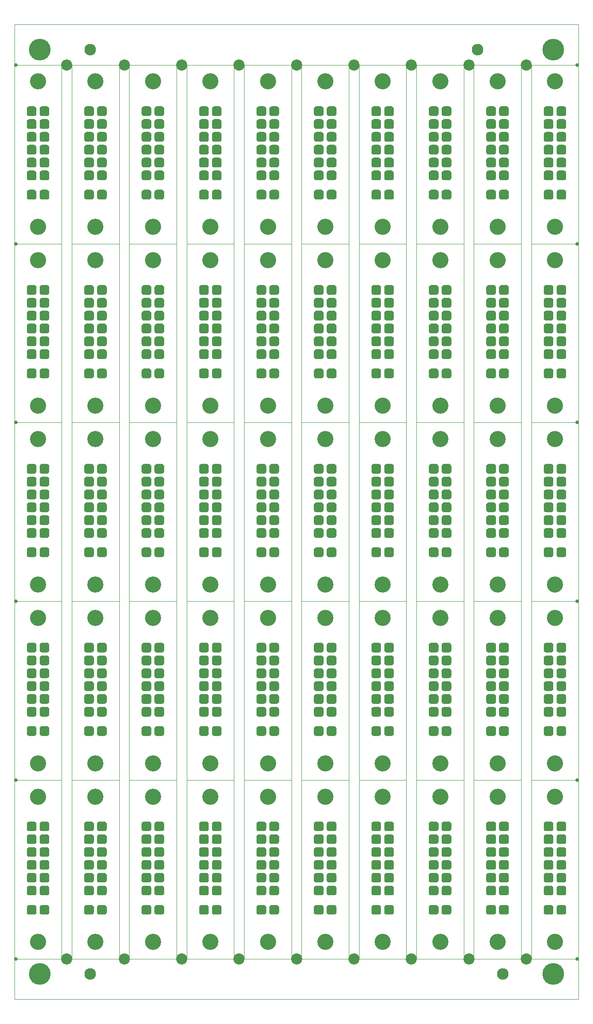
<source format=gbr>
%FSLAX36Y36*%
%MOMM*%
%SFA1.000B1.000*%

%MIA0B0*%
%IPPOS*%
%ADD13C,3.20000*%
%ADD19C,2.20000*%
%ADD21C,0.70000*%
%ADD25C,0.20000*%
%ADD27C,2.30000*%
%ADD28C,4.30000*%
%ADD35C,0.10000*%
%LNCM*%
%LPD*%
G54D13*
X38823000Y40125000D03*
X38823000Y11350000D03*
X27449000Y11350000D03*
X27449000Y40125000D03*
X61572000Y40125000D03*
X61572000Y11350000D03*
X50197000Y11350000D03*
X50197000Y40125000D03*
X84320000Y40125000D03*
X84320000Y11350000D03*
X72946000Y11350000D03*
X72946000Y40125000D03*
X107069000Y40125000D03*
X107069000Y11350000D03*
X95694000Y11350000D03*
X95694000Y40125000D03*
X4700000Y40125000D03*
X4700000Y11350000D03*
X16074000Y11350000D03*
X16074000Y40125000D03*
X16074000Y181625000D03*
X16074000Y152850000D03*
X4700000Y152850000D03*
X4700000Y181625000D03*
X95694000Y181625000D03*
X95694000Y152850000D03*
X107069000Y152850000D03*
X107069000Y181625000D03*
X72946000Y181625000D03*
X72946000Y152850000D03*
X84320000Y152850000D03*
X84320000Y181625000D03*
X50197000Y181625000D03*
X50197000Y152850000D03*
X61572000Y152850000D03*
X61572000Y181625000D03*
X27449000Y181625000D03*
X27449000Y152850000D03*
X38823000Y152850000D03*
X38823000Y181625000D03*
X16074000Y146250000D03*
X16074000Y117475000D03*
X4700000Y117475000D03*
X4700000Y146250000D03*
X95694000Y146250000D03*
X95694000Y117475000D03*
X107069000Y117475000D03*
X107069000Y146250000D03*
X72946000Y146250000D03*
X72946000Y117475000D03*
X84320000Y117475000D03*
X84320000Y146250000D03*
X50197000Y146250000D03*
X50197000Y117475000D03*
X61572000Y117475000D03*
X61572000Y146250000D03*
X27449000Y146250000D03*
X27449000Y117475000D03*
X38823000Y117475000D03*
X38823000Y146250000D03*
X16074000Y110875000D03*
X16074000Y82100000D03*
X4700000Y82100000D03*
X4700000Y110875000D03*
X95694000Y110875000D03*
X95694000Y82100000D03*
X107069000Y82100000D03*
X107069000Y110875000D03*
X72946000Y110875000D03*
X72946000Y82100000D03*
X84320000Y82100000D03*
X84320000Y110875000D03*
X50197000Y110875000D03*
X50197000Y82100000D03*
X61572000Y82100000D03*
X61572000Y110875000D03*
X27449000Y110875000D03*
X27449000Y82100000D03*
X38823000Y82100000D03*
X38823000Y110875000D03*
X16074000Y75500000D03*
X16074000Y46725000D03*
X4700000Y46725000D03*
X4700000Y75500000D03*
X95694000Y75500000D03*
X95694000Y46725000D03*
X107069000Y46725000D03*
X107069000Y75500000D03*
X72946000Y75500000D03*
X72946000Y46725000D03*
X84320000Y46725000D03*
X84320000Y75500000D03*
X50197000Y75500000D03*
X50197000Y46725000D03*
X61572000Y46725000D03*
X61572000Y75500000D03*
X27449000Y75500000D03*
X27449000Y46725000D03*
X38823000Y46725000D03*
X38823000Y75500000D03*
G54D19*
X10374000Y184875000D03*
X10374000Y8000000D03*
X101369000Y8000000D03*
X101369000Y184875000D03*
X89994000Y8000000D03*
X89994000Y184875000D03*
X78620000Y8000000D03*
X78620000Y184875000D03*
X67246000Y8000000D03*
X67246000Y184875000D03*
X55872000Y8000000D03*
X55872000Y184875000D03*
X44497000Y8000000D03*
X44497000Y184875000D03*
X33123000Y8000000D03*
X33123000Y184875000D03*
X21749000Y8000000D03*
X21749000Y184875000D03*
G54D21*
X300000Y8000000D03*
X111443000Y8000000D03*
X111443000Y184875000D03*
X300000Y184875000D03*
X111443000Y149500000D03*
X300000Y149500000D03*
X111443000Y114125000D03*
X300000Y114125000D03*
X111443000Y78750000D03*
X300000Y78750000D03*
X111443000Y43375000D03*
X300000Y43375000D03*
G54D27*
X15000000Y5000000D03*
X96743000Y5000000D03*
X15000000Y187875000D03*
X91743000Y187875000D03*
G54D28*
X5000000Y5000000D03*
X106743000Y5000000D03*
X5000000Y187875000D03*
X106743000Y187875000D03*
G54D25*
X38408000Y21085000D02*
G01X38408000Y21985000D01*
X39238000Y25985000D02*
G01X39238000Y27245000D01*
X39283000Y25910000D02*
G01X39283000Y27320000D01*
X39328000Y25859000D02*
G01X39328000Y27371000D01*
X39373000Y25821000D02*
G01X39373000Y27409000D01*
X39418000Y25793000D02*
G01X39418000Y27437000D01*
X39463000Y25771000D02*
G01X39463000Y27459000D01*
X39508000Y25756000D02*
G01X39508000Y27474000D01*
X39553000Y25746000D02*
G01X39553000Y27484000D01*
X39598000Y25741000D02*
G01X39598000Y27489000D01*
X39643000Y25740000D02*
G01X39643000Y27490000D01*
X39688000Y25740000D02*
G01X39688000Y27490000D01*
X39733000Y25740000D02*
G01X39733000Y27490000D01*
X39778000Y25740000D02*
G01X39778000Y27490000D01*
X39823000Y25740000D02*
G01X39823000Y27490000D01*
X39868000Y25740000D02*
G01X39868000Y27490000D01*
X39913000Y25740000D02*
G01X39913000Y27490000D01*
X39958000Y25740000D02*
G01X39958000Y27490000D01*
X40003000Y25740000D02*
G01X40003000Y27490000D01*
X40048000Y25740000D02*
G01X40048000Y27490000D01*
X40093000Y25740000D02*
G01X40093000Y27490000D01*
X40138000Y25740000D02*
G01X40138000Y27490000D01*
X40183000Y25740000D02*
G01X40183000Y27490000D01*
X40228000Y25740000D02*
G01X40228000Y27490000D01*
X40273000Y25740000D02*
G01X40273000Y27490000D01*
X40318000Y25740000D02*
G01X40318000Y27490000D01*
X40363000Y25740000D02*
G01X40363000Y27490000D01*
X40408000Y25740000D02*
G01X40408000Y27490000D01*
X40453000Y25740000D02*
G01X40453000Y27490000D01*
X40498000Y25740000D02*
G01X40498000Y27490000D01*
X40543000Y25740000D02*
G01X40543000Y27490000D01*
X40588000Y25745000D02*
G01X40588000Y27485000D01*
X40633000Y25754000D02*
G01X40633000Y27476000D01*
X40678000Y25769000D02*
G01X40678000Y27461000D01*
X40723000Y25790000D02*
G01X40723000Y27440000D01*
X40768000Y25818000D02*
G01X40768000Y27412000D01*
X40813000Y25854000D02*
G01X40813000Y27376000D01*
X40858000Y25903000D02*
G01X40858000Y27327000D01*
X40903000Y25975000D02*
G01X40903000Y27255000D01*
X40948000Y26163000D02*
G01X40948000Y27067000D01*
X40523000Y27490000D02*
G01X39623000Y27490000D01*
X40948000Y26165000D02*
G01X40948000Y27065000D01*
X39623000Y25740000D02*
G01X40523000Y25740000D01*
X39198000Y27065000D02*
G01X39198000Y26165000D01*
X39238000Y20905000D02*
G01X39238000Y22165000D01*
X39283000Y20830000D02*
G01X39283000Y22240000D01*
X39328000Y20779000D02*
G01X39328000Y22291000D01*
X39373000Y20741000D02*
G01X39373000Y22329000D01*
X39418000Y20713000D02*
G01X39418000Y22357000D01*
X39463000Y20691000D02*
G01X39463000Y22379000D01*
X39508000Y20676000D02*
G01X39508000Y22394000D01*
X39553000Y20666000D02*
G01X39553000Y22404000D01*
X39598000Y20661000D02*
G01X39598000Y22409000D01*
X39643000Y20660000D02*
G01X39643000Y22410000D01*
X39688000Y20660000D02*
G01X39688000Y22410000D01*
X39733000Y20660000D02*
G01X39733000Y22410000D01*
X39778000Y20660000D02*
G01X39778000Y22410000D01*
X39823000Y20660000D02*
G01X39823000Y22410000D01*
X39868000Y20660000D02*
G01X39868000Y22410000D01*
X39913000Y20660000D02*
G01X39913000Y22410000D01*
X39958000Y20660000D02*
G01X39958000Y22410000D01*
X40003000Y20660000D02*
G01X40003000Y22410000D01*
X40048000Y20660000D02*
G01X40048000Y22410000D01*
X40093000Y20660000D02*
G01X40093000Y22410000D01*
X40138000Y20660000D02*
G01X40138000Y22410000D01*
X40183000Y20660000D02*
G01X40183000Y22410000D01*
X40228000Y20660000D02*
G01X40228000Y22410000D01*
X40273000Y20660000D02*
G01X40273000Y22410000D01*
X40318000Y20660000D02*
G01X40318000Y22410000D01*
X40363000Y20660000D02*
G01X40363000Y22410000D01*
X40408000Y20660000D02*
G01X40408000Y22410000D01*
X40453000Y20660000D02*
G01X40453000Y22410000D01*
X40498000Y20660000D02*
G01X40498000Y22410000D01*
X40543000Y20660000D02*
G01X40543000Y22410000D01*
X40588000Y20665000D02*
G01X40588000Y22405000D01*
X40633000Y20674000D02*
G01X40633000Y22396000D01*
X40678000Y20689000D02*
G01X40678000Y22381000D01*
X40723000Y20710000D02*
G01X40723000Y22360000D01*
X40768000Y20738000D02*
G01X40768000Y22332000D01*
X40813000Y20774000D02*
G01X40813000Y22296000D01*
X40858000Y20823000D02*
G01X40858000Y22247000D01*
X40903000Y20895000D02*
G01X40903000Y22175000D01*
X40948000Y21083000D02*
G01X40948000Y21987000D01*
X40948000Y21085000D02*
G01X40948000Y21985000D01*
X39623000Y20660000D02*
G01X40523000Y20660000D01*
X39198000Y21985000D02*
G01X39198000Y21085000D01*
X40523000Y22410000D02*
G01X39623000Y22410000D01*
X39238000Y28525000D02*
G01X39238000Y29785000D01*
X39283000Y28450000D02*
G01X39283000Y29860000D01*
X39328000Y28399000D02*
G01X39328000Y29911000D01*
X39373000Y28361000D02*
G01X39373000Y29949000D01*
X39418000Y28333000D02*
G01X39418000Y29977000D01*
X39463000Y28311000D02*
G01X39463000Y29999000D01*
X39508000Y28296000D02*
G01X39508000Y30014000D01*
X39553000Y28286000D02*
G01X39553000Y30024000D01*
X39598000Y28281000D02*
G01X39598000Y30029000D01*
X39643000Y28280000D02*
G01X39643000Y30030000D01*
X39688000Y28280000D02*
G01X39688000Y30030000D01*
X39733000Y28280000D02*
G01X39733000Y30030000D01*
X39778000Y28280000D02*
G01X39778000Y30030000D01*
X39823000Y28280000D02*
G01X39823000Y30030000D01*
X39868000Y28280000D02*
G01X39868000Y30030000D01*
X39913000Y28280000D02*
G01X39913000Y30030000D01*
X39958000Y28280000D02*
G01X39958000Y30030000D01*
X40003000Y28280000D02*
G01X40003000Y30030000D01*
X40048000Y28280000D02*
G01X40048000Y30030000D01*
X40093000Y28280000D02*
G01X40093000Y30030000D01*
X40138000Y28280000D02*
G01X40138000Y30030000D01*
X40183000Y28280000D02*
G01X40183000Y30030000D01*
X40228000Y28280000D02*
G01X40228000Y30030000D01*
X40273000Y28280000D02*
G01X40273000Y30030000D01*
X40318000Y28280000D02*
G01X40318000Y30030000D01*
X40363000Y28280000D02*
G01X40363000Y30030000D01*
X40408000Y28280000D02*
G01X40408000Y30030000D01*
X40453000Y28280000D02*
G01X40453000Y30030000D01*
X40498000Y28280000D02*
G01X40498000Y30030000D01*
X40543000Y28280000D02*
G01X40543000Y30030000D01*
X40588000Y28285000D02*
G01X40588000Y30025000D01*
X40633000Y28294000D02*
G01X40633000Y30016000D01*
X40678000Y28309000D02*
G01X40678000Y30001000D01*
X40723000Y28330000D02*
G01X40723000Y29980000D01*
X40768000Y28358000D02*
G01X40768000Y29952000D01*
X40813000Y28394000D02*
G01X40813000Y29916000D01*
X40858000Y28443000D02*
G01X40858000Y29867000D01*
X40903000Y28515000D02*
G01X40903000Y29795000D01*
X40948000Y28703000D02*
G01X40948000Y29607000D01*
X40523000Y30030000D02*
G01X39623000Y30030000D01*
X40948000Y28705000D02*
G01X40948000Y29605000D01*
X39623000Y28280000D02*
G01X40523000Y28280000D01*
X39198000Y29605000D02*
G01X39198000Y28705000D01*
X39238000Y23445000D02*
G01X39238000Y24705000D01*
X39283000Y23370000D02*
G01X39283000Y24780000D01*
X39328000Y23319000D02*
G01X39328000Y24831000D01*
X39373000Y23281000D02*
G01X39373000Y24869000D01*
X39418000Y23253000D02*
G01X39418000Y24897000D01*
X39463000Y23231000D02*
G01X39463000Y24919000D01*
X39508000Y23216000D02*
G01X39508000Y24934000D01*
X39553000Y23206000D02*
G01X39553000Y24944000D01*
X39598000Y23201000D02*
G01X39598000Y24949000D01*
X39643000Y23200000D02*
G01X39643000Y24950000D01*
X39688000Y23200000D02*
G01X39688000Y24950000D01*
X39733000Y23200000D02*
G01X39733000Y24950000D01*
X39778000Y23200000D02*
G01X39778000Y24950000D01*
X39823000Y23200000D02*
G01X39823000Y24950000D01*
X39868000Y23200000D02*
G01X39868000Y24950000D01*
X39913000Y23200000D02*
G01X39913000Y24950000D01*
X39958000Y23200000D02*
G01X39958000Y24950000D01*
X40003000Y23200000D02*
G01X40003000Y24950000D01*
X40048000Y23200000D02*
G01X40048000Y24950000D01*
X40093000Y23200000D02*
G01X40093000Y24950000D01*
X40138000Y23200000D02*
G01X40138000Y24950000D01*
X40183000Y23200000D02*
G01X40183000Y24950000D01*
X40228000Y23200000D02*
G01X40228000Y24950000D01*
X40273000Y23200000D02*
G01X40273000Y24950000D01*
X40318000Y23200000D02*
G01X40318000Y24950000D01*
X40363000Y23200000D02*
G01X40363000Y24950000D01*
X40408000Y23200000D02*
G01X40408000Y24950000D01*
X40453000Y23200000D02*
G01X40453000Y24950000D01*
X40498000Y23200000D02*
G01X40498000Y24950000D01*
X40543000Y23200000D02*
G01X40543000Y24950000D01*
X40588000Y23205000D02*
G01X40588000Y24945000D01*
X40633000Y23214000D02*
G01X40633000Y24936000D01*
X40678000Y23229000D02*
G01X40678000Y24921000D01*
X40723000Y23250000D02*
G01X40723000Y24900000D01*
X40768000Y23278000D02*
G01X40768000Y24872000D01*
X40813000Y23314000D02*
G01X40813000Y24836000D01*
X40858000Y23363000D02*
G01X40858000Y24787000D01*
X40903000Y23435000D02*
G01X40903000Y24715000D01*
X40948000Y23623000D02*
G01X40948000Y24527000D01*
X40948000Y23625000D02*
G01X40948000Y24525000D01*
X39623000Y23200000D02*
G01X40523000Y23200000D01*
X39198000Y24525000D02*
G01X39198000Y23625000D01*
X40523000Y24950000D02*
G01X39623000Y24950000D01*
X39238000Y33605000D02*
G01X39238000Y34865000D01*
X39283000Y33530000D02*
G01X39283000Y34940000D01*
X39328000Y33479000D02*
G01X39328000Y34991000D01*
X39373000Y33441000D02*
G01X39373000Y35029000D01*
X39418000Y33413000D02*
G01X39418000Y35057000D01*
X39463000Y33391000D02*
G01X39463000Y35079000D01*
X39508000Y33376000D02*
G01X39508000Y35094000D01*
X39553000Y33366000D02*
G01X39553000Y35104000D01*
X39598000Y33361000D02*
G01X39598000Y35109000D01*
X39643000Y33360000D02*
G01X39643000Y35110000D01*
X39688000Y33360000D02*
G01X39688000Y35110000D01*
X39733000Y33360000D02*
G01X39733000Y35110000D01*
X39778000Y33360000D02*
G01X39778000Y35110000D01*
X39823000Y33360000D02*
G01X39823000Y35110000D01*
X39868000Y33360000D02*
G01X39868000Y35110000D01*
X39913000Y33360000D02*
G01X39913000Y35110000D01*
X39958000Y33360000D02*
G01X39958000Y35110000D01*
X40003000Y33360000D02*
G01X40003000Y35110000D01*
X40048000Y33360000D02*
G01X40048000Y35110000D01*
X40093000Y33360000D02*
G01X40093000Y35110000D01*
X40138000Y33360000D02*
G01X40138000Y35110000D01*
X40183000Y33360000D02*
G01X40183000Y35110000D01*
X40228000Y33360000D02*
G01X40228000Y35110000D01*
X40273000Y33360000D02*
G01X40273000Y35110000D01*
X40318000Y33360000D02*
G01X40318000Y35110000D01*
X40363000Y33360000D02*
G01X40363000Y35110000D01*
X40408000Y33360000D02*
G01X40408000Y35110000D01*
X40453000Y33360000D02*
G01X40453000Y35110000D01*
X40498000Y33360000D02*
G01X40498000Y35110000D01*
X40543000Y33360000D02*
G01X40543000Y35110000D01*
X40588000Y33365000D02*
G01X40588000Y35105000D01*
X40633000Y33374000D02*
G01X40633000Y35096000D01*
X40678000Y33389000D02*
G01X40678000Y35081000D01*
X40723000Y33410000D02*
G01X40723000Y35060000D01*
X40768000Y33438000D02*
G01X40768000Y35032000D01*
X40813000Y33474000D02*
G01X40813000Y34996000D01*
X40858000Y33523000D02*
G01X40858000Y34947000D01*
X40903000Y33595000D02*
G01X40903000Y34875000D01*
X40948000Y33783000D02*
G01X40948000Y34687000D01*
X39198000Y34685000D02*
G01X39198000Y33785000D01*
X40523000Y35110000D02*
G01X39623000Y35110000D01*
X40948000Y33785000D02*
G01X40948000Y34685000D01*
X39623000Y33360000D02*
G01X40523000Y33360000D01*
X39238000Y31065000D02*
G01X39238000Y32325000D01*
X39283000Y30990000D02*
G01X39283000Y32400000D01*
X39328000Y30939000D02*
G01X39328000Y32451000D01*
X39373000Y30901000D02*
G01X39373000Y32489000D01*
X39418000Y30873000D02*
G01X39418000Y32517000D01*
X39463000Y30851000D02*
G01X39463000Y32539000D01*
X39508000Y30836000D02*
G01X39508000Y32554000D01*
X39553000Y30826000D02*
G01X39553000Y32564000D01*
X39598000Y30821000D02*
G01X39598000Y32569000D01*
X39643000Y30820000D02*
G01X39643000Y32570000D01*
X39688000Y30820000D02*
G01X39688000Y32570000D01*
X39733000Y30820000D02*
G01X39733000Y32570000D01*
X39778000Y30820000D02*
G01X39778000Y32570000D01*
X39823000Y30820000D02*
G01X39823000Y32570000D01*
X39868000Y30820000D02*
G01X39868000Y32570000D01*
X39913000Y30820000D02*
G01X39913000Y32570000D01*
X39958000Y30820000D02*
G01X39958000Y32570000D01*
X40003000Y30820000D02*
G01X40003000Y32570000D01*
X40048000Y30820000D02*
G01X40048000Y32570000D01*
X40093000Y30820000D02*
G01X40093000Y32570000D01*
X40138000Y30820000D02*
G01X40138000Y32570000D01*
X40183000Y30820000D02*
G01X40183000Y32570000D01*
X40228000Y30820000D02*
G01X40228000Y32570000D01*
X40273000Y30820000D02*
G01X40273000Y32570000D01*
X40318000Y30820000D02*
G01X40318000Y32570000D01*
X40363000Y30820000D02*
G01X40363000Y32570000D01*
X40408000Y30820000D02*
G01X40408000Y32570000D01*
X40453000Y30820000D02*
G01X40453000Y32570000D01*
X40498000Y30820000D02*
G01X40498000Y32570000D01*
X40543000Y30820000D02*
G01X40543000Y32570000D01*
X40588000Y30825000D02*
G01X40588000Y32565000D01*
X40633000Y30834000D02*
G01X40633000Y32556000D01*
X40678000Y30849000D02*
G01X40678000Y32541000D01*
X40723000Y30870000D02*
G01X40723000Y32520000D01*
X40768000Y30898000D02*
G01X40768000Y32492000D01*
X40813000Y30934000D02*
G01X40813000Y32456000D01*
X40858000Y30983000D02*
G01X40858000Y32407000D01*
X40903000Y31055000D02*
G01X40903000Y32335000D01*
X40948000Y31243000D02*
G01X40948000Y32147000D01*
X39198000Y32145000D02*
G01X39198000Y31245000D01*
X40523000Y32570000D02*
G01X39623000Y32570000D01*
X40948000Y31245000D02*
G01X40948000Y32145000D01*
X39623000Y30820000D02*
G01X40523000Y30820000D01*
X39238000Y17095000D02*
G01X39238000Y18355000D01*
X39283000Y17020000D02*
G01X39283000Y18430000D01*
X39328000Y16969000D02*
G01X39328000Y18481000D01*
X39373000Y16931000D02*
G01X39373000Y18519000D01*
X39418000Y16903000D02*
G01X39418000Y18547000D01*
X39463000Y16881000D02*
G01X39463000Y18569000D01*
X39508000Y16866000D02*
G01X39508000Y18584000D01*
X39553000Y16856000D02*
G01X39553000Y18594000D01*
X39598000Y16851000D02*
G01X39598000Y18599000D01*
X39643000Y16850000D02*
G01X39643000Y18600000D01*
X39688000Y16850000D02*
G01X39688000Y18600000D01*
X39733000Y16850000D02*
G01X39733000Y18600000D01*
X39778000Y16850000D02*
G01X39778000Y18600000D01*
X39823000Y16850000D02*
G01X39823000Y18600000D01*
X39868000Y16850000D02*
G01X39868000Y18600000D01*
X39913000Y16850000D02*
G01X39913000Y18600000D01*
X39958000Y16850000D02*
G01X39958000Y18600000D01*
X40003000Y16850000D02*
G01X40003000Y18600000D01*
X40048000Y16850000D02*
G01X40048000Y18600000D01*
X40093000Y16850000D02*
G01X40093000Y18600000D01*
X40138000Y16850000D02*
G01X40138000Y18600000D01*
X40183000Y16850000D02*
G01X40183000Y18600000D01*
X40228000Y16850000D02*
G01X40228000Y18600000D01*
X40273000Y16850000D02*
G01X40273000Y18600000D01*
X40318000Y16850000D02*
G01X40318000Y18600000D01*
X40363000Y16850000D02*
G01X40363000Y18600000D01*
X40408000Y16850000D02*
G01X40408000Y18600000D01*
X40453000Y16850000D02*
G01X40453000Y18600000D01*
X40498000Y16850000D02*
G01X40498000Y18600000D01*
X40543000Y16850000D02*
G01X40543000Y18600000D01*
X40588000Y16855000D02*
G01X40588000Y18595000D01*
X40633000Y16864000D02*
G01X40633000Y18586000D01*
X40678000Y16879000D02*
G01X40678000Y18571000D01*
X40723000Y16900000D02*
G01X40723000Y18550000D01*
X40768000Y16928000D02*
G01X40768000Y18522000D01*
X40813000Y16964000D02*
G01X40813000Y18486000D01*
X40858000Y17013000D02*
G01X40858000Y18437000D01*
X40903000Y17085000D02*
G01X40903000Y18365000D01*
X40948000Y17273000D02*
G01X40948000Y18177000D01*
X39198000Y18175000D02*
G01X39198000Y17275000D01*
X40523000Y18600000D02*
G01X39623000Y18600000D01*
X40948000Y17275000D02*
G01X40948000Y18175000D01*
X39623000Y16850000D02*
G01X40523000Y16850000D01*
X36698000Y25985000D02*
G01X36698000Y27245000D01*
X36743000Y25910000D02*
G01X36743000Y27320000D01*
X36788000Y25859000D02*
G01X36788000Y27371000D01*
X36833000Y25821000D02*
G01X36833000Y27409000D01*
X36878000Y25793000D02*
G01X36878000Y27437000D01*
X36923000Y25771000D02*
G01X36923000Y27459000D01*
X36968000Y25756000D02*
G01X36968000Y27474000D01*
X37013000Y25746000D02*
G01X37013000Y27484000D01*
X37058000Y25741000D02*
G01X37058000Y27489000D01*
X37103000Y25740000D02*
G01X37103000Y27490000D01*
X37148000Y25740000D02*
G01X37148000Y27490000D01*
X37193000Y25740000D02*
G01X37193000Y27490000D01*
X37238000Y25740000D02*
G01X37238000Y27490000D01*
X37283000Y25740000D02*
G01X37283000Y27490000D01*
X37328000Y25740000D02*
G01X37328000Y27490000D01*
X37373000Y25740000D02*
G01X37373000Y27490000D01*
X37418000Y25740000D02*
G01X37418000Y27490000D01*
X37463000Y25740000D02*
G01X37463000Y27490000D01*
X37508000Y25740000D02*
G01X37508000Y27490000D01*
X37553000Y25740000D02*
G01X37553000Y27490000D01*
X37598000Y25740000D02*
G01X37598000Y27490000D01*
X37643000Y25740000D02*
G01X37643000Y27490000D01*
X37688000Y25740000D02*
G01X37688000Y27490000D01*
X37733000Y25740000D02*
G01X37733000Y27490000D01*
X37778000Y25740000D02*
G01X37778000Y27490000D01*
X37823000Y25740000D02*
G01X37823000Y27490000D01*
X37868000Y25740000D02*
G01X37868000Y27490000D01*
X37913000Y25740000D02*
G01X37913000Y27490000D01*
X37958000Y25740000D02*
G01X37958000Y27490000D01*
X38003000Y25740000D02*
G01X38003000Y27490000D01*
X38048000Y25745000D02*
G01X38048000Y27485000D01*
X38093000Y25754000D02*
G01X38093000Y27476000D01*
X38138000Y25769000D02*
G01X38138000Y27461000D01*
X38183000Y25790000D02*
G01X38183000Y27440000D01*
X38228000Y25818000D02*
G01X38228000Y27412000D01*
X38273000Y25854000D02*
G01X38273000Y27376000D01*
X38318000Y25903000D02*
G01X38318000Y27327000D01*
X38363000Y25975000D02*
G01X38363000Y27255000D01*
X38408000Y26163000D02*
G01X38408000Y27067000D01*
X37983000Y27490000D02*
G01X37083000Y27490000D01*
X38408000Y26165000D02*
G01X38408000Y27065000D01*
X37083000Y25740000D02*
G01X37983000Y25740000D01*
X36658000Y27065000D02*
G01X36658000Y26165000D01*
X36698000Y20905000D02*
G01X36698000Y22165000D01*
X36743000Y20830000D02*
G01X36743000Y22240000D01*
X36788000Y20779000D02*
G01X36788000Y22291000D01*
X36833000Y20741000D02*
G01X36833000Y22329000D01*
X36878000Y20713000D02*
G01X36878000Y22357000D01*
X36923000Y20691000D02*
G01X36923000Y22379000D01*
X36968000Y20676000D02*
G01X36968000Y22394000D01*
X37013000Y20666000D02*
G01X37013000Y22404000D01*
X37058000Y20661000D02*
G01X37058000Y22409000D01*
X37103000Y20660000D02*
G01X37103000Y22410000D01*
X37148000Y20660000D02*
G01X37148000Y22410000D01*
X37193000Y20660000D02*
G01X37193000Y22410000D01*
X37238000Y20660000D02*
G01X37238000Y22410000D01*
X37283000Y20660000D02*
G01X37283000Y22410000D01*
X37328000Y20660000D02*
G01X37328000Y22410000D01*
X37373000Y20660000D02*
G01X37373000Y22410000D01*
X37418000Y20660000D02*
G01X37418000Y22410000D01*
X37463000Y20660000D02*
G01X37463000Y22410000D01*
X37508000Y20660000D02*
G01X37508000Y22410000D01*
X37553000Y20660000D02*
G01X37553000Y22410000D01*
X37598000Y20660000D02*
G01X37598000Y22410000D01*
X37643000Y20660000D02*
G01X37643000Y22410000D01*
X37688000Y20660000D02*
G01X37688000Y22410000D01*
X37733000Y20660000D02*
G01X37733000Y22410000D01*
X37778000Y20660000D02*
G01X37778000Y22410000D01*
X37823000Y20660000D02*
G01X37823000Y22410000D01*
X37868000Y20660000D02*
G01X37868000Y22410000D01*
X37913000Y20660000D02*
G01X37913000Y22410000D01*
X37958000Y20660000D02*
G01X37958000Y22410000D01*
X38003000Y20660000D02*
G01X38003000Y22410000D01*
X38048000Y20665000D02*
G01X38048000Y22405000D01*
X38093000Y20674000D02*
G01X38093000Y22396000D01*
X38138000Y20689000D02*
G01X38138000Y22381000D01*
X38183000Y20710000D02*
G01X38183000Y22360000D01*
X38228000Y20738000D02*
G01X38228000Y22332000D01*
X38273000Y20774000D02*
G01X38273000Y22296000D01*
X38318000Y20823000D02*
G01X38318000Y22247000D01*
X38363000Y20895000D02*
G01X38363000Y22175000D01*
X38408000Y21083000D02*
G01X38408000Y21987000D01*
X37083000Y20660000D02*
G01X37983000Y20660000D01*
X36658000Y21985000D02*
G01X36658000Y21085000D01*
X37983000Y22410000D02*
G01X37083000Y22410000D01*
X36698000Y28525000D02*
G01X36698000Y29785000D01*
X36743000Y28450000D02*
G01X36743000Y29860000D01*
X36788000Y28399000D02*
G01X36788000Y29911000D01*
X36833000Y28361000D02*
G01X36833000Y29949000D01*
X36878000Y28333000D02*
G01X36878000Y29977000D01*
X36923000Y28311000D02*
G01X36923000Y29999000D01*
X36968000Y28296000D02*
G01X36968000Y30014000D01*
X37013000Y28286000D02*
G01X37013000Y30024000D01*
X37058000Y28281000D02*
G01X37058000Y30029000D01*
X37103000Y28280000D02*
G01X37103000Y30030000D01*
X37148000Y28280000D02*
G01X37148000Y30030000D01*
X37193000Y28280000D02*
G01X37193000Y30030000D01*
X37238000Y28280000D02*
G01X37238000Y30030000D01*
X37283000Y28280000D02*
G01X37283000Y30030000D01*
X37328000Y28280000D02*
G01X37328000Y30030000D01*
X37373000Y28280000D02*
G01X37373000Y30030000D01*
X37418000Y28280000D02*
G01X37418000Y30030000D01*
X37463000Y28280000D02*
G01X37463000Y30030000D01*
X37508000Y28280000D02*
G01X37508000Y30030000D01*
X37553000Y28280000D02*
G01X37553000Y30030000D01*
X37598000Y28280000D02*
G01X37598000Y30030000D01*
X37643000Y28280000D02*
G01X37643000Y30030000D01*
X37688000Y28280000D02*
G01X37688000Y30030000D01*
X37733000Y28280000D02*
G01X37733000Y30030000D01*
X37778000Y28280000D02*
G01X37778000Y30030000D01*
X37823000Y28280000D02*
G01X37823000Y30030000D01*
X37868000Y28280000D02*
G01X37868000Y30030000D01*
X37913000Y28280000D02*
G01X37913000Y30030000D01*
X37958000Y28280000D02*
G01X37958000Y30030000D01*
X38003000Y28280000D02*
G01X38003000Y30030000D01*
X38048000Y28285000D02*
G01X38048000Y30025000D01*
X38093000Y28294000D02*
G01X38093000Y30016000D01*
X38138000Y28309000D02*
G01X38138000Y30001000D01*
X38183000Y28330000D02*
G01X38183000Y29980000D01*
X38228000Y28358000D02*
G01X38228000Y29952000D01*
X38273000Y28394000D02*
G01X38273000Y29916000D01*
X38318000Y28443000D02*
G01X38318000Y29867000D01*
X38363000Y28515000D02*
G01X38363000Y29795000D01*
X38408000Y28703000D02*
G01X38408000Y29607000D01*
X37983000Y30030000D02*
G01X37083000Y30030000D01*
X38408000Y28705000D02*
G01X38408000Y29605000D01*
X37083000Y28280000D02*
G01X37983000Y28280000D01*
X36658000Y29605000D02*
G01X36658000Y28705000D01*
X36698000Y23445000D02*
G01X36698000Y24705000D01*
X36743000Y23370000D02*
G01X36743000Y24780000D01*
X36788000Y23319000D02*
G01X36788000Y24831000D01*
X36833000Y23281000D02*
G01X36833000Y24869000D01*
X36878000Y23253000D02*
G01X36878000Y24897000D01*
X36923000Y23231000D02*
G01X36923000Y24919000D01*
X36968000Y23216000D02*
G01X36968000Y24934000D01*
X37013000Y23206000D02*
G01X37013000Y24944000D01*
X37058000Y23201000D02*
G01X37058000Y24949000D01*
X37103000Y23200000D02*
G01X37103000Y24950000D01*
X37148000Y23200000D02*
G01X37148000Y24950000D01*
X37193000Y23200000D02*
G01X37193000Y24950000D01*
X37238000Y23200000D02*
G01X37238000Y24950000D01*
X37283000Y23200000D02*
G01X37283000Y24950000D01*
X37328000Y23200000D02*
G01X37328000Y24950000D01*
X37373000Y23200000D02*
G01X37373000Y24950000D01*
X37418000Y23200000D02*
G01X37418000Y24950000D01*
X37463000Y23200000D02*
G01X37463000Y24950000D01*
X37508000Y23200000D02*
G01X37508000Y24950000D01*
X37553000Y23200000D02*
G01X37553000Y24950000D01*
X37598000Y23200000D02*
G01X37598000Y24950000D01*
X37643000Y23200000D02*
G01X37643000Y24950000D01*
X37688000Y23200000D02*
G01X37688000Y24950000D01*
X37733000Y23200000D02*
G01X37733000Y24950000D01*
X37778000Y23200000D02*
G01X37778000Y24950000D01*
X37823000Y23200000D02*
G01X37823000Y24950000D01*
X37868000Y23200000D02*
G01X37868000Y24950000D01*
X37913000Y23200000D02*
G01X37913000Y24950000D01*
X37958000Y23200000D02*
G01X37958000Y24950000D01*
X38003000Y23200000D02*
G01X38003000Y24950000D01*
X38048000Y23205000D02*
G01X38048000Y24945000D01*
X38093000Y23214000D02*
G01X38093000Y24936000D01*
X38138000Y23229000D02*
G01X38138000Y24921000D01*
X38183000Y23250000D02*
G01X38183000Y24900000D01*
X38228000Y23278000D02*
G01X38228000Y24872000D01*
X38273000Y23314000D02*
G01X38273000Y24836000D01*
X38318000Y23363000D02*
G01X38318000Y24787000D01*
X38363000Y23435000D02*
G01X38363000Y24715000D01*
X38408000Y23623000D02*
G01X38408000Y24527000D01*
X38408000Y23625000D02*
G01X38408000Y24525000D01*
X37083000Y23200000D02*
G01X37983000Y23200000D01*
X36658000Y24525000D02*
G01X36658000Y23625000D01*
X37983000Y24950000D02*
G01X37083000Y24950000D01*
X36698000Y33605000D02*
G01X36698000Y34865000D01*
X36743000Y33530000D02*
G01X36743000Y34940000D01*
X36788000Y33479000D02*
G01X36788000Y34991000D01*
X36833000Y33441000D02*
G01X36833000Y35029000D01*
X36878000Y33413000D02*
G01X36878000Y35057000D01*
X36923000Y33391000D02*
G01X36923000Y35079000D01*
X36968000Y33376000D02*
G01X36968000Y35094000D01*
X37013000Y33366000D02*
G01X37013000Y35104000D01*
X37058000Y33361000D02*
G01X37058000Y35109000D01*
X37103000Y33360000D02*
G01X37103000Y35110000D01*
X37148000Y33360000D02*
G01X37148000Y35110000D01*
X37193000Y33360000D02*
G01X37193000Y35110000D01*
X37238000Y33360000D02*
G01X37238000Y35110000D01*
X37283000Y33360000D02*
G01X37283000Y35110000D01*
X37328000Y33360000D02*
G01X37328000Y35110000D01*
X37373000Y33360000D02*
G01X37373000Y35110000D01*
X37418000Y33360000D02*
G01X37418000Y35110000D01*
X37463000Y33360000D02*
G01X37463000Y35110000D01*
X37508000Y33360000D02*
G01X37508000Y35110000D01*
X37553000Y33360000D02*
G01X37553000Y35110000D01*
X37598000Y33360000D02*
G01X37598000Y35110000D01*
X37643000Y33360000D02*
G01X37643000Y35110000D01*
X37688000Y33360000D02*
G01X37688000Y35110000D01*
X37733000Y33360000D02*
G01X37733000Y35110000D01*
X37778000Y33360000D02*
G01X37778000Y35110000D01*
X37823000Y33360000D02*
G01X37823000Y35110000D01*
X37868000Y33360000D02*
G01X37868000Y35110000D01*
X37913000Y33360000D02*
G01X37913000Y35110000D01*
X37958000Y33360000D02*
G01X37958000Y35110000D01*
X38003000Y33360000D02*
G01X38003000Y35110000D01*
X38048000Y33365000D02*
G01X38048000Y35105000D01*
X38093000Y33374000D02*
G01X38093000Y35096000D01*
X38138000Y33389000D02*
G01X38138000Y35081000D01*
X38183000Y33410000D02*
G01X38183000Y35060000D01*
X38228000Y33438000D02*
G01X38228000Y35032000D01*
X38273000Y33474000D02*
G01X38273000Y34996000D01*
X38318000Y33523000D02*
G01X38318000Y34947000D01*
X38363000Y33595000D02*
G01X38363000Y34875000D01*
X38408000Y33783000D02*
G01X38408000Y34687000D01*
X36658000Y34685000D02*
G01X36658000Y33785000D01*
X37983000Y35110000D02*
G01X37083000Y35110000D01*
X38408000Y33785000D02*
G01X38408000Y34685000D01*
X37083000Y33360000D02*
G01X37983000Y33360000D01*
X36698000Y31065000D02*
G01X36698000Y32325000D01*
X36743000Y30990000D02*
G01X36743000Y32400000D01*
X36788000Y30939000D02*
G01X36788000Y32451000D01*
X36833000Y30901000D02*
G01X36833000Y32489000D01*
X36878000Y30873000D02*
G01X36878000Y32517000D01*
X36923000Y30851000D02*
G01X36923000Y32539000D01*
X36968000Y30836000D02*
G01X36968000Y32554000D01*
X37013000Y30826000D02*
G01X37013000Y32564000D01*
X37058000Y30821000D02*
G01X37058000Y32569000D01*
X37103000Y30820000D02*
G01X37103000Y32570000D01*
X37148000Y30820000D02*
G01X37148000Y32570000D01*
X37193000Y30820000D02*
G01X37193000Y32570000D01*
X37238000Y30820000D02*
G01X37238000Y32570000D01*
X37283000Y30820000D02*
G01X37283000Y32570000D01*
X37328000Y30820000D02*
G01X37328000Y32570000D01*
X37373000Y30820000D02*
G01X37373000Y32570000D01*
X37418000Y30820000D02*
G01X37418000Y32570000D01*
X37463000Y30820000D02*
G01X37463000Y32570000D01*
X37508000Y30820000D02*
G01X37508000Y32570000D01*
X37553000Y30820000D02*
G01X37553000Y32570000D01*
X37598000Y30820000D02*
G01X37598000Y32570000D01*
X37643000Y30820000D02*
G01X37643000Y32570000D01*
X37688000Y30820000D02*
G01X37688000Y32570000D01*
X37733000Y30820000D02*
G01X37733000Y32570000D01*
X37778000Y30820000D02*
G01X37778000Y32570000D01*
X37823000Y30820000D02*
G01X37823000Y32570000D01*
X37868000Y30820000D02*
G01X37868000Y32570000D01*
X37913000Y30820000D02*
G01X37913000Y32570000D01*
X37958000Y30820000D02*
G01X37958000Y32570000D01*
X38003000Y30820000D02*
G01X38003000Y32570000D01*
X38048000Y30825000D02*
G01X38048000Y32565000D01*
X38093000Y30834000D02*
G01X38093000Y32556000D01*
X38138000Y30849000D02*
G01X38138000Y32541000D01*
X38183000Y30870000D02*
G01X38183000Y32520000D01*
X38228000Y30898000D02*
G01X38228000Y32492000D01*
X38273000Y30934000D02*
G01X38273000Y32456000D01*
X38318000Y30983000D02*
G01X38318000Y32407000D01*
X38363000Y31055000D02*
G01X38363000Y32335000D01*
X38408000Y31243000D02*
G01X38408000Y32147000D01*
X36658000Y32145000D02*
G01X36658000Y31245000D01*
X37983000Y32570000D02*
G01X37083000Y32570000D01*
X38408000Y31245000D02*
G01X38408000Y32145000D01*
X37083000Y30820000D02*
G01X37983000Y30820000D01*
X36698000Y17095000D02*
G01X36698000Y18355000D01*
X36743000Y17020000D02*
G01X36743000Y18430000D01*
X36788000Y16969000D02*
G01X36788000Y18481000D01*
X36833000Y16931000D02*
G01X36833000Y18519000D01*
X36878000Y16903000D02*
G01X36878000Y18547000D01*
X36923000Y16881000D02*
G01X36923000Y18569000D01*
X36968000Y16866000D02*
G01X36968000Y18584000D01*
X37013000Y16856000D02*
G01X37013000Y18594000D01*
X37058000Y16851000D02*
G01X37058000Y18599000D01*
X37103000Y16850000D02*
G01X37103000Y18600000D01*
X37148000Y16850000D02*
G01X37148000Y18600000D01*
X37193000Y16850000D02*
G01X37193000Y18600000D01*
X37238000Y16850000D02*
G01X37238000Y18600000D01*
X37283000Y16850000D02*
G01X37283000Y18600000D01*
X37328000Y16850000D02*
G01X37328000Y18600000D01*
X37373000Y16850000D02*
G01X37373000Y18600000D01*
X37418000Y16850000D02*
G01X37418000Y18600000D01*
X37463000Y16850000D02*
G01X37463000Y18600000D01*
X37508000Y16850000D02*
G01X37508000Y18600000D01*
X37553000Y16850000D02*
G01X37553000Y18600000D01*
X37598000Y16850000D02*
G01X37598000Y18600000D01*
X37643000Y16850000D02*
G01X37643000Y18600000D01*
X37688000Y16850000D02*
G01X37688000Y18600000D01*
X37733000Y16850000D02*
G01X37733000Y18600000D01*
X37778000Y16850000D02*
G01X37778000Y18600000D01*
X37823000Y16850000D02*
G01X37823000Y18600000D01*
X37868000Y16850000D02*
G01X37868000Y18600000D01*
X37913000Y16850000D02*
G01X37913000Y18600000D01*
X37958000Y16850000D02*
G01X37958000Y18600000D01*
X38003000Y16850000D02*
G01X38003000Y18600000D01*
X38048000Y16855000D02*
G01X38048000Y18595000D01*
X38093000Y16864000D02*
G01X38093000Y18586000D01*
X38138000Y16879000D02*
G01X38138000Y18571000D01*
X38183000Y16900000D02*
G01X38183000Y18550000D01*
X38228000Y16928000D02*
G01X38228000Y18522000D01*
X38273000Y16964000D02*
G01X38273000Y18486000D01*
X38318000Y17013000D02*
G01X38318000Y18437000D01*
X38363000Y17085000D02*
G01X38363000Y18365000D01*
X38408000Y17273000D02*
G01X38408000Y18177000D01*
X36658000Y18175000D02*
G01X36658000Y17275000D01*
X37983000Y18600000D02*
G01X37083000Y18600000D01*
X38408000Y17275000D02*
G01X38408000Y18175000D01*
X37083000Y16850000D02*
G01X37983000Y16850000D01*
X38020000Y16852000D01*
X38057000Y16856000D01*
X38093000Y16864000D01*
X38128000Y16876000D01*
X38163000Y16890000D01*
X38195000Y16907000D01*
X38227000Y16927000D01*
X38256000Y16949000D01*
X38283000Y16974000D01*
X38308000Y17002000D01*
X38331000Y17031000D01*
X38351000Y17062000D01*
X38368000Y17095000D01*
X38382000Y17130000D01*
X38393000Y17165000D01*
X38401000Y17201000D01*
X38406000Y17238000D01*
X38408000Y17275000D01*
X38408000Y18175000D02*
G01X38406000Y18212000D01*
X38401000Y18249000D01*
X38393000Y18285000D01*
X38382000Y18320000D01*
X38368000Y18355000D01*
X38351000Y18388000D01*
X38331000Y18419000D01*
X38308000Y18448000D01*
X38283000Y18476000D01*
X38256000Y18501000D01*
X38227000Y18523000D01*
X38195000Y18543000D01*
X38163000Y18560000D01*
X38128000Y18574000D01*
X38093000Y18586000D01*
X38057000Y18594000D01*
X38020000Y18598000D01*
X37983000Y18600000D01*
X37083000Y18600000D02*
G01X37046000Y18598000D01*
X37009000Y18594000D01*
X36973000Y18586000D01*
X36938000Y18574000D01*
X36903000Y18560000D01*
X36870000Y18543000D01*
X36839000Y18523000D01*
X36810000Y18501000D01*
X36782000Y18476000D01*
X36757000Y18448000D01*
X36735000Y18419000D01*
X36715000Y18388000D01*
X36698000Y18355000D01*
X36684000Y18320000D01*
X36672000Y18285000D01*
X36664000Y18249000D01*
X36660000Y18212000D01*
X36658000Y18175000D01*
X36658000Y17275000D02*
G01X36660000Y17238000D01*
X36664000Y17201000D01*
X36672000Y17165000D01*
X36684000Y17130000D01*
X36698000Y17095000D01*
X36715000Y17062000D01*
X36735000Y17031000D01*
X36757000Y17002000D01*
X36782000Y16974000D01*
X36810000Y16949000D01*
X36839000Y16927000D01*
X36870000Y16907000D01*
X36903000Y16890000D01*
X36938000Y16876000D01*
X36973000Y16864000D01*
X37009000Y16856000D01*
X37046000Y16852000D01*
X37083000Y16850000D01*
X37983000Y30820000D02*
G01X38020000Y30822000D01*
X38057000Y30826000D01*
X38093000Y30834000D01*
X38128000Y30846000D01*
X38163000Y30860000D01*
X38195000Y30877000D01*
X38227000Y30897000D01*
X38256000Y30919000D01*
X38283000Y30944000D01*
X38308000Y30972000D01*
X38331000Y31001000D01*
X38351000Y31032000D01*
X38368000Y31065000D01*
X38382000Y31100000D01*
X38393000Y31135000D01*
X38401000Y31171000D01*
X38406000Y31208000D01*
X38408000Y31245000D01*
X38408000Y32145000D02*
G01X38406000Y32182000D01*
X38401000Y32219000D01*
X38393000Y32255000D01*
X38382000Y32290000D01*
X38368000Y32325000D01*
X38351000Y32358000D01*
X38331000Y32389000D01*
X38308000Y32418000D01*
X38283000Y32446000D01*
X38256000Y32471000D01*
X38227000Y32493000D01*
X38195000Y32513000D01*
X38163000Y32530000D01*
X38128000Y32544000D01*
X38093000Y32556000D01*
X38057000Y32564000D01*
X38020000Y32568000D01*
X37983000Y32570000D01*
X37083000Y32570000D02*
G01X37046000Y32568000D01*
X37009000Y32564000D01*
X36973000Y32556000D01*
X36938000Y32544000D01*
X36903000Y32530000D01*
X36870000Y32513000D01*
X36839000Y32493000D01*
X36810000Y32471000D01*
X36782000Y32446000D01*
X36757000Y32418000D01*
X36735000Y32389000D01*
X36715000Y32358000D01*
X36698000Y32325000D01*
X36684000Y32290000D01*
X36672000Y32255000D01*
X36664000Y32219000D01*
X36660000Y32182000D01*
X36658000Y32145000D01*
X36658000Y31245000D02*
G01X36660000Y31208000D01*
X36664000Y31171000D01*
X36672000Y31135000D01*
X36684000Y31100000D01*
X36698000Y31065000D01*
X36715000Y31032000D01*
X36735000Y31001000D01*
X36757000Y30972000D01*
X36782000Y30944000D01*
X36810000Y30919000D01*
X36839000Y30897000D01*
X36870000Y30877000D01*
X36903000Y30860000D01*
X36938000Y30846000D01*
X36973000Y30834000D01*
X37009000Y30826000D01*
X37046000Y30822000D01*
X37083000Y30820000D01*
X37983000Y33360000D02*
G01X38020000Y33362000D01*
X38057000Y33366000D01*
X38093000Y33374000D01*
X38128000Y33386000D01*
X38163000Y33400000D01*
X38195000Y33417000D01*
X38227000Y33437000D01*
X38256000Y33459000D01*
X38283000Y33484000D01*
X38308000Y33512000D01*
X38331000Y33541000D01*
X38351000Y33572000D01*
X38368000Y33605000D01*
X38382000Y33640000D01*
X38393000Y33675000D01*
X38401000Y33711000D01*
X38406000Y33748000D01*
X38408000Y33785000D01*
X38408000Y34685000D02*
G01X38406000Y34722000D01*
X38401000Y34759000D01*
X38393000Y34795000D01*
X38382000Y34830000D01*
X38368000Y34865000D01*
X38351000Y34898000D01*
X38331000Y34929000D01*
X38308000Y34958000D01*
X38283000Y34986000D01*
X38256000Y35011000D01*
X38227000Y35033000D01*
X38195000Y35053000D01*
X38163000Y35070000D01*
X38128000Y35084000D01*
X38093000Y35096000D01*
X38057000Y35104000D01*
X38020000Y35108000D01*
X37983000Y35110000D01*
X37083000Y35110000D02*
G01X37046000Y35108000D01*
X37009000Y35104000D01*
X36973000Y35096000D01*
X36938000Y35084000D01*
X36903000Y35070000D01*
X36870000Y35053000D01*
X36839000Y35033000D01*
X36810000Y35011000D01*
X36782000Y34986000D01*
X36757000Y34958000D01*
X36735000Y34929000D01*
X36715000Y34898000D01*
X36698000Y34865000D01*
X36684000Y34830000D01*
X36672000Y34795000D01*
X36664000Y34759000D01*
X36660000Y34722000D01*
X36658000Y34685000D01*
X36658000Y33785000D02*
G01X36660000Y33748000D01*
X36664000Y33711000D01*
X36672000Y33675000D01*
X36684000Y33640000D01*
X36698000Y33605000D01*
X36715000Y33572000D01*
X36735000Y33541000D01*
X36757000Y33512000D01*
X36782000Y33484000D01*
X36810000Y33459000D01*
X36839000Y33437000D01*
X36870000Y33417000D01*
X36903000Y33400000D01*
X36938000Y33386000D01*
X36973000Y33374000D01*
X37009000Y33366000D01*
X37046000Y33362000D01*
X37083000Y33360000D01*
X37083000Y24950000D02*
G01X37046000Y24948000D01*
X37009000Y24944000D01*
X36973000Y24936000D01*
X36938000Y24924000D01*
X36903000Y24910000D01*
X36870000Y24893000D01*
X36839000Y24873000D01*
X36810000Y24851000D01*
X36782000Y24826000D01*
X36757000Y24798000D01*
X36735000Y24769000D01*
X36715000Y24738000D01*
X36698000Y24705000D01*
X36684000Y24670000D01*
X36672000Y24635000D01*
X36664000Y24599000D01*
X36660000Y24562000D01*
X36658000Y24525000D01*
X36658000Y23625000D02*
G01X36660000Y23588000D01*
X36664000Y23551000D01*
X36672000Y23515000D01*
X36684000Y23480000D01*
X36698000Y23445000D01*
X36715000Y23412000D01*
X36735000Y23381000D01*
X36757000Y23352000D01*
X36782000Y23324000D01*
X36810000Y23299000D01*
X36839000Y23277000D01*
X36870000Y23257000D01*
X36903000Y23240000D01*
X36938000Y23226000D01*
X36973000Y23214000D01*
X37009000Y23206000D01*
X37046000Y23202000D01*
X37083000Y23200000D01*
X37983000Y23200000D02*
G01X38020000Y23202000D01*
X38057000Y23206000D01*
X38093000Y23214000D01*
X38128000Y23226000D01*
X38163000Y23240000D01*
X38195000Y23257000D01*
X38227000Y23277000D01*
X38256000Y23299000D01*
X38283000Y23324000D01*
X38308000Y23352000D01*
X38331000Y23381000D01*
X38351000Y23412000D01*
X38368000Y23445000D01*
X38382000Y23480000D01*
X38393000Y23515000D01*
X38401000Y23551000D01*
X38406000Y23588000D01*
X38408000Y23625000D01*
X38408000Y24525000D02*
G01X38406000Y24562000D01*
X38401000Y24599000D01*
X38393000Y24635000D01*
X38382000Y24670000D01*
X38368000Y24705000D01*
X38351000Y24738000D01*
X38331000Y24769000D01*
X38308000Y24798000D01*
X38283000Y24826000D01*
X38256000Y24851000D01*
X38227000Y24873000D01*
X38195000Y24893000D01*
X38163000Y24910000D01*
X38128000Y24924000D01*
X38093000Y24936000D01*
X38057000Y24944000D01*
X38020000Y24948000D01*
X37983000Y24950000D01*
X37083000Y30030000D02*
G01X37046000Y30028000D01*
X37009000Y30024000D01*
X36973000Y30016000D01*
X36938000Y30004000D01*
X36903000Y29990000D01*
X36870000Y29973000D01*
X36839000Y29953000D01*
X36810000Y29931000D01*
X36782000Y29906000D01*
X36757000Y29878000D01*
X36735000Y29849000D01*
X36715000Y29818000D01*
X36698000Y29785000D01*
X36684000Y29750000D01*
X36672000Y29715000D01*
X36664000Y29679000D01*
X36660000Y29642000D01*
X36658000Y29605000D01*
X36658000Y28705000D02*
G01X36660000Y28668000D01*
X36664000Y28631000D01*
X36672000Y28595000D01*
X36684000Y28560000D01*
X36698000Y28525000D01*
X36715000Y28492000D01*
X36735000Y28461000D01*
X36757000Y28432000D01*
X36782000Y28404000D01*
X36810000Y28379000D01*
X36839000Y28357000D01*
X36870000Y28337000D01*
X36903000Y28320000D01*
X36938000Y28306000D01*
X36973000Y28294000D01*
X37009000Y28286000D01*
X37046000Y28282000D01*
X37083000Y28280000D01*
X37983000Y28280000D02*
G01X38020000Y28282000D01*
X38057000Y28286000D01*
X38093000Y28294000D01*
X38128000Y28306000D01*
X38163000Y28320000D01*
X38195000Y28337000D01*
X38227000Y28357000D01*
X38256000Y28379000D01*
X38283000Y28404000D01*
X38308000Y28432000D01*
X38331000Y28461000D01*
X38351000Y28492000D01*
X38368000Y28525000D01*
X38382000Y28560000D01*
X38393000Y28595000D01*
X38401000Y28631000D01*
X38406000Y28668000D01*
X38408000Y28705000D01*
X38408000Y29605000D02*
G01X38406000Y29642000D01*
X38401000Y29679000D01*
X38393000Y29715000D01*
X38382000Y29750000D01*
X38368000Y29785000D01*
X38351000Y29818000D01*
X38331000Y29849000D01*
X38308000Y29878000D01*
X38283000Y29906000D01*
X38256000Y29931000D01*
X38227000Y29953000D01*
X38195000Y29973000D01*
X38163000Y29990000D01*
X38128000Y30004000D01*
X38093000Y30016000D01*
X38057000Y30024000D01*
X38020000Y30028000D01*
X37983000Y30030000D01*
X37083000Y22410000D02*
G01X37046000Y22408000D01*
X37009000Y22404000D01*
X36973000Y22396000D01*
X36938000Y22384000D01*
X36903000Y22370000D01*
X36870000Y22353000D01*
X36839000Y22333000D01*
X36810000Y22311000D01*
X36782000Y22286000D01*
X36757000Y22258000D01*
X36735000Y22229000D01*
X36715000Y22198000D01*
X36698000Y22165000D01*
X36684000Y22130000D01*
X36672000Y22095000D01*
X36664000Y22059000D01*
X36660000Y22022000D01*
X36658000Y21985000D01*
X36658000Y21085000D02*
G01X36660000Y21048000D01*
X36664000Y21011000D01*
X36672000Y20975000D01*
X36684000Y20940000D01*
X36698000Y20905000D01*
X36715000Y20872000D01*
X36735000Y20841000D01*
X36757000Y20812000D01*
X36782000Y20784000D01*
X36810000Y20759000D01*
X36839000Y20737000D01*
X36870000Y20717000D01*
X36903000Y20700000D01*
X36938000Y20686000D01*
X36973000Y20674000D01*
X37009000Y20666000D01*
X37046000Y20662000D01*
X37083000Y20660000D01*
X37983000Y20660000D02*
G01X38020000Y20662000D01*
X38057000Y20666000D01*
X38093000Y20674000D01*
X38128000Y20686000D01*
X38163000Y20700000D01*
X38195000Y20717000D01*
X38227000Y20737000D01*
X38256000Y20759000D01*
X38283000Y20784000D01*
X38308000Y20812000D01*
X38331000Y20841000D01*
X38351000Y20872000D01*
X38368000Y20905000D01*
X38382000Y20940000D01*
X38393000Y20975000D01*
X38401000Y21011000D01*
X38406000Y21048000D01*
X38408000Y21085000D01*
X38408000Y21985000D02*
G01X38406000Y22022000D01*
X38401000Y22059000D01*
X38393000Y22095000D01*
X38382000Y22130000D01*
X38368000Y22165000D01*
X38351000Y22198000D01*
X38331000Y22229000D01*
X38308000Y22258000D01*
X38283000Y22286000D01*
X38256000Y22311000D01*
X38227000Y22333000D01*
X38195000Y22353000D01*
X38163000Y22370000D01*
X38128000Y22384000D01*
X38093000Y22396000D01*
X38057000Y22404000D01*
X38020000Y22408000D01*
X37983000Y22410000D01*
X37083000Y27490000D02*
G01X37046000Y27488000D01*
X37009000Y27484000D01*
X36973000Y27476000D01*
X36938000Y27464000D01*
X36903000Y27450000D01*
X36870000Y27433000D01*
X36839000Y27413000D01*
X36810000Y27391000D01*
X36782000Y27366000D01*
X36757000Y27338000D01*
X36735000Y27309000D01*
X36715000Y27278000D01*
X36698000Y27245000D01*
X36684000Y27210000D01*
X36672000Y27175000D01*
X36664000Y27139000D01*
X36660000Y27102000D01*
X36658000Y27065000D01*
X36658000Y26165000D02*
G01X36660000Y26128000D01*
X36664000Y26091000D01*
X36672000Y26055000D01*
X36684000Y26020000D01*
X36698000Y25985000D01*
X36715000Y25952000D01*
X36735000Y25921000D01*
X36757000Y25892000D01*
X36782000Y25864000D01*
X36810000Y25839000D01*
X36839000Y25817000D01*
X36870000Y25797000D01*
X36903000Y25780000D01*
X36938000Y25766000D01*
X36973000Y25754000D01*
X37009000Y25746000D01*
X37046000Y25742000D01*
X37083000Y25740000D01*
X37983000Y25740000D02*
G01X38020000Y25742000D01*
X38057000Y25746000D01*
X38093000Y25754000D01*
X38128000Y25766000D01*
X38163000Y25780000D01*
X38195000Y25797000D01*
X38227000Y25817000D01*
X38256000Y25839000D01*
X38283000Y25864000D01*
X38308000Y25892000D01*
X38331000Y25921000D01*
X38351000Y25952000D01*
X38368000Y25985000D01*
X38382000Y26020000D01*
X38393000Y26055000D01*
X38401000Y26091000D01*
X38406000Y26128000D01*
X38408000Y26165000D01*
X38408000Y27065000D02*
G01X38406000Y27102000D01*
X38401000Y27139000D01*
X38393000Y27175000D01*
X38382000Y27210000D01*
X38368000Y27245000D01*
X38351000Y27278000D01*
X38331000Y27309000D01*
X38308000Y27338000D01*
X38283000Y27366000D01*
X38256000Y27391000D01*
X38227000Y27413000D01*
X38195000Y27433000D01*
X38163000Y27450000D01*
X38128000Y27464000D01*
X38093000Y27476000D01*
X38057000Y27484000D01*
X38020000Y27488000D01*
X37983000Y27490000D01*
X40523000Y16850000D02*
G01X40560000Y16852000D01*
X40597000Y16856000D01*
X40633000Y16864000D01*
X40668000Y16876000D01*
X40703000Y16890000D01*
X40735000Y16907000D01*
X40767000Y16927000D01*
X40796000Y16949000D01*
X40823000Y16974000D01*
X40848000Y17002000D01*
X40871000Y17031000D01*
X40891000Y17062000D01*
X40908000Y17095000D01*
X40922000Y17130000D01*
X40933000Y17165000D01*
X40941000Y17201000D01*
X40946000Y17238000D01*
X40948000Y17275000D01*
X40948000Y18175000D02*
G01X40946000Y18212000D01*
X40941000Y18249000D01*
X40933000Y18285000D01*
X40922000Y18320000D01*
X40908000Y18355000D01*
X40891000Y18388000D01*
X40871000Y18419000D01*
X40848000Y18448000D01*
X40823000Y18476000D01*
X40796000Y18501000D01*
X40767000Y18523000D01*
X40735000Y18543000D01*
X40703000Y18560000D01*
X40668000Y18574000D01*
X40633000Y18586000D01*
X40597000Y18594000D01*
X40560000Y18598000D01*
X40523000Y18600000D01*
X39623000Y18600000D02*
G01X39586000Y18598000D01*
X39549000Y18594000D01*
X39513000Y18586000D01*
X39478000Y18574000D01*
X39443000Y18560000D01*
X39410000Y18543000D01*
X39379000Y18523000D01*
X39350000Y18501000D01*
X39322000Y18476000D01*
X39297000Y18448000D01*
X39275000Y18419000D01*
X39255000Y18388000D01*
X39238000Y18355000D01*
X39224000Y18320000D01*
X39212000Y18285000D01*
X39204000Y18249000D01*
X39200000Y18212000D01*
X39198000Y18175000D01*
X39198000Y17275000D02*
G01X39200000Y17238000D01*
X39204000Y17201000D01*
X39212000Y17165000D01*
X39224000Y17130000D01*
X39238000Y17095000D01*
X39255000Y17062000D01*
X39275000Y17031000D01*
X39297000Y17002000D01*
X39322000Y16974000D01*
X39350000Y16949000D01*
X39379000Y16927000D01*
X39410000Y16907000D01*
X39443000Y16890000D01*
X39478000Y16876000D01*
X39513000Y16864000D01*
X39549000Y16856000D01*
X39586000Y16852000D01*
X39623000Y16850000D01*
X40523000Y30820000D02*
G01X40560000Y30822000D01*
X40597000Y30826000D01*
X40633000Y30834000D01*
X40668000Y30846000D01*
X40703000Y30860000D01*
X40735000Y30877000D01*
X40767000Y30897000D01*
X40796000Y30919000D01*
X40823000Y30944000D01*
X40848000Y30972000D01*
X40871000Y31001000D01*
X40891000Y31032000D01*
X40908000Y31065000D01*
X40922000Y31100000D01*
X40933000Y31135000D01*
X40941000Y31171000D01*
X40946000Y31208000D01*
X40948000Y31245000D01*
X40948000Y32145000D02*
G01X40946000Y32182000D01*
X40941000Y32219000D01*
X40933000Y32255000D01*
X40922000Y32290000D01*
X40908000Y32325000D01*
X40891000Y32358000D01*
X40871000Y32389000D01*
X40848000Y32418000D01*
X40823000Y32446000D01*
X40796000Y32471000D01*
X40767000Y32493000D01*
X40735000Y32513000D01*
X40703000Y32530000D01*
X40668000Y32544000D01*
X40633000Y32556000D01*
X40597000Y32564000D01*
X40560000Y32568000D01*
X40523000Y32570000D01*
X39623000Y32570000D02*
G01X39586000Y32568000D01*
X39549000Y32564000D01*
X39513000Y32556000D01*
X39478000Y32544000D01*
X39443000Y32530000D01*
X39410000Y32513000D01*
X39379000Y32493000D01*
X39350000Y32471000D01*
X39322000Y32446000D01*
X39297000Y32418000D01*
X39275000Y32389000D01*
X39255000Y32358000D01*
X39238000Y32325000D01*
X39224000Y32290000D01*
X39212000Y32255000D01*
X39204000Y32219000D01*
X39200000Y32182000D01*
X39198000Y32145000D01*
X39198000Y31245000D02*
G01X39200000Y31208000D01*
X39204000Y31171000D01*
X39212000Y31135000D01*
X39224000Y31100000D01*
X39238000Y31065000D01*
X39255000Y31032000D01*
X39275000Y31001000D01*
X39297000Y30972000D01*
X39322000Y30944000D01*
X39350000Y30919000D01*
X39379000Y30897000D01*
X39410000Y30877000D01*
X39443000Y30860000D01*
X39478000Y30846000D01*
X39513000Y30834000D01*
X39549000Y30826000D01*
X39586000Y30822000D01*
X39623000Y30820000D01*
X40523000Y33360000D02*
G01X40560000Y33362000D01*
X40597000Y33366000D01*
X40633000Y33374000D01*
X40668000Y33386000D01*
X40703000Y33400000D01*
X40735000Y33417000D01*
X40767000Y33437000D01*
X40796000Y33459000D01*
X40823000Y33484000D01*
X40848000Y33512000D01*
X40871000Y33541000D01*
X40891000Y33572000D01*
X40908000Y33605000D01*
X40922000Y33640000D01*
X40933000Y33675000D01*
X40941000Y33711000D01*
X40946000Y33748000D01*
X40948000Y33785000D01*
X40948000Y34685000D02*
G01X40946000Y34722000D01*
X40941000Y34759000D01*
X40933000Y34795000D01*
X40922000Y34830000D01*
X40908000Y34865000D01*
X40891000Y34898000D01*
X40871000Y34929000D01*
X40848000Y34958000D01*
X40823000Y34986000D01*
X40796000Y35011000D01*
X40767000Y35033000D01*
X40735000Y35053000D01*
X40703000Y35070000D01*
X40668000Y35084000D01*
X40633000Y35096000D01*
X40597000Y35104000D01*
X40560000Y35108000D01*
X40523000Y35110000D01*
X39623000Y35110000D02*
G01X39586000Y35108000D01*
X39549000Y35104000D01*
X39513000Y35096000D01*
X39478000Y35084000D01*
X39443000Y35070000D01*
X39410000Y35053000D01*
X39379000Y35033000D01*
X39350000Y35011000D01*
X39322000Y34986000D01*
X39297000Y34958000D01*
X39275000Y34929000D01*
X39255000Y34898000D01*
X39238000Y34865000D01*
X39224000Y34830000D01*
X39212000Y34795000D01*
X39204000Y34759000D01*
X39200000Y34722000D01*
X39198000Y34685000D01*
X39198000Y33785000D02*
G01X39200000Y33748000D01*
X39204000Y33711000D01*
X39212000Y33675000D01*
X39224000Y33640000D01*
X39238000Y33605000D01*
X39255000Y33572000D01*
X39275000Y33541000D01*
X39297000Y33512000D01*
X39322000Y33484000D01*
X39350000Y33459000D01*
X39379000Y33437000D01*
X39410000Y33417000D01*
X39443000Y33400000D01*
X39478000Y33386000D01*
X39513000Y33374000D01*
X39549000Y33366000D01*
X39586000Y33362000D01*
X39623000Y33360000D01*
X39623000Y24950000D02*
G01X39586000Y24948000D01*
X39549000Y24944000D01*
X39513000Y24936000D01*
X39478000Y24924000D01*
X39443000Y24910000D01*
X39410000Y24893000D01*
X39379000Y24873000D01*
X39350000Y24851000D01*
X39322000Y24826000D01*
X39297000Y24798000D01*
X39275000Y24769000D01*
X39255000Y24738000D01*
X39238000Y24705000D01*
X39224000Y24670000D01*
X39212000Y24635000D01*
X39204000Y24599000D01*
X39200000Y24562000D01*
X39198000Y24525000D01*
X39198000Y23625000D02*
G01X39200000Y23588000D01*
X39204000Y23551000D01*
X39212000Y23515000D01*
X39224000Y23480000D01*
X39238000Y23445000D01*
X39255000Y23412000D01*
X39275000Y23381000D01*
X39297000Y23352000D01*
X39322000Y23324000D01*
X39350000Y23299000D01*
X39379000Y23277000D01*
X39410000Y23257000D01*
X39443000Y23240000D01*
X39478000Y23226000D01*
X39513000Y23214000D01*
X39549000Y23206000D01*
X39586000Y23202000D01*
X39623000Y23200000D01*
X40523000Y23200000D02*
G01X40560000Y23202000D01*
X40597000Y23206000D01*
X40633000Y23214000D01*
X40668000Y23226000D01*
X40703000Y23240000D01*
X40735000Y23257000D01*
X40767000Y23277000D01*
X40796000Y23299000D01*
X40823000Y23324000D01*
X40848000Y23352000D01*
X40871000Y23381000D01*
X40891000Y23412000D01*
X40908000Y23445000D01*
X40922000Y23480000D01*
X40933000Y23515000D01*
X40941000Y23551000D01*
X40946000Y23588000D01*
X40948000Y23625000D01*
X40948000Y24525000D02*
G01X40946000Y24562000D01*
X40941000Y24599000D01*
X40933000Y24635000D01*
X40922000Y24670000D01*
X40908000Y24705000D01*
X40891000Y24738000D01*
X40871000Y24769000D01*
X40848000Y24798000D01*
X40823000Y24826000D01*
X40796000Y24851000D01*
X40767000Y24873000D01*
X40735000Y24893000D01*
X40703000Y24910000D01*
X40668000Y24924000D01*
X40633000Y24936000D01*
X40597000Y24944000D01*
X40560000Y24948000D01*
X40523000Y24950000D01*
X39623000Y30030000D02*
G01X39586000Y30028000D01*
X39549000Y30024000D01*
X39513000Y30016000D01*
X39478000Y30004000D01*
X39443000Y29990000D01*
X39410000Y29973000D01*
X39379000Y29953000D01*
X39350000Y29931000D01*
X39322000Y29906000D01*
X39297000Y29878000D01*
X39275000Y29849000D01*
X39255000Y29818000D01*
X39238000Y29785000D01*
X39224000Y29750000D01*
X39212000Y29715000D01*
X39204000Y29679000D01*
X39200000Y29642000D01*
X39198000Y29605000D01*
X39198000Y28705000D02*
G01X39200000Y28668000D01*
X39204000Y28631000D01*
X39212000Y28595000D01*
X39224000Y28560000D01*
X39238000Y28525000D01*
X39255000Y28492000D01*
X39275000Y28461000D01*
X39297000Y28432000D01*
X39322000Y28404000D01*
X39350000Y28379000D01*
X39379000Y28357000D01*
X39410000Y28337000D01*
X39443000Y28320000D01*
X39478000Y28306000D01*
X39513000Y28294000D01*
X39549000Y28286000D01*
X39586000Y28282000D01*
X39623000Y28280000D01*
X40523000Y28280000D02*
G01X40560000Y28282000D01*
X40597000Y28286000D01*
X40633000Y28294000D01*
X40668000Y28306000D01*
X40703000Y28320000D01*
X40735000Y28337000D01*
X40767000Y28357000D01*
X40796000Y28379000D01*
X40823000Y28404000D01*
X40848000Y28432000D01*
X40871000Y28461000D01*
X40891000Y28492000D01*
X40908000Y28525000D01*
X40922000Y28560000D01*
X40933000Y28595000D01*
X40941000Y28631000D01*
X40946000Y28668000D01*
X40948000Y28705000D01*
X40948000Y29605000D02*
G01X40946000Y29642000D01*
X40941000Y29679000D01*
X40933000Y29715000D01*
X40922000Y29750000D01*
X40908000Y29785000D01*
X40891000Y29818000D01*
X40871000Y29849000D01*
X40848000Y29878000D01*
X40823000Y29906000D01*
X40796000Y29931000D01*
X40767000Y29953000D01*
X40735000Y29973000D01*
X40703000Y29990000D01*
X40668000Y30004000D01*
X40633000Y30016000D01*
X40597000Y30024000D01*
X40560000Y30028000D01*
X40523000Y30030000D01*
X39623000Y22410000D02*
G01X39586000Y22408000D01*
X39549000Y22404000D01*
X39513000Y22396000D01*
X39478000Y22384000D01*
X39443000Y22370000D01*
X39410000Y22353000D01*
X39379000Y22333000D01*
X39350000Y22311000D01*
X39322000Y22286000D01*
X39297000Y22258000D01*
X39275000Y22229000D01*
X39255000Y22198000D01*
X39238000Y22165000D01*
X39224000Y22130000D01*
X39212000Y22095000D01*
X39204000Y22059000D01*
X39200000Y22022000D01*
X39198000Y21985000D01*
X39198000Y21085000D02*
G01X39200000Y21048000D01*
X39204000Y21011000D01*
X39212000Y20975000D01*
X39224000Y20940000D01*
X39238000Y20905000D01*
X39255000Y20872000D01*
X39275000Y20841000D01*
X39297000Y20812000D01*
X39322000Y20784000D01*
X39350000Y20759000D01*
X39379000Y20737000D01*
X39410000Y20717000D01*
X39443000Y20700000D01*
X39478000Y20686000D01*
X39513000Y20674000D01*
X39549000Y20666000D01*
X39586000Y20662000D01*
X39623000Y20660000D01*
X40523000Y20660000D02*
G01X40560000Y20662000D01*
X40597000Y20666000D01*
X40633000Y20674000D01*
X40668000Y20686000D01*
X40703000Y20700000D01*
X40735000Y20717000D01*
X40767000Y20737000D01*
X40796000Y20759000D01*
X40823000Y20784000D01*
X40848000Y20812000D01*
X40871000Y20841000D01*
X40891000Y20872000D01*
X40908000Y20905000D01*
X40922000Y20940000D01*
X40933000Y20975000D01*
X40941000Y21011000D01*
X40946000Y21048000D01*
X40948000Y21085000D01*
X40948000Y21985000D02*
G01X40946000Y22022000D01*
X40941000Y22059000D01*
X40933000Y22095000D01*
X40922000Y22130000D01*
X40908000Y22165000D01*
X40891000Y22198000D01*
X40871000Y22229000D01*
X40848000Y22258000D01*
X40823000Y22286000D01*
X40796000Y22311000D01*
X40767000Y22333000D01*
X40735000Y22353000D01*
X40703000Y22370000D01*
X40668000Y22384000D01*
X40633000Y22396000D01*
X40597000Y22404000D01*
X40560000Y22408000D01*
X40523000Y22410000D01*
X39623000Y27490000D02*
G01X39586000Y27488000D01*
X39549000Y27484000D01*
X39513000Y27476000D01*
X39478000Y27464000D01*
X39443000Y27450000D01*
X39410000Y27433000D01*
X39379000Y27413000D01*
X39350000Y27391000D01*
X39322000Y27366000D01*
X39297000Y27338000D01*
X39275000Y27309000D01*
X39255000Y27278000D01*
X39238000Y27245000D01*
X39224000Y27210000D01*
X39212000Y27175000D01*
X39204000Y27139000D01*
X39200000Y27102000D01*
X39198000Y27065000D01*
X39198000Y26165000D02*
G01X39200000Y26128000D01*
X39204000Y26091000D01*
X39212000Y26055000D01*
X39224000Y26020000D01*
X39238000Y25985000D01*
X39255000Y25952000D01*
X39275000Y25921000D01*
X39297000Y25892000D01*
X39322000Y25864000D01*
X39350000Y25839000D01*
X39379000Y25817000D01*
X39410000Y25797000D01*
X39443000Y25780000D01*
X39478000Y25766000D01*
X39513000Y25754000D01*
X39549000Y25746000D01*
X39586000Y25742000D01*
X39623000Y25740000D01*
X40523000Y25740000D02*
G01X40560000Y25742000D01*
X40597000Y25746000D01*
X40633000Y25754000D01*
X40668000Y25766000D01*
X40703000Y25780000D01*
X40735000Y25797000D01*
X40767000Y25817000D01*
X40796000Y25839000D01*
X40823000Y25864000D01*
X40848000Y25892000D01*
X40871000Y25921000D01*
X40891000Y25952000D01*
X40908000Y25985000D01*
X40922000Y26020000D01*
X40933000Y26055000D01*
X40941000Y26091000D01*
X40946000Y26128000D01*
X40948000Y26165000D01*
X40948000Y27065000D02*
G01X40946000Y27102000D01*
X40941000Y27139000D01*
X40933000Y27175000D01*
X40922000Y27210000D01*
X40908000Y27245000D01*
X40891000Y27278000D01*
X40871000Y27309000D01*
X40848000Y27338000D01*
X40823000Y27366000D01*
X40796000Y27391000D01*
X40767000Y27413000D01*
X40735000Y27433000D01*
X40703000Y27450000D01*
X40668000Y27464000D01*
X40633000Y27476000D01*
X40597000Y27484000D01*
X40560000Y27488000D01*
X40523000Y27490000D01*
X29149000Y27490000D02*
G01X29186000Y27488000D01*
X29222000Y27484000D01*
X29259000Y27476000D01*
X29294000Y27464000D01*
X29328000Y27450000D01*
X29361000Y27433000D01*
X29392000Y27413000D01*
X29422000Y27391000D01*
X29449000Y27366000D01*
X29474000Y27338000D01*
X29497000Y27309000D01*
X29517000Y27278000D01*
X29534000Y27245000D01*
X29548000Y27210000D01*
X29559000Y27175000D01*
X29567000Y27139000D01*
X29572000Y27102000D01*
X29574000Y27065000D01*
X29574000Y26165000D02*
G01X29572000Y26128000D01*
X29567000Y26091000D01*
X29559000Y26055000D01*
X29548000Y26020000D01*
X29534000Y25985000D01*
X29517000Y25952000D01*
X29497000Y25921000D01*
X29474000Y25892000D01*
X29449000Y25864000D01*
X29422000Y25839000D01*
X29392000Y25817000D01*
X29361000Y25797000D01*
X29328000Y25780000D01*
X29294000Y25766000D01*
X29259000Y25754000D01*
X29222000Y25746000D01*
X29186000Y25742000D01*
X29149000Y25740000D01*
X28249000Y25740000D02*
G01X28212000Y25742000D01*
X28175000Y25746000D01*
X28139000Y25754000D01*
X28103000Y25766000D01*
X28069000Y25780000D01*
X28036000Y25797000D01*
X28005000Y25817000D01*
X27975000Y25839000D01*
X27948000Y25864000D01*
X27923000Y25892000D01*
X27900000Y25921000D01*
X27881000Y25952000D01*
X27863000Y25985000D01*
X27849000Y26020000D01*
X27838000Y26055000D01*
X27830000Y26091000D01*
X27825000Y26128000D01*
X27824000Y26165000D01*
X27824000Y27065000D02*
G01X27825000Y27102000D01*
X27830000Y27139000D01*
X27838000Y27175000D01*
X27849000Y27210000D01*
X27863000Y27245000D01*
X27881000Y27278000D01*
X27900000Y27309000D01*
X27923000Y27338000D01*
X27948000Y27366000D01*
X27975000Y27391000D01*
X28005000Y27413000D01*
X28036000Y27433000D01*
X28069000Y27450000D01*
X28103000Y27464000D01*
X28139000Y27476000D01*
X28175000Y27484000D01*
X28212000Y27488000D01*
X28249000Y27490000D01*
X29149000Y22410000D02*
G01X29186000Y22408000D01*
X29222000Y22404000D01*
X29259000Y22396000D01*
X29294000Y22384000D01*
X29328000Y22370000D01*
X29361000Y22353000D01*
X29392000Y22333000D01*
X29422000Y22311000D01*
X29449000Y22286000D01*
X29474000Y22258000D01*
X29497000Y22229000D01*
X29517000Y22198000D01*
X29534000Y22165000D01*
X29548000Y22130000D01*
X29559000Y22095000D01*
X29567000Y22059000D01*
X29572000Y22022000D01*
X29574000Y21985000D01*
X29574000Y21085000D02*
G01X29572000Y21048000D01*
X29567000Y21011000D01*
X29559000Y20975000D01*
X29548000Y20940000D01*
X29534000Y20905000D01*
X29517000Y20872000D01*
X29497000Y20841000D01*
X29474000Y20812000D01*
X29449000Y20784000D01*
X29422000Y20759000D01*
X29392000Y20737000D01*
X29361000Y20717000D01*
X29328000Y20700000D01*
X29294000Y20686000D01*
X29259000Y20674000D01*
X29222000Y20666000D01*
X29186000Y20662000D01*
X29149000Y20660000D01*
X28249000Y20660000D02*
G01X28212000Y20662000D01*
X28175000Y20666000D01*
X28139000Y20674000D01*
X28103000Y20686000D01*
X28069000Y20700000D01*
X28036000Y20717000D01*
X28005000Y20737000D01*
X27975000Y20759000D01*
X27948000Y20784000D01*
X27923000Y20812000D01*
X27900000Y20841000D01*
X27881000Y20872000D01*
X27863000Y20905000D01*
X27849000Y20940000D01*
X27838000Y20975000D01*
X27830000Y21011000D01*
X27825000Y21048000D01*
X27824000Y21085000D01*
X27824000Y21985000D02*
G01X27825000Y22022000D01*
X27830000Y22059000D01*
X27838000Y22095000D01*
X27849000Y22130000D01*
X27863000Y22165000D01*
X27881000Y22198000D01*
X27900000Y22229000D01*
X27923000Y22258000D01*
X27948000Y22286000D01*
X27975000Y22311000D01*
X28005000Y22333000D01*
X28036000Y22353000D01*
X28069000Y22370000D01*
X28103000Y22384000D01*
X28139000Y22396000D01*
X28175000Y22404000D01*
X28212000Y22408000D01*
X28249000Y22410000D01*
X29149000Y30030000D02*
G01X29186000Y30028000D01*
X29222000Y30024000D01*
X29259000Y30016000D01*
X29294000Y30004000D01*
X29328000Y29990000D01*
X29361000Y29973000D01*
X29392000Y29953000D01*
X29422000Y29931000D01*
X29449000Y29906000D01*
X29474000Y29878000D01*
X29497000Y29849000D01*
X29517000Y29818000D01*
X29534000Y29785000D01*
X29548000Y29750000D01*
X29559000Y29715000D01*
X29567000Y29679000D01*
X29572000Y29642000D01*
X29574000Y29605000D01*
X29574000Y28705000D02*
G01X29572000Y28668000D01*
X29567000Y28631000D01*
X29559000Y28595000D01*
X29548000Y28560000D01*
X29534000Y28525000D01*
X29517000Y28492000D01*
X29497000Y28461000D01*
X29474000Y28432000D01*
X29449000Y28404000D01*
X29422000Y28379000D01*
X29392000Y28357000D01*
X29361000Y28337000D01*
X29328000Y28320000D01*
X29294000Y28306000D01*
X29259000Y28294000D01*
X29222000Y28286000D01*
X29186000Y28282000D01*
X29149000Y28280000D01*
X28249000Y28280000D02*
G01X28212000Y28282000D01*
X28175000Y28286000D01*
X28139000Y28294000D01*
X28103000Y28306000D01*
X28069000Y28320000D01*
X28036000Y28337000D01*
X28005000Y28357000D01*
X27975000Y28379000D01*
X27948000Y28404000D01*
X27923000Y28432000D01*
X27900000Y28461000D01*
X27881000Y28492000D01*
X27863000Y28525000D01*
X27849000Y28560000D01*
X27838000Y28595000D01*
X27830000Y28631000D01*
X27825000Y28668000D01*
X27824000Y28705000D01*
X27824000Y29605000D02*
G01X27825000Y29642000D01*
X27830000Y29679000D01*
X27838000Y29715000D01*
X27849000Y29750000D01*
X27863000Y29785000D01*
X27881000Y29818000D01*
X27900000Y29849000D01*
X27923000Y29878000D01*
X27948000Y29906000D01*
X27975000Y29931000D01*
X28005000Y29953000D01*
X28036000Y29973000D01*
X28069000Y29990000D01*
X28103000Y30004000D01*
X28139000Y30016000D01*
X28175000Y30024000D01*
X28212000Y30028000D01*
X28249000Y30030000D01*
X29149000Y24950000D02*
G01X29186000Y24948000D01*
X29222000Y24944000D01*
X29259000Y24936000D01*
X29294000Y24924000D01*
X29328000Y24910000D01*
X29361000Y24893000D01*
X29392000Y24873000D01*
X29422000Y24851000D01*
X29449000Y24826000D01*
X29474000Y24798000D01*
X29497000Y24769000D01*
X29517000Y24738000D01*
X29534000Y24705000D01*
X29548000Y24670000D01*
X29559000Y24635000D01*
X29567000Y24599000D01*
X29572000Y24562000D01*
X29574000Y24525000D01*
X29574000Y23625000D02*
G01X29572000Y23588000D01*
X29567000Y23551000D01*
X29559000Y23515000D01*
X29548000Y23480000D01*
X29534000Y23445000D01*
X29517000Y23412000D01*
X29497000Y23381000D01*
X29474000Y23352000D01*
X29449000Y23324000D01*
X29422000Y23299000D01*
X29392000Y23277000D01*
X29361000Y23257000D01*
X29328000Y23240000D01*
X29294000Y23226000D01*
X29259000Y23214000D01*
X29222000Y23206000D01*
X29186000Y23202000D01*
X29149000Y23200000D01*
X28249000Y23200000D02*
G01X28212000Y23202000D01*
X28175000Y23206000D01*
X28139000Y23214000D01*
X28103000Y23226000D01*
X28069000Y23240000D01*
X28036000Y23257000D01*
X28005000Y23277000D01*
X27975000Y23299000D01*
X27948000Y23324000D01*
X27923000Y23352000D01*
X27900000Y23381000D01*
X27881000Y23412000D01*
X27863000Y23445000D01*
X27849000Y23480000D01*
X27838000Y23515000D01*
X27830000Y23551000D01*
X27825000Y23588000D01*
X27824000Y23625000D01*
X27824000Y24525000D02*
G01X27825000Y24562000D01*
X27830000Y24599000D01*
X27838000Y24635000D01*
X27849000Y24670000D01*
X27863000Y24705000D01*
X27881000Y24738000D01*
X27900000Y24769000D01*
X27923000Y24798000D01*
X27948000Y24826000D01*
X27975000Y24851000D01*
X28005000Y24873000D01*
X28036000Y24893000D01*
X28069000Y24910000D01*
X28103000Y24924000D01*
X28139000Y24936000D01*
X28175000Y24944000D01*
X28212000Y24948000D01*
X28249000Y24950000D01*
X28249000Y33360000D02*
G01X28212000Y33362000D01*
X28175000Y33366000D01*
X28139000Y33374000D01*
X28103000Y33386000D01*
X28069000Y33400000D01*
X28036000Y33417000D01*
X28005000Y33437000D01*
X27975000Y33459000D01*
X27948000Y33484000D01*
X27923000Y33512000D01*
X27900000Y33541000D01*
X27881000Y33572000D01*
X27863000Y33605000D01*
X27849000Y33640000D01*
X27838000Y33675000D01*
X27830000Y33711000D01*
X27825000Y33748000D01*
X27824000Y33785000D01*
X27824000Y34685000D02*
G01X27825000Y34722000D01*
X27830000Y34759000D01*
X27838000Y34795000D01*
X27849000Y34830000D01*
X27863000Y34865000D01*
X27881000Y34898000D01*
X27900000Y34929000D01*
X27923000Y34958000D01*
X27948000Y34986000D01*
X27975000Y35011000D01*
X28005000Y35033000D01*
X28036000Y35053000D01*
X28069000Y35070000D01*
X28103000Y35084000D01*
X28139000Y35096000D01*
X28175000Y35104000D01*
X28212000Y35108000D01*
X28249000Y35110000D01*
X29149000Y35110000D02*
G01X29186000Y35108000D01*
X29222000Y35104000D01*
X29259000Y35096000D01*
X29294000Y35084000D01*
X29328000Y35070000D01*
X29361000Y35053000D01*
X29392000Y35033000D01*
X29422000Y35011000D01*
X29449000Y34986000D01*
X29474000Y34958000D01*
X29497000Y34929000D01*
X29517000Y34898000D01*
X29534000Y34865000D01*
X29548000Y34830000D01*
X29559000Y34795000D01*
X29567000Y34759000D01*
X29572000Y34722000D01*
X29574000Y34685000D01*
X29574000Y33785000D02*
G01X29572000Y33748000D01*
X29567000Y33711000D01*
X29559000Y33675000D01*
X29548000Y33640000D01*
X29534000Y33605000D01*
X29517000Y33572000D01*
X29497000Y33541000D01*
X29474000Y33512000D01*
X29449000Y33484000D01*
X29422000Y33459000D01*
X29392000Y33437000D01*
X29361000Y33417000D01*
X29328000Y33400000D01*
X29294000Y33386000D01*
X29259000Y33374000D01*
X29222000Y33366000D01*
X29186000Y33362000D01*
X29149000Y33360000D01*
X28249000Y30820000D02*
G01X28212000Y30822000D01*
X28175000Y30826000D01*
X28139000Y30834000D01*
X28103000Y30846000D01*
X28069000Y30860000D01*
X28036000Y30877000D01*
X28005000Y30897000D01*
X27975000Y30919000D01*
X27948000Y30944000D01*
X27923000Y30972000D01*
X27900000Y31001000D01*
X27881000Y31032000D01*
X27863000Y31065000D01*
X27849000Y31100000D01*
X27838000Y31135000D01*
X27830000Y31171000D01*
X27825000Y31208000D01*
X27824000Y31245000D01*
X27824000Y32145000D02*
G01X27825000Y32182000D01*
X27830000Y32219000D01*
X27838000Y32255000D01*
X27849000Y32290000D01*
X27863000Y32325000D01*
X27881000Y32358000D01*
X27900000Y32389000D01*
X27923000Y32418000D01*
X27948000Y32446000D01*
X27975000Y32471000D01*
X28005000Y32493000D01*
X28036000Y32513000D01*
X28069000Y32530000D01*
X28103000Y32544000D01*
X28139000Y32556000D01*
X28175000Y32564000D01*
X28212000Y32568000D01*
X28249000Y32570000D01*
X29149000Y32570000D02*
G01X29186000Y32568000D01*
X29222000Y32564000D01*
X29259000Y32556000D01*
X29294000Y32544000D01*
X29328000Y32530000D01*
X29361000Y32513000D01*
X29392000Y32493000D01*
X29422000Y32471000D01*
X29449000Y32446000D01*
X29474000Y32418000D01*
X29497000Y32389000D01*
X29517000Y32358000D01*
X29534000Y32325000D01*
X29548000Y32290000D01*
X29559000Y32255000D01*
X29567000Y32219000D01*
X29572000Y32182000D01*
X29574000Y32145000D01*
X29574000Y31245000D02*
G01X29572000Y31208000D01*
X29567000Y31171000D01*
X29559000Y31135000D01*
X29548000Y31100000D01*
X29534000Y31065000D01*
X29517000Y31032000D01*
X29497000Y31001000D01*
X29474000Y30972000D01*
X29449000Y30944000D01*
X29422000Y30919000D01*
X29392000Y30897000D01*
X29361000Y30877000D01*
X29328000Y30860000D01*
X29294000Y30846000D01*
X29259000Y30834000D01*
X29222000Y30826000D01*
X29186000Y30822000D01*
X29149000Y30820000D01*
X28249000Y16850000D02*
G01X28212000Y16852000D01*
X28175000Y16856000D01*
X28139000Y16864000D01*
X28103000Y16876000D01*
X28069000Y16890000D01*
X28036000Y16907000D01*
X28005000Y16927000D01*
X27975000Y16949000D01*
X27948000Y16974000D01*
X27923000Y17002000D01*
X27900000Y17031000D01*
X27881000Y17062000D01*
X27863000Y17095000D01*
X27849000Y17130000D01*
X27838000Y17165000D01*
X27830000Y17201000D01*
X27825000Y17238000D01*
X27824000Y17275000D01*
X27824000Y18175000D02*
G01X27825000Y18212000D01*
X27830000Y18249000D01*
X27838000Y18285000D01*
X27849000Y18320000D01*
X27863000Y18355000D01*
X27881000Y18388000D01*
X27900000Y18419000D01*
X27923000Y18448000D01*
X27948000Y18476000D01*
X27975000Y18501000D01*
X28005000Y18523000D01*
X28036000Y18543000D01*
X28069000Y18560000D01*
X28103000Y18574000D01*
X28139000Y18586000D01*
X28175000Y18594000D01*
X28212000Y18598000D01*
X28249000Y18600000D01*
X29149000Y18600000D02*
G01X29186000Y18598000D01*
X29222000Y18594000D01*
X29259000Y18586000D01*
X29294000Y18574000D01*
X29328000Y18560000D01*
X29361000Y18543000D01*
X29392000Y18523000D01*
X29422000Y18501000D01*
X29449000Y18476000D01*
X29474000Y18448000D01*
X29497000Y18419000D01*
X29517000Y18388000D01*
X29534000Y18355000D01*
X29548000Y18320000D01*
X29559000Y18285000D01*
X29567000Y18249000D01*
X29572000Y18212000D01*
X29574000Y18175000D01*
X29574000Y17275000D02*
G01X29572000Y17238000D01*
X29567000Y17201000D01*
X29559000Y17165000D01*
X29548000Y17130000D01*
X29534000Y17095000D01*
X29517000Y17062000D01*
X29497000Y17031000D01*
X29474000Y17002000D01*
X29449000Y16974000D01*
X29422000Y16949000D01*
X29392000Y16927000D01*
X29361000Y16907000D01*
X29328000Y16890000D01*
X29294000Y16876000D01*
X29259000Y16864000D01*
X29222000Y16856000D01*
X29186000Y16852000D01*
X29149000Y16850000D01*
X26609000Y27490000D02*
G01X26646000Y27488000D01*
X26682000Y27484000D01*
X26719000Y27476000D01*
X26754000Y27464000D01*
X26788000Y27450000D01*
X26821000Y27433000D01*
X26852000Y27413000D01*
X26882000Y27391000D01*
X26909000Y27366000D01*
X26934000Y27338000D01*
X26957000Y27309000D01*
X26977000Y27278000D01*
X26994000Y27245000D01*
X27008000Y27210000D01*
X27019000Y27175000D01*
X27027000Y27139000D01*
X27032000Y27102000D01*
X27034000Y27065000D01*
X27034000Y26165000D02*
G01X27032000Y26128000D01*
X27027000Y26091000D01*
X27019000Y26055000D01*
X27008000Y26020000D01*
X26994000Y25985000D01*
X26977000Y25952000D01*
X26957000Y25921000D01*
X26934000Y25892000D01*
X26909000Y25864000D01*
X26882000Y25839000D01*
X26852000Y25817000D01*
X26821000Y25797000D01*
X26788000Y25780000D01*
X26754000Y25766000D01*
X26719000Y25754000D01*
X26682000Y25746000D01*
X26646000Y25742000D01*
X26609000Y25740000D01*
X25709000Y25740000D02*
G01X25672000Y25742000D01*
X25635000Y25746000D01*
X25599000Y25754000D01*
X25563000Y25766000D01*
X25529000Y25780000D01*
X25496000Y25797000D01*
X25465000Y25817000D01*
X25435000Y25839000D01*
X25408000Y25864000D01*
X25383000Y25892000D01*
X25360000Y25921000D01*
X25341000Y25952000D01*
X25323000Y25985000D01*
X25309000Y26020000D01*
X25298000Y26055000D01*
X25290000Y26091000D01*
X25285000Y26128000D01*
X25284000Y26165000D01*
X25284000Y27065000D02*
G01X25285000Y27102000D01*
X25290000Y27139000D01*
X25298000Y27175000D01*
X25309000Y27210000D01*
X25323000Y27245000D01*
X25341000Y27278000D01*
X25360000Y27309000D01*
X25383000Y27338000D01*
X25408000Y27366000D01*
X25435000Y27391000D01*
X25465000Y27413000D01*
X25496000Y27433000D01*
X25529000Y27450000D01*
X25563000Y27464000D01*
X25599000Y27476000D01*
X25635000Y27484000D01*
X25672000Y27488000D01*
X25709000Y27490000D01*
X26609000Y22410000D02*
G01X26646000Y22408000D01*
X26682000Y22404000D01*
X26719000Y22396000D01*
X26754000Y22384000D01*
X26788000Y22370000D01*
X26821000Y22353000D01*
X26852000Y22333000D01*
X26882000Y22311000D01*
X26909000Y22286000D01*
X26934000Y22258000D01*
X26957000Y22229000D01*
X26977000Y22198000D01*
X26994000Y22165000D01*
X27008000Y22130000D01*
X27019000Y22095000D01*
X27027000Y22059000D01*
X27032000Y22022000D01*
X27034000Y21985000D01*
X27034000Y21085000D02*
G01X27032000Y21048000D01*
X27027000Y21011000D01*
X27019000Y20975000D01*
X27008000Y20940000D01*
X26994000Y20905000D01*
X26977000Y20872000D01*
X26957000Y20841000D01*
X26934000Y20812000D01*
X26909000Y20784000D01*
X26882000Y20759000D01*
X26852000Y20737000D01*
X26821000Y20717000D01*
X26788000Y20700000D01*
X26754000Y20686000D01*
X26719000Y20674000D01*
X26682000Y20666000D01*
X26646000Y20662000D01*
X26609000Y20660000D01*
X25709000Y20660000D02*
G01X25672000Y20662000D01*
X25635000Y20666000D01*
X25599000Y20674000D01*
X25563000Y20686000D01*
X25529000Y20700000D01*
X25496000Y20717000D01*
X25465000Y20737000D01*
X25435000Y20759000D01*
X25408000Y20784000D01*
X25383000Y20812000D01*
X25360000Y20841000D01*
X25341000Y20872000D01*
X25323000Y20905000D01*
X25309000Y20940000D01*
X25298000Y20975000D01*
X25290000Y21011000D01*
X25285000Y21048000D01*
X25284000Y21085000D01*
X25284000Y21985000D02*
G01X25285000Y22022000D01*
X25290000Y22059000D01*
X25298000Y22095000D01*
X25309000Y22130000D01*
X25323000Y22165000D01*
X25341000Y22198000D01*
X25360000Y22229000D01*
X25383000Y22258000D01*
X25408000Y22286000D01*
X25435000Y22311000D01*
X25465000Y22333000D01*
X25496000Y22353000D01*
X25529000Y22370000D01*
X25563000Y22384000D01*
X25599000Y22396000D01*
X25635000Y22404000D01*
X25672000Y22408000D01*
X25709000Y22410000D01*
X26609000Y30030000D02*
G01X26646000Y30028000D01*
X26682000Y30024000D01*
X26719000Y30016000D01*
X26754000Y30004000D01*
X26788000Y29990000D01*
X26821000Y29973000D01*
X26852000Y29953000D01*
X26882000Y29931000D01*
X26909000Y29906000D01*
X26934000Y29878000D01*
X26957000Y29849000D01*
X26977000Y29818000D01*
X26994000Y29785000D01*
X27008000Y29750000D01*
X27019000Y29715000D01*
X27027000Y29679000D01*
X27032000Y29642000D01*
X27034000Y29605000D01*
X27034000Y28705000D02*
G01X27032000Y28668000D01*
X27027000Y28631000D01*
X27019000Y28595000D01*
X27008000Y28560000D01*
X26994000Y28525000D01*
X26977000Y28492000D01*
X26957000Y28461000D01*
X26934000Y28432000D01*
X26909000Y28404000D01*
X26882000Y28379000D01*
X26852000Y28357000D01*
X26821000Y28337000D01*
X26788000Y28320000D01*
X26754000Y28306000D01*
X26719000Y28294000D01*
X26682000Y28286000D01*
X26646000Y28282000D01*
X26609000Y28280000D01*
X25709000Y28280000D02*
G01X25672000Y28282000D01*
X25635000Y28286000D01*
X25599000Y28294000D01*
X25563000Y28306000D01*
X25529000Y28320000D01*
X25496000Y28337000D01*
X25465000Y28357000D01*
X25435000Y28379000D01*
X25408000Y28404000D01*
X25383000Y28432000D01*
X25360000Y28461000D01*
X25341000Y28492000D01*
X25323000Y28525000D01*
X25309000Y28560000D01*
X25298000Y28595000D01*
X25290000Y28631000D01*
X25285000Y28668000D01*
X25284000Y28705000D01*
X25284000Y29605000D02*
G01X25285000Y29642000D01*
X25290000Y29679000D01*
X25298000Y29715000D01*
X25309000Y29750000D01*
X25323000Y29785000D01*
X25341000Y29818000D01*
X25360000Y29849000D01*
X25383000Y29878000D01*
X25408000Y29906000D01*
X25435000Y29931000D01*
X25465000Y29953000D01*
X25496000Y29973000D01*
X25529000Y29990000D01*
X25563000Y30004000D01*
X25599000Y30016000D01*
X25635000Y30024000D01*
X25672000Y30028000D01*
X25709000Y30030000D01*
X26609000Y24950000D02*
G01X26646000Y24948000D01*
X26682000Y24944000D01*
X26719000Y24936000D01*
X26754000Y24924000D01*
X26788000Y24910000D01*
X26821000Y24893000D01*
X26852000Y24873000D01*
X26882000Y24851000D01*
X26909000Y24826000D01*
X26934000Y24798000D01*
X26957000Y24769000D01*
X26977000Y24738000D01*
X26994000Y24705000D01*
X27008000Y24670000D01*
X27019000Y24635000D01*
X27027000Y24599000D01*
X27032000Y24562000D01*
X27034000Y24525000D01*
X27034000Y23625000D02*
G01X27032000Y23588000D01*
X27027000Y23551000D01*
X27019000Y23515000D01*
X27008000Y23480000D01*
X26994000Y23445000D01*
X26977000Y23412000D01*
X26957000Y23381000D01*
X26934000Y23352000D01*
X26909000Y23324000D01*
X26882000Y23299000D01*
X26852000Y23277000D01*
X26821000Y23257000D01*
X26788000Y23240000D01*
X26754000Y23226000D01*
X26719000Y23214000D01*
X26682000Y23206000D01*
X26646000Y23202000D01*
X26609000Y23200000D01*
X25709000Y23200000D02*
G01X25672000Y23202000D01*
X25635000Y23206000D01*
X25599000Y23214000D01*
X25563000Y23226000D01*
X25529000Y23240000D01*
X25496000Y23257000D01*
X25465000Y23277000D01*
X25435000Y23299000D01*
X25408000Y23324000D01*
X25383000Y23352000D01*
X25360000Y23381000D01*
X25341000Y23412000D01*
X25323000Y23445000D01*
X25309000Y23480000D01*
X25298000Y23515000D01*
X25290000Y23551000D01*
X25285000Y23588000D01*
X25284000Y23625000D01*
X25284000Y24525000D02*
G01X25285000Y24562000D01*
X25290000Y24599000D01*
X25298000Y24635000D01*
X25309000Y24670000D01*
X25323000Y24705000D01*
X25341000Y24738000D01*
X25360000Y24769000D01*
X25383000Y24798000D01*
X25408000Y24826000D01*
X25435000Y24851000D01*
X25465000Y24873000D01*
X25496000Y24893000D01*
X25529000Y24910000D01*
X25563000Y24924000D01*
X25599000Y24936000D01*
X25635000Y24944000D01*
X25672000Y24948000D01*
X25709000Y24950000D01*
X25709000Y33360000D02*
G01X25672000Y33362000D01*
X25635000Y33366000D01*
X25599000Y33374000D01*
X25563000Y33386000D01*
X25529000Y33400000D01*
X25496000Y33417000D01*
X25465000Y33437000D01*
X25435000Y33459000D01*
X25408000Y33484000D01*
X25383000Y33512000D01*
X25360000Y33541000D01*
X25341000Y33572000D01*
X25323000Y33605000D01*
X25309000Y33640000D01*
X25298000Y33675000D01*
X25290000Y33711000D01*
X25285000Y33748000D01*
X25284000Y33785000D01*
X25284000Y34685000D02*
G01X25285000Y34722000D01*
X25290000Y34759000D01*
X25298000Y34795000D01*
X25309000Y34830000D01*
X25323000Y34865000D01*
X25341000Y34898000D01*
X25360000Y34929000D01*
X25383000Y34958000D01*
X25408000Y34986000D01*
X25435000Y35011000D01*
X25465000Y35033000D01*
X25496000Y35053000D01*
X25529000Y35070000D01*
X25563000Y35084000D01*
X25599000Y35096000D01*
X25635000Y35104000D01*
X25672000Y35108000D01*
X25709000Y35110000D01*
X26609000Y35110000D02*
G01X26646000Y35108000D01*
X26682000Y35104000D01*
X26719000Y35096000D01*
X26754000Y35084000D01*
X26788000Y35070000D01*
X26821000Y35053000D01*
X26852000Y35033000D01*
X26882000Y35011000D01*
X26909000Y34986000D01*
X26934000Y34958000D01*
X26957000Y34929000D01*
X26977000Y34898000D01*
X26994000Y34865000D01*
X27008000Y34830000D01*
X27019000Y34795000D01*
X27027000Y34759000D01*
X27032000Y34722000D01*
X27034000Y34685000D01*
X27034000Y33785000D02*
G01X27032000Y33748000D01*
X27027000Y33711000D01*
X27019000Y33675000D01*
X27008000Y33640000D01*
X26994000Y33605000D01*
X26977000Y33572000D01*
X26957000Y33541000D01*
X26934000Y33512000D01*
X26909000Y33484000D01*
X26882000Y33459000D01*
X26852000Y33437000D01*
X26821000Y33417000D01*
X26788000Y33400000D01*
X26754000Y33386000D01*
X26719000Y33374000D01*
X26682000Y33366000D01*
X26646000Y33362000D01*
X26609000Y33360000D01*
X25709000Y30820000D02*
G01X25672000Y30822000D01*
X25635000Y30826000D01*
X25599000Y30834000D01*
X25563000Y30846000D01*
X25529000Y30860000D01*
X25496000Y30877000D01*
X25465000Y30897000D01*
X25435000Y30919000D01*
X25408000Y30944000D01*
X25383000Y30972000D01*
X25360000Y31001000D01*
X25341000Y31032000D01*
X25323000Y31065000D01*
X25309000Y31100000D01*
X25298000Y31135000D01*
X25290000Y31171000D01*
X25285000Y31208000D01*
X25284000Y31245000D01*
X25284000Y32145000D02*
G01X25285000Y32182000D01*
X25290000Y32219000D01*
X25298000Y32255000D01*
X25309000Y32290000D01*
X25323000Y32325000D01*
X25341000Y32358000D01*
X25360000Y32389000D01*
X25383000Y32418000D01*
X25408000Y32446000D01*
X25435000Y32471000D01*
X25465000Y32493000D01*
X25496000Y32513000D01*
X25529000Y32530000D01*
X25563000Y32544000D01*
X25599000Y32556000D01*
X25635000Y32564000D01*
X25672000Y32568000D01*
X25709000Y32570000D01*
X26609000Y32570000D02*
G01X26646000Y32568000D01*
X26682000Y32564000D01*
X26719000Y32556000D01*
X26754000Y32544000D01*
X26788000Y32530000D01*
X26821000Y32513000D01*
X26852000Y32493000D01*
X26882000Y32471000D01*
X26909000Y32446000D01*
X26934000Y32418000D01*
X26957000Y32389000D01*
X26977000Y32358000D01*
X26994000Y32325000D01*
X27008000Y32290000D01*
X27019000Y32255000D01*
X27027000Y32219000D01*
X27032000Y32182000D01*
X27034000Y32145000D01*
X27034000Y31245000D02*
G01X27032000Y31208000D01*
X27027000Y31171000D01*
X27019000Y31135000D01*
X27008000Y31100000D01*
X26994000Y31065000D01*
X26977000Y31032000D01*
X26957000Y31001000D01*
X26934000Y30972000D01*
X26909000Y30944000D01*
X26882000Y30919000D01*
X26852000Y30897000D01*
X26821000Y30877000D01*
X26788000Y30860000D01*
X26754000Y30846000D01*
X26719000Y30834000D01*
X26682000Y30826000D01*
X26646000Y30822000D01*
X26609000Y30820000D01*
X25709000Y16850000D02*
G01X25672000Y16852000D01*
X25635000Y16856000D01*
X25599000Y16864000D01*
X25563000Y16876000D01*
X25529000Y16890000D01*
X25496000Y16907000D01*
X25465000Y16927000D01*
X25435000Y16949000D01*
X25408000Y16974000D01*
X25383000Y17002000D01*
X25360000Y17031000D01*
X25341000Y17062000D01*
X25323000Y17095000D01*
X25309000Y17130000D01*
X25298000Y17165000D01*
X25290000Y17201000D01*
X25285000Y17238000D01*
X25284000Y17275000D01*
X25284000Y18175000D02*
G01X25285000Y18212000D01*
X25290000Y18249000D01*
X25298000Y18285000D01*
X25309000Y18320000D01*
X25323000Y18355000D01*
X25341000Y18388000D01*
X25360000Y18419000D01*
X25383000Y18448000D01*
X25408000Y18476000D01*
X25435000Y18501000D01*
X25465000Y18523000D01*
X25496000Y18543000D01*
X25529000Y18560000D01*
X25563000Y18574000D01*
X25599000Y18586000D01*
X25635000Y18594000D01*
X25672000Y18598000D01*
X25709000Y18600000D01*
X26609000Y18600000D02*
G01X26646000Y18598000D01*
X26682000Y18594000D01*
X26719000Y18586000D01*
X26754000Y18574000D01*
X26788000Y18560000D01*
X26821000Y18543000D01*
X26852000Y18523000D01*
X26882000Y18501000D01*
X26909000Y18476000D01*
X26934000Y18448000D01*
X26957000Y18419000D01*
X26977000Y18388000D01*
X26994000Y18355000D01*
X27008000Y18320000D01*
X27019000Y18285000D01*
X27027000Y18249000D01*
X27032000Y18212000D01*
X27034000Y18175000D01*
X27034000Y17275000D02*
G01X27032000Y17238000D01*
X27027000Y17201000D01*
X27019000Y17165000D01*
X27008000Y17130000D01*
X26994000Y17095000D01*
X26977000Y17062000D01*
X26957000Y17031000D01*
X26934000Y17002000D01*
X26909000Y16974000D01*
X26882000Y16949000D01*
X26852000Y16927000D01*
X26821000Y16907000D01*
X26788000Y16890000D01*
X26754000Y16876000D01*
X26719000Y16864000D01*
X26682000Y16856000D01*
X26646000Y16852000D01*
X26609000Y16850000D01*
X25709000Y16850000D01*
X27034000Y17275000D02*
G01X27034000Y18175000D01*
X26609000Y18600000D02*
G01X25709000Y18600000D01*
X25284000Y18175000D02*
G01X25284000Y17275000D01*
X27034000Y17273000D02*
G01X27034000Y18177000D01*
X26989000Y17085000D02*
G01X26989000Y18365000D01*
X26944000Y17013000D02*
G01X26944000Y18437000D01*
X26899000Y16964000D02*
G01X26899000Y18486000D01*
X26854000Y16928000D02*
G01X26854000Y18522000D01*
X26809000Y16900000D02*
G01X26809000Y18550000D01*
X26764000Y16879000D02*
G01X26764000Y18571000D01*
X26719000Y16864000D02*
G01X26719000Y18586000D01*
X26674000Y16855000D02*
G01X26674000Y18595000D01*
X26629000Y16850000D02*
G01X26629000Y18600000D01*
X26584000Y16850000D02*
G01X26584000Y18600000D01*
X26539000Y16850000D02*
G01X26539000Y18600000D01*
X26494000Y16850000D02*
G01X26494000Y18600000D01*
X26449000Y16850000D02*
G01X26449000Y18600000D01*
X26404000Y16850000D02*
G01X26404000Y18600000D01*
X26359000Y16850000D02*
G01X26359000Y18600000D01*
X26314000Y16850000D02*
G01X26314000Y18600000D01*
X26269000Y16850000D02*
G01X26269000Y18600000D01*
X26224000Y16850000D02*
G01X26224000Y18600000D01*
X26179000Y16850000D02*
G01X26179000Y18600000D01*
X26134000Y16850000D02*
G01X26134000Y18600000D01*
X26089000Y16850000D02*
G01X26089000Y18600000D01*
X26044000Y16850000D02*
G01X26044000Y18600000D01*
X25999000Y16850000D02*
G01X25999000Y18600000D01*
X25954000Y16850000D02*
G01X25954000Y18600000D01*
X25909000Y16850000D02*
G01X25909000Y18600000D01*
X25864000Y16850000D02*
G01X25864000Y18600000D01*
X25819000Y16850000D02*
G01X25819000Y18600000D01*
X25774000Y16850000D02*
G01X25774000Y18600000D01*
X25729000Y16850000D02*
G01X25729000Y18600000D01*
X25684000Y16851000D02*
G01X25684000Y18599000D01*
X25639000Y16856000D02*
G01X25639000Y18594000D01*
X25594000Y16866000D02*
G01X25594000Y18584000D01*
X25549000Y16881000D02*
G01X25549000Y18569000D01*
X25504000Y16903000D02*
G01X25504000Y18547000D01*
X25459000Y16931000D02*
G01X25459000Y18519000D01*
X25414000Y16969000D02*
G01X25414000Y18481000D01*
X25369000Y17020000D02*
G01X25369000Y18430000D01*
X25324000Y17095000D02*
G01X25324000Y18355000D01*
X25709000Y30820000D02*
G01X26609000Y30820000D01*
X27034000Y31245000D02*
G01X27034000Y32145000D01*
X26609000Y32570000D02*
G01X25709000Y32570000D01*
X25284000Y32145000D02*
G01X25284000Y31245000D01*
X27034000Y31243000D02*
G01X27034000Y32147000D01*
X26989000Y31055000D02*
G01X26989000Y32335000D01*
X26944000Y30983000D02*
G01X26944000Y32407000D01*
X26899000Y30934000D02*
G01X26899000Y32456000D01*
X26854000Y30898000D02*
G01X26854000Y32492000D01*
X26809000Y30870000D02*
G01X26809000Y32520000D01*
X26764000Y30849000D02*
G01X26764000Y32541000D01*
X26719000Y30834000D02*
G01X26719000Y32556000D01*
X26674000Y30825000D02*
G01X26674000Y32565000D01*
X26629000Y30820000D02*
G01X26629000Y32570000D01*
X26584000Y30820000D02*
G01X26584000Y32570000D01*
X26539000Y30820000D02*
G01X26539000Y32570000D01*
X26494000Y30820000D02*
G01X26494000Y32570000D01*
X26449000Y30820000D02*
G01X26449000Y32570000D01*
X26404000Y30820000D02*
G01X26404000Y32570000D01*
X26359000Y30820000D02*
G01X26359000Y32570000D01*
X26314000Y30820000D02*
G01X26314000Y32570000D01*
X26269000Y30820000D02*
G01X26269000Y32570000D01*
X26224000Y30820000D02*
G01X26224000Y32570000D01*
X26179000Y30820000D02*
G01X26179000Y32570000D01*
X26134000Y30820000D02*
G01X26134000Y32570000D01*
X26089000Y30820000D02*
G01X26089000Y32570000D01*
X26044000Y30820000D02*
G01X26044000Y32570000D01*
X25999000Y30820000D02*
G01X25999000Y32570000D01*
X25954000Y30820000D02*
G01X25954000Y32570000D01*
X25909000Y30820000D02*
G01X25909000Y32570000D01*
X25864000Y30820000D02*
G01X25864000Y32570000D01*
X25819000Y30820000D02*
G01X25819000Y32570000D01*
X25774000Y30820000D02*
G01X25774000Y32570000D01*
X25729000Y30820000D02*
G01X25729000Y32570000D01*
X25684000Y30821000D02*
G01X25684000Y32569000D01*
X25639000Y30826000D02*
G01X25639000Y32564000D01*
X25594000Y30836000D02*
G01X25594000Y32554000D01*
X25549000Y30851000D02*
G01X25549000Y32539000D01*
X25504000Y30873000D02*
G01X25504000Y32517000D01*
X25459000Y30901000D02*
G01X25459000Y32489000D01*
X25414000Y30939000D02*
G01X25414000Y32451000D01*
X25369000Y30990000D02*
G01X25369000Y32400000D01*
X25324000Y31065000D02*
G01X25324000Y32325000D01*
X25709000Y33360000D02*
G01X26609000Y33360000D01*
X27034000Y33785000D02*
G01X27034000Y34685000D01*
X26609000Y35110000D02*
G01X25709000Y35110000D01*
X25284000Y34685000D02*
G01X25284000Y33785000D01*
X27034000Y33783000D02*
G01X27034000Y34687000D01*
X26989000Y33595000D02*
G01X26989000Y34875000D01*
X26944000Y33523000D02*
G01X26944000Y34947000D01*
X26899000Y33474000D02*
G01X26899000Y34996000D01*
X26854000Y33438000D02*
G01X26854000Y35032000D01*
X26809000Y33410000D02*
G01X26809000Y35060000D01*
X26764000Y33389000D02*
G01X26764000Y35081000D01*
X26719000Y33374000D02*
G01X26719000Y35096000D01*
X26674000Y33365000D02*
G01X26674000Y35105000D01*
X26629000Y33360000D02*
G01X26629000Y35110000D01*
X26584000Y33360000D02*
G01X26584000Y35110000D01*
X26539000Y33360000D02*
G01X26539000Y35110000D01*
X26494000Y33360000D02*
G01X26494000Y35110000D01*
X26449000Y33360000D02*
G01X26449000Y35110000D01*
X26404000Y33360000D02*
G01X26404000Y35110000D01*
X26359000Y33360000D02*
G01X26359000Y35110000D01*
X26314000Y33360000D02*
G01X26314000Y35110000D01*
X26269000Y33360000D02*
G01X26269000Y35110000D01*
X26224000Y33360000D02*
G01X26224000Y35110000D01*
X26179000Y33360000D02*
G01X26179000Y35110000D01*
X26134000Y33360000D02*
G01X26134000Y35110000D01*
X26089000Y33360000D02*
G01X26089000Y35110000D01*
X26044000Y33360000D02*
G01X26044000Y35110000D01*
X25999000Y33360000D02*
G01X25999000Y35110000D01*
X25954000Y33360000D02*
G01X25954000Y35110000D01*
X25909000Y33360000D02*
G01X25909000Y35110000D01*
X25864000Y33360000D02*
G01X25864000Y35110000D01*
X25819000Y33360000D02*
G01X25819000Y35110000D01*
X25774000Y33360000D02*
G01X25774000Y35110000D01*
X25729000Y33360000D02*
G01X25729000Y35110000D01*
X25684000Y33361000D02*
G01X25684000Y35109000D01*
X25639000Y33366000D02*
G01X25639000Y35104000D01*
X25594000Y33376000D02*
G01X25594000Y35094000D01*
X25549000Y33391000D02*
G01X25549000Y35079000D01*
X25504000Y33413000D02*
G01X25504000Y35057000D01*
X25459000Y33441000D02*
G01X25459000Y35029000D01*
X25414000Y33479000D02*
G01X25414000Y34991000D01*
X25369000Y33530000D02*
G01X25369000Y34940000D01*
X25324000Y33605000D02*
G01X25324000Y34865000D01*
X26609000Y24950000D02*
G01X25709000Y24950000D01*
X25284000Y24525000D02*
G01X25284000Y23625000D01*
X25709000Y23200000D02*
G01X26609000Y23200000D01*
X27034000Y23625000D02*
G01X27034000Y24525000D01*
X27034000Y23623000D02*
G01X27034000Y24527000D01*
X26989000Y23435000D02*
G01X26989000Y24715000D01*
X26944000Y23363000D02*
G01X26944000Y24787000D01*
X26899000Y23314000D02*
G01X26899000Y24836000D01*
X26854000Y23278000D02*
G01X26854000Y24872000D01*
X26809000Y23250000D02*
G01X26809000Y24900000D01*
X26764000Y23229000D02*
G01X26764000Y24921000D01*
X26719000Y23214000D02*
G01X26719000Y24936000D01*
X26674000Y23205000D02*
G01X26674000Y24945000D01*
X26629000Y23200000D02*
G01X26629000Y24950000D01*
X26584000Y23200000D02*
G01X26584000Y24950000D01*
X26539000Y23200000D02*
G01X26539000Y24950000D01*
X26494000Y23200000D02*
G01X26494000Y24950000D01*
X26449000Y23200000D02*
G01X26449000Y24950000D01*
X26404000Y23200000D02*
G01X26404000Y24950000D01*
X26359000Y23200000D02*
G01X26359000Y24950000D01*
X26314000Y23200000D02*
G01X26314000Y24950000D01*
X26269000Y23200000D02*
G01X26269000Y24950000D01*
X26224000Y23200000D02*
G01X26224000Y24950000D01*
X26179000Y23200000D02*
G01X26179000Y24950000D01*
X26134000Y23200000D02*
G01X26134000Y24950000D01*
X26089000Y23200000D02*
G01X26089000Y24950000D01*
X26044000Y23200000D02*
G01X26044000Y24950000D01*
X25999000Y23200000D02*
G01X25999000Y24950000D01*
X25954000Y23200000D02*
G01X25954000Y24950000D01*
X25909000Y23200000D02*
G01X25909000Y24950000D01*
X25864000Y23200000D02*
G01X25864000Y24950000D01*
X25819000Y23200000D02*
G01X25819000Y24950000D01*
X25774000Y23200000D02*
G01X25774000Y24950000D01*
X25729000Y23200000D02*
G01X25729000Y24950000D01*
X25684000Y23201000D02*
G01X25684000Y24949000D01*
X25639000Y23206000D02*
G01X25639000Y24944000D01*
X25594000Y23216000D02*
G01X25594000Y24934000D01*
X25549000Y23231000D02*
G01X25549000Y24919000D01*
X25504000Y23253000D02*
G01X25504000Y24897000D01*
X25459000Y23281000D02*
G01X25459000Y24869000D01*
X25414000Y23319000D02*
G01X25414000Y24831000D01*
X25369000Y23370000D02*
G01X25369000Y24780000D01*
X25324000Y23445000D02*
G01X25324000Y24705000D01*
X25284000Y29605000D02*
G01X25284000Y28705000D01*
X25709000Y28280000D02*
G01X26609000Y28280000D01*
X27034000Y28705000D02*
G01X27034000Y29605000D01*
X26609000Y30030000D02*
G01X25709000Y30030000D01*
X27034000Y28703000D02*
G01X27034000Y29607000D01*
X26989000Y28515000D02*
G01X26989000Y29795000D01*
X26944000Y28443000D02*
G01X26944000Y29867000D01*
X26899000Y28394000D02*
G01X26899000Y29916000D01*
X26854000Y28358000D02*
G01X26854000Y29952000D01*
X26809000Y28330000D02*
G01X26809000Y29980000D01*
X26764000Y28309000D02*
G01X26764000Y30001000D01*
X26719000Y28294000D02*
G01X26719000Y30016000D01*
X26674000Y28285000D02*
G01X26674000Y30025000D01*
X26629000Y28280000D02*
G01X26629000Y30030000D01*
X26584000Y28280000D02*
G01X26584000Y30030000D01*
X26539000Y28280000D02*
G01X26539000Y30030000D01*
X26494000Y28280000D02*
G01X26494000Y30030000D01*
X26449000Y28280000D02*
G01X26449000Y30030000D01*
X26404000Y28280000D02*
G01X26404000Y30030000D01*
X26359000Y28280000D02*
G01X26359000Y30030000D01*
X26314000Y28280000D02*
G01X26314000Y30030000D01*
X26269000Y28280000D02*
G01X26269000Y30030000D01*
X26224000Y28280000D02*
G01X26224000Y30030000D01*
X26179000Y28280000D02*
G01X26179000Y30030000D01*
X26134000Y28280000D02*
G01X26134000Y30030000D01*
X26089000Y28280000D02*
G01X26089000Y30030000D01*
X26044000Y28280000D02*
G01X26044000Y30030000D01*
X25999000Y28280000D02*
G01X25999000Y30030000D01*
X25954000Y28280000D02*
G01X25954000Y30030000D01*
X25909000Y28280000D02*
G01X25909000Y30030000D01*
X25864000Y28280000D02*
G01X25864000Y30030000D01*
X25819000Y28280000D02*
G01X25819000Y30030000D01*
X25774000Y28280000D02*
G01X25774000Y30030000D01*
X25729000Y28280000D02*
G01X25729000Y30030000D01*
X25684000Y28281000D02*
G01X25684000Y30029000D01*
X25639000Y28286000D02*
G01X25639000Y30024000D01*
X25594000Y28296000D02*
G01X25594000Y30014000D01*
X25549000Y28311000D02*
G01X25549000Y29999000D01*
X25504000Y28333000D02*
G01X25504000Y29977000D01*
X25459000Y28361000D02*
G01X25459000Y29949000D01*
X25414000Y28399000D02*
G01X25414000Y29911000D01*
X25369000Y28450000D02*
G01X25369000Y29860000D01*
X25324000Y28525000D02*
G01X25324000Y29785000D01*
X26609000Y22410000D02*
G01X25709000Y22410000D01*
X25284000Y21985000D02*
G01X25284000Y21085000D01*
X25709000Y20660000D02*
G01X26609000Y20660000D01*
X27034000Y21083000D02*
G01X27034000Y21987000D01*
X26989000Y20895000D02*
G01X26989000Y22175000D01*
X26944000Y20823000D02*
G01X26944000Y22247000D01*
X26899000Y20774000D02*
G01X26899000Y22296000D01*
X26854000Y20738000D02*
G01X26854000Y22332000D01*
X26809000Y20710000D02*
G01X26809000Y22360000D01*
X26764000Y20689000D02*
G01X26764000Y22381000D01*
X26719000Y20674000D02*
G01X26719000Y22396000D01*
X26674000Y20665000D02*
G01X26674000Y22405000D01*
X26629000Y20660000D02*
G01X26629000Y22410000D01*
X26584000Y20660000D02*
G01X26584000Y22410000D01*
X26539000Y20660000D02*
G01X26539000Y22410000D01*
X26494000Y20660000D02*
G01X26494000Y22410000D01*
X26449000Y20660000D02*
G01X26449000Y22410000D01*
X26404000Y20660000D02*
G01X26404000Y22410000D01*
X26359000Y20660000D02*
G01X26359000Y22410000D01*
X26314000Y20660000D02*
G01X26314000Y22410000D01*
X26269000Y20660000D02*
G01X26269000Y22410000D01*
X26224000Y20660000D02*
G01X26224000Y22410000D01*
X26179000Y20660000D02*
G01X26179000Y22410000D01*
X26134000Y20660000D02*
G01X26134000Y22410000D01*
X26089000Y20660000D02*
G01X26089000Y22410000D01*
X26044000Y20660000D02*
G01X26044000Y22410000D01*
X25999000Y20660000D02*
G01X25999000Y22410000D01*
X25954000Y20660000D02*
G01X25954000Y22410000D01*
X25909000Y20660000D02*
G01X25909000Y22410000D01*
X25864000Y20660000D02*
G01X25864000Y22410000D01*
X25819000Y20660000D02*
G01X25819000Y22410000D01*
X25774000Y20660000D02*
G01X25774000Y22410000D01*
X25729000Y20660000D02*
G01X25729000Y22410000D01*
X25684000Y20661000D02*
G01X25684000Y22409000D01*
X25639000Y20666000D02*
G01X25639000Y22404000D01*
X25594000Y20676000D02*
G01X25594000Y22394000D01*
X25549000Y20691000D02*
G01X25549000Y22379000D01*
X25504000Y20713000D02*
G01X25504000Y22357000D01*
X25459000Y20741000D02*
G01X25459000Y22329000D01*
X25414000Y20779000D02*
G01X25414000Y22291000D01*
X25369000Y20830000D02*
G01X25369000Y22240000D01*
X25324000Y20905000D02*
G01X25324000Y22165000D01*
X25284000Y27065000D02*
G01X25284000Y26165000D01*
X25709000Y25740000D02*
G01X26609000Y25740000D01*
X27034000Y26165000D02*
G01X27034000Y27065000D01*
X26609000Y27490000D02*
G01X25709000Y27490000D01*
X27034000Y26163000D02*
G01X27034000Y27067000D01*
X26989000Y25975000D02*
G01X26989000Y27255000D01*
X26944000Y25903000D02*
G01X26944000Y27327000D01*
X26899000Y25854000D02*
G01X26899000Y27376000D01*
X26854000Y25818000D02*
G01X26854000Y27412000D01*
X26809000Y25790000D02*
G01X26809000Y27440000D01*
X26764000Y25769000D02*
G01X26764000Y27461000D01*
X26719000Y25754000D02*
G01X26719000Y27476000D01*
X26674000Y25745000D02*
G01X26674000Y27485000D01*
X26629000Y25740000D02*
G01X26629000Y27490000D01*
X26584000Y25740000D02*
G01X26584000Y27490000D01*
X26539000Y25740000D02*
G01X26539000Y27490000D01*
X26494000Y25740000D02*
G01X26494000Y27490000D01*
X26449000Y25740000D02*
G01X26449000Y27490000D01*
X26404000Y25740000D02*
G01X26404000Y27490000D01*
X26359000Y25740000D02*
G01X26359000Y27490000D01*
X26314000Y25740000D02*
G01X26314000Y27490000D01*
X26269000Y25740000D02*
G01X26269000Y27490000D01*
X26224000Y25740000D02*
G01X26224000Y27490000D01*
X26179000Y25740000D02*
G01X26179000Y27490000D01*
X26134000Y25740000D02*
G01X26134000Y27490000D01*
X26089000Y25740000D02*
G01X26089000Y27490000D01*
X26044000Y25740000D02*
G01X26044000Y27490000D01*
X25999000Y25740000D02*
G01X25999000Y27490000D01*
X25954000Y25740000D02*
G01X25954000Y27490000D01*
X25909000Y25740000D02*
G01X25909000Y27490000D01*
X25864000Y25740000D02*
G01X25864000Y27490000D01*
X25819000Y25740000D02*
G01X25819000Y27490000D01*
X25774000Y25740000D02*
G01X25774000Y27490000D01*
X25729000Y25740000D02*
G01X25729000Y27490000D01*
X25684000Y25741000D02*
G01X25684000Y27489000D01*
X25639000Y25746000D02*
G01X25639000Y27484000D01*
X25594000Y25756000D02*
G01X25594000Y27474000D01*
X25549000Y25771000D02*
G01X25549000Y27459000D01*
X25504000Y25793000D02*
G01X25504000Y27437000D01*
X25459000Y25821000D02*
G01X25459000Y27409000D01*
X25414000Y25859000D02*
G01X25414000Y27371000D01*
X25369000Y25910000D02*
G01X25369000Y27320000D01*
X25324000Y25985000D02*
G01X25324000Y27245000D01*
X28249000Y16850000D02*
G01X29149000Y16850000D01*
X29574000Y17275000D02*
G01X29574000Y18175000D01*
X29149000Y18600000D02*
G01X28249000Y18600000D01*
X27824000Y18175000D02*
G01X27824000Y17275000D01*
X29574000Y17273000D02*
G01X29574000Y18177000D01*
X29529000Y17085000D02*
G01X29529000Y18365000D01*
X29484000Y17013000D02*
G01X29484000Y18437000D01*
X29439000Y16964000D02*
G01X29439000Y18486000D01*
X29394000Y16928000D02*
G01X29394000Y18522000D01*
X29349000Y16900000D02*
G01X29349000Y18550000D01*
X29304000Y16879000D02*
G01X29304000Y18571000D01*
X29259000Y16864000D02*
G01X29259000Y18586000D01*
X29214000Y16855000D02*
G01X29214000Y18595000D01*
X29169000Y16850000D02*
G01X29169000Y18600000D01*
X29124000Y16850000D02*
G01X29124000Y18600000D01*
X29079000Y16850000D02*
G01X29079000Y18600000D01*
X29034000Y16850000D02*
G01X29034000Y18600000D01*
X28989000Y16850000D02*
G01X28989000Y18600000D01*
X28944000Y16850000D02*
G01X28944000Y18600000D01*
X28899000Y16850000D02*
G01X28899000Y18600000D01*
X28854000Y16850000D02*
G01X28854000Y18600000D01*
X28809000Y16850000D02*
G01X28809000Y18600000D01*
X28764000Y16850000D02*
G01X28764000Y18600000D01*
X28719000Y16850000D02*
G01X28719000Y18600000D01*
X28674000Y16850000D02*
G01X28674000Y18600000D01*
X28629000Y16850000D02*
G01X28629000Y18600000D01*
X28584000Y16850000D02*
G01X28584000Y18600000D01*
X28539000Y16850000D02*
G01X28539000Y18600000D01*
X28494000Y16850000D02*
G01X28494000Y18600000D01*
X28449000Y16850000D02*
G01X28449000Y18600000D01*
X28404000Y16850000D02*
G01X28404000Y18600000D01*
X28359000Y16850000D02*
G01X28359000Y18600000D01*
X28314000Y16850000D02*
G01X28314000Y18600000D01*
X28269000Y16850000D02*
G01X28269000Y18600000D01*
X28224000Y16851000D02*
G01X28224000Y18599000D01*
X28179000Y16856000D02*
G01X28179000Y18594000D01*
X28134000Y16866000D02*
G01X28134000Y18584000D01*
X28089000Y16881000D02*
G01X28089000Y18569000D01*
X28044000Y16903000D02*
G01X28044000Y18547000D01*
X27999000Y16931000D02*
G01X27999000Y18519000D01*
X27954000Y16969000D02*
G01X27954000Y18481000D01*
X27909000Y17020000D02*
G01X27909000Y18430000D01*
X27864000Y17095000D02*
G01X27864000Y18355000D01*
X28249000Y30820000D02*
G01X29149000Y30820000D01*
X29574000Y31245000D02*
G01X29574000Y32145000D01*
X29149000Y32570000D02*
G01X28249000Y32570000D01*
X27824000Y32145000D02*
G01X27824000Y31245000D01*
X29574000Y31243000D02*
G01X29574000Y32147000D01*
X29529000Y31055000D02*
G01X29529000Y32335000D01*
X29484000Y30983000D02*
G01X29484000Y32407000D01*
X29439000Y30934000D02*
G01X29439000Y32456000D01*
X29394000Y30898000D02*
G01X29394000Y32492000D01*
X29349000Y30870000D02*
G01X29349000Y32520000D01*
X29304000Y30849000D02*
G01X29304000Y32541000D01*
X29259000Y30834000D02*
G01X29259000Y32556000D01*
X29214000Y30825000D02*
G01X29214000Y32565000D01*
X29169000Y30820000D02*
G01X29169000Y32570000D01*
X29124000Y30820000D02*
G01X29124000Y32570000D01*
X29079000Y30820000D02*
G01X29079000Y32570000D01*
X29034000Y30820000D02*
G01X29034000Y32570000D01*
X28989000Y30820000D02*
G01X28989000Y32570000D01*
X28944000Y30820000D02*
G01X28944000Y32570000D01*
X28899000Y30820000D02*
G01X28899000Y32570000D01*
X28854000Y30820000D02*
G01X28854000Y32570000D01*
X28809000Y30820000D02*
G01X28809000Y32570000D01*
X28764000Y30820000D02*
G01X28764000Y32570000D01*
X28719000Y30820000D02*
G01X28719000Y32570000D01*
X28674000Y30820000D02*
G01X28674000Y32570000D01*
X28629000Y30820000D02*
G01X28629000Y32570000D01*
X28584000Y30820000D02*
G01X28584000Y32570000D01*
X28539000Y30820000D02*
G01X28539000Y32570000D01*
X28494000Y30820000D02*
G01X28494000Y32570000D01*
X28449000Y30820000D02*
G01X28449000Y32570000D01*
X28404000Y30820000D02*
G01X28404000Y32570000D01*
X28359000Y30820000D02*
G01X28359000Y32570000D01*
X28314000Y30820000D02*
G01X28314000Y32570000D01*
X28269000Y30820000D02*
G01X28269000Y32570000D01*
X28224000Y30821000D02*
G01X28224000Y32569000D01*
X28179000Y30826000D02*
G01X28179000Y32564000D01*
X28134000Y30836000D02*
G01X28134000Y32554000D01*
X28089000Y30851000D02*
G01X28089000Y32539000D01*
X28044000Y30873000D02*
G01X28044000Y32517000D01*
X27999000Y30901000D02*
G01X27999000Y32489000D01*
X27954000Y30939000D02*
G01X27954000Y32451000D01*
X27909000Y30990000D02*
G01X27909000Y32400000D01*
X27864000Y31065000D02*
G01X27864000Y32325000D01*
X28249000Y33360000D02*
G01X29149000Y33360000D01*
X29574000Y33785000D02*
G01X29574000Y34685000D01*
X29149000Y35110000D02*
G01X28249000Y35110000D01*
X27824000Y34685000D02*
G01X27824000Y33785000D01*
X29574000Y33783000D02*
G01X29574000Y34687000D01*
X29529000Y33595000D02*
G01X29529000Y34875000D01*
X29484000Y33523000D02*
G01X29484000Y34947000D01*
X29439000Y33474000D02*
G01X29439000Y34996000D01*
X29394000Y33438000D02*
G01X29394000Y35032000D01*
X29349000Y33410000D02*
G01X29349000Y35060000D01*
X29304000Y33389000D02*
G01X29304000Y35081000D01*
X29259000Y33374000D02*
G01X29259000Y35096000D01*
X29214000Y33365000D02*
G01X29214000Y35105000D01*
X29169000Y33360000D02*
G01X29169000Y35110000D01*
X29124000Y33360000D02*
G01X29124000Y35110000D01*
X29079000Y33360000D02*
G01X29079000Y35110000D01*
X29034000Y33360000D02*
G01X29034000Y35110000D01*
X28989000Y33360000D02*
G01X28989000Y35110000D01*
X28944000Y33360000D02*
G01X28944000Y35110000D01*
X28899000Y33360000D02*
G01X28899000Y35110000D01*
X28854000Y33360000D02*
G01X28854000Y35110000D01*
X28809000Y33360000D02*
G01X28809000Y35110000D01*
X28764000Y33360000D02*
G01X28764000Y35110000D01*
X28719000Y33360000D02*
G01X28719000Y35110000D01*
X28674000Y33360000D02*
G01X28674000Y35110000D01*
X28629000Y33360000D02*
G01X28629000Y35110000D01*
X28584000Y33360000D02*
G01X28584000Y35110000D01*
X28539000Y33360000D02*
G01X28539000Y35110000D01*
X28494000Y33360000D02*
G01X28494000Y35110000D01*
X28449000Y33360000D02*
G01X28449000Y35110000D01*
X28404000Y33360000D02*
G01X28404000Y35110000D01*
X28359000Y33360000D02*
G01X28359000Y35110000D01*
X28314000Y33360000D02*
G01X28314000Y35110000D01*
X28269000Y33360000D02*
G01X28269000Y35110000D01*
X28224000Y33361000D02*
G01X28224000Y35109000D01*
X28179000Y33366000D02*
G01X28179000Y35104000D01*
X28134000Y33376000D02*
G01X28134000Y35094000D01*
X28089000Y33391000D02*
G01X28089000Y35079000D01*
X28044000Y33413000D02*
G01X28044000Y35057000D01*
X27999000Y33441000D02*
G01X27999000Y35029000D01*
X27954000Y33479000D02*
G01X27954000Y34991000D01*
X27909000Y33530000D02*
G01X27909000Y34940000D01*
X27864000Y33605000D02*
G01X27864000Y34865000D01*
X29149000Y24950000D02*
G01X28249000Y24950000D01*
X27824000Y24525000D02*
G01X27824000Y23625000D01*
X28249000Y23200000D02*
G01X29149000Y23200000D01*
X29574000Y23625000D02*
G01X29574000Y24525000D01*
X29574000Y23623000D02*
G01X29574000Y24527000D01*
X29529000Y23435000D02*
G01X29529000Y24715000D01*
X29484000Y23363000D02*
G01X29484000Y24787000D01*
X29439000Y23314000D02*
G01X29439000Y24836000D01*
X29394000Y23278000D02*
G01X29394000Y24872000D01*
X29349000Y23250000D02*
G01X29349000Y24900000D01*
X29304000Y23229000D02*
G01X29304000Y24921000D01*
X29259000Y23214000D02*
G01X29259000Y24936000D01*
X29214000Y23205000D02*
G01X29214000Y24945000D01*
X29169000Y23200000D02*
G01X29169000Y24950000D01*
X29124000Y23200000D02*
G01X29124000Y24950000D01*
X29079000Y23200000D02*
G01X29079000Y24950000D01*
X29034000Y23200000D02*
G01X29034000Y24950000D01*
X28989000Y23200000D02*
G01X28989000Y24950000D01*
X28944000Y23200000D02*
G01X28944000Y24950000D01*
X28899000Y23200000D02*
G01X28899000Y24950000D01*
X28854000Y23200000D02*
G01X28854000Y24950000D01*
X28809000Y23200000D02*
G01X28809000Y24950000D01*
X28764000Y23200000D02*
G01X28764000Y24950000D01*
X28719000Y23200000D02*
G01X28719000Y24950000D01*
X28674000Y23200000D02*
G01X28674000Y24950000D01*
X28629000Y23200000D02*
G01X28629000Y24950000D01*
X28584000Y23200000D02*
G01X28584000Y24950000D01*
X28539000Y23200000D02*
G01X28539000Y24950000D01*
X28494000Y23200000D02*
G01X28494000Y24950000D01*
X28449000Y23200000D02*
G01X28449000Y24950000D01*
X28404000Y23200000D02*
G01X28404000Y24950000D01*
X28359000Y23200000D02*
G01X28359000Y24950000D01*
X28314000Y23200000D02*
G01X28314000Y24950000D01*
X28269000Y23200000D02*
G01X28269000Y24950000D01*
X28224000Y23201000D02*
G01X28224000Y24949000D01*
X28179000Y23206000D02*
G01X28179000Y24944000D01*
X28134000Y23216000D02*
G01X28134000Y24934000D01*
X28089000Y23231000D02*
G01X28089000Y24919000D01*
X28044000Y23253000D02*
G01X28044000Y24897000D01*
X27999000Y23281000D02*
G01X27999000Y24869000D01*
X27954000Y23319000D02*
G01X27954000Y24831000D01*
X27909000Y23370000D02*
G01X27909000Y24780000D01*
X27864000Y23445000D02*
G01X27864000Y24705000D01*
X27824000Y29605000D02*
G01X27824000Y28705000D01*
X28249000Y28280000D02*
G01X29149000Y28280000D01*
X29574000Y28705000D02*
G01X29574000Y29605000D01*
X29149000Y30030000D02*
G01X28249000Y30030000D01*
X29574000Y28703000D02*
G01X29574000Y29607000D01*
X29529000Y28515000D02*
G01X29529000Y29795000D01*
X29484000Y28443000D02*
G01X29484000Y29867000D01*
X29439000Y28394000D02*
G01X29439000Y29916000D01*
X29394000Y28358000D02*
G01X29394000Y29952000D01*
X29349000Y28330000D02*
G01X29349000Y29980000D01*
X29304000Y28309000D02*
G01X29304000Y30001000D01*
X29259000Y28294000D02*
G01X29259000Y30016000D01*
X29214000Y28285000D02*
G01X29214000Y30025000D01*
X29169000Y28280000D02*
G01X29169000Y30030000D01*
X29124000Y28280000D02*
G01X29124000Y30030000D01*
X29079000Y28280000D02*
G01X29079000Y30030000D01*
X29034000Y28280000D02*
G01X29034000Y30030000D01*
X28989000Y28280000D02*
G01X28989000Y30030000D01*
X28944000Y28280000D02*
G01X28944000Y30030000D01*
X28899000Y28280000D02*
G01X28899000Y30030000D01*
X28854000Y28280000D02*
G01X28854000Y30030000D01*
X28809000Y28280000D02*
G01X28809000Y30030000D01*
X28764000Y28280000D02*
G01X28764000Y30030000D01*
X28719000Y28280000D02*
G01X28719000Y30030000D01*
X28674000Y28280000D02*
G01X28674000Y30030000D01*
X28629000Y28280000D02*
G01X28629000Y30030000D01*
X28584000Y28280000D02*
G01X28584000Y30030000D01*
X28539000Y28280000D02*
G01X28539000Y30030000D01*
X28494000Y28280000D02*
G01X28494000Y30030000D01*
X28449000Y28280000D02*
G01X28449000Y30030000D01*
X28404000Y28280000D02*
G01X28404000Y30030000D01*
X28359000Y28280000D02*
G01X28359000Y30030000D01*
X28314000Y28280000D02*
G01X28314000Y30030000D01*
X28269000Y28280000D02*
G01X28269000Y30030000D01*
X28224000Y28281000D02*
G01X28224000Y30029000D01*
X28179000Y28286000D02*
G01X28179000Y30024000D01*
X28134000Y28296000D02*
G01X28134000Y30014000D01*
X28089000Y28311000D02*
G01X28089000Y29999000D01*
X28044000Y28333000D02*
G01X28044000Y29977000D01*
X27999000Y28361000D02*
G01X27999000Y29949000D01*
X27954000Y28399000D02*
G01X27954000Y29911000D01*
X27909000Y28450000D02*
G01X27909000Y29860000D01*
X27864000Y28525000D02*
G01X27864000Y29785000D01*
X29149000Y22410000D02*
G01X28249000Y22410000D01*
X27824000Y21985000D02*
G01X27824000Y21085000D01*
X28249000Y20660000D02*
G01X29149000Y20660000D01*
X29574000Y21085000D02*
G01X29574000Y21985000D01*
X29574000Y21083000D02*
G01X29574000Y21987000D01*
X29529000Y20895000D02*
G01X29529000Y22175000D01*
X29484000Y20823000D02*
G01X29484000Y22247000D01*
X29439000Y20774000D02*
G01X29439000Y22296000D01*
X29394000Y20738000D02*
G01X29394000Y22332000D01*
X29349000Y20710000D02*
G01X29349000Y22360000D01*
X29304000Y20689000D02*
G01X29304000Y22381000D01*
X29259000Y20674000D02*
G01X29259000Y22396000D01*
X29214000Y20665000D02*
G01X29214000Y22405000D01*
X29169000Y20660000D02*
G01X29169000Y22410000D01*
X29124000Y20660000D02*
G01X29124000Y22410000D01*
X29079000Y20660000D02*
G01X29079000Y22410000D01*
X29034000Y20660000D02*
G01X29034000Y22410000D01*
X28989000Y20660000D02*
G01X28989000Y22410000D01*
X28944000Y20660000D02*
G01X28944000Y22410000D01*
X28899000Y20660000D02*
G01X28899000Y22410000D01*
X28854000Y20660000D02*
G01X28854000Y22410000D01*
X28809000Y20660000D02*
G01X28809000Y22410000D01*
X28764000Y20660000D02*
G01X28764000Y22410000D01*
X28719000Y20660000D02*
G01X28719000Y22410000D01*
X28674000Y20660000D02*
G01X28674000Y22410000D01*
X28629000Y20660000D02*
G01X28629000Y22410000D01*
X28584000Y20660000D02*
G01X28584000Y22410000D01*
X28539000Y20660000D02*
G01X28539000Y22410000D01*
X28494000Y20660000D02*
G01X28494000Y22410000D01*
X28449000Y20660000D02*
G01X28449000Y22410000D01*
X28404000Y20660000D02*
G01X28404000Y22410000D01*
X28359000Y20660000D02*
G01X28359000Y22410000D01*
X28314000Y20660000D02*
G01X28314000Y22410000D01*
X28269000Y20660000D02*
G01X28269000Y22410000D01*
X28224000Y20661000D02*
G01X28224000Y22409000D01*
X28179000Y20666000D02*
G01X28179000Y22404000D01*
X28134000Y20676000D02*
G01X28134000Y22394000D01*
X28089000Y20691000D02*
G01X28089000Y22379000D01*
X28044000Y20713000D02*
G01X28044000Y22357000D01*
X27999000Y20741000D02*
G01X27999000Y22329000D01*
X27954000Y20779000D02*
G01X27954000Y22291000D01*
X27909000Y20830000D02*
G01X27909000Y22240000D01*
X27864000Y20905000D02*
G01X27864000Y22165000D01*
X27824000Y27065000D02*
G01X27824000Y26165000D01*
X28249000Y25740000D02*
G01X29149000Y25740000D01*
X29574000Y26165000D02*
G01X29574000Y27065000D01*
X29149000Y27490000D02*
G01X28249000Y27490000D01*
X29574000Y26163000D02*
G01X29574000Y27067000D01*
X29529000Y25975000D02*
G01X29529000Y27255000D01*
X29484000Y25903000D02*
G01X29484000Y27327000D01*
X29439000Y25854000D02*
G01X29439000Y27376000D01*
X29394000Y25818000D02*
G01X29394000Y27412000D01*
X29349000Y25790000D02*
G01X29349000Y27440000D01*
X29304000Y25769000D02*
G01X29304000Y27461000D01*
X29259000Y25754000D02*
G01X29259000Y27476000D01*
X29214000Y25745000D02*
G01X29214000Y27485000D01*
X29169000Y25740000D02*
G01X29169000Y27490000D01*
X29124000Y25740000D02*
G01X29124000Y27490000D01*
X29079000Y25740000D02*
G01X29079000Y27490000D01*
X29034000Y25740000D02*
G01X29034000Y27490000D01*
X28989000Y25740000D02*
G01X28989000Y27490000D01*
X28944000Y25740000D02*
G01X28944000Y27490000D01*
X28899000Y25740000D02*
G01X28899000Y27490000D01*
X28854000Y25740000D02*
G01X28854000Y27490000D01*
X28809000Y25740000D02*
G01X28809000Y27490000D01*
X28764000Y25740000D02*
G01X28764000Y27490000D01*
X28719000Y25740000D02*
G01X28719000Y27490000D01*
X28674000Y25740000D02*
G01X28674000Y27490000D01*
X28629000Y25740000D02*
G01X28629000Y27490000D01*
X28584000Y25740000D02*
G01X28584000Y27490000D01*
X28539000Y25740000D02*
G01X28539000Y27490000D01*
X28494000Y25740000D02*
G01X28494000Y27490000D01*
X28449000Y25740000D02*
G01X28449000Y27490000D01*
X28404000Y25740000D02*
G01X28404000Y27490000D01*
X28359000Y25740000D02*
G01X28359000Y27490000D01*
X28314000Y25740000D02*
G01X28314000Y27490000D01*
X28269000Y25740000D02*
G01X28269000Y27490000D01*
X28224000Y25741000D02*
G01X28224000Y27489000D01*
X28179000Y25746000D02*
G01X28179000Y27484000D01*
X28134000Y25756000D02*
G01X28134000Y27474000D01*
X28089000Y25771000D02*
G01X28089000Y27459000D01*
X28044000Y25793000D02*
G01X28044000Y27437000D01*
X27999000Y25821000D02*
G01X27999000Y27409000D01*
X27954000Y25859000D02*
G01X27954000Y27371000D01*
X27909000Y25910000D02*
G01X27909000Y27320000D01*
X27864000Y25985000D02*
G01X27864000Y27245000D01*
X27034000Y21085000D02*
G01X27034000Y21985000D01*
X61156000Y21085000D02*
G01X61156000Y21985000D01*
X61986000Y25985000D02*
G01X61986000Y27245000D01*
X62032000Y25910000D02*
G01X62032000Y27320000D01*
X62076000Y25859000D02*
G01X62076000Y27371000D01*
X62122000Y25821000D02*
G01X62122000Y27409000D01*
X62166000Y25793000D02*
G01X62166000Y27437000D01*
X62212000Y25771000D02*
G01X62212000Y27459000D01*
X62256000Y25756000D02*
G01X62256000Y27474000D01*
X62302000Y25746000D02*
G01X62302000Y27484000D01*
X62346000Y25741000D02*
G01X62346000Y27489000D01*
X62392000Y25740000D02*
G01X62392000Y27490000D01*
X62436000Y25740000D02*
G01X62436000Y27490000D01*
X62482000Y25740000D02*
G01X62482000Y27490000D01*
X62526000Y25740000D02*
G01X62526000Y27490000D01*
X62572000Y25740000D02*
G01X62572000Y27490000D01*
X62616000Y25740000D02*
G01X62616000Y27490000D01*
X62662000Y25740000D02*
G01X62662000Y27490000D01*
X62706000Y25740000D02*
G01X62706000Y27490000D01*
X62752000Y25740000D02*
G01X62752000Y27490000D01*
X62796000Y25740000D02*
G01X62796000Y27490000D01*
X62842000Y25740000D02*
G01X62842000Y27490000D01*
X62886000Y25740000D02*
G01X62886000Y27490000D01*
X62932000Y25740000D02*
G01X62932000Y27490000D01*
X62976000Y25740000D02*
G01X62976000Y27490000D01*
X63022000Y25740000D02*
G01X63022000Y27490000D01*
X63066000Y25740000D02*
G01X63066000Y27490000D01*
X63112000Y25740000D02*
G01X63112000Y27490000D01*
X63156000Y25740000D02*
G01X63156000Y27490000D01*
X63202000Y25740000D02*
G01X63202000Y27490000D01*
X63246000Y25740000D02*
G01X63246000Y27490000D01*
X63292000Y25740000D02*
G01X63292000Y27490000D01*
X63336000Y25745000D02*
G01X63336000Y27485000D01*
X63382000Y25754000D02*
G01X63382000Y27476000D01*
X63426000Y25769000D02*
G01X63426000Y27461000D01*
X63472000Y25790000D02*
G01X63472000Y27440000D01*
X63516000Y25818000D02*
G01X63516000Y27412000D01*
X63562000Y25854000D02*
G01X63562000Y27376000D01*
X63606000Y25903000D02*
G01X63606000Y27327000D01*
X63652000Y25975000D02*
G01X63652000Y27255000D01*
X63696000Y26163000D02*
G01X63696000Y27067000D01*
X63272000Y27490000D02*
G01X62372000Y27490000D01*
X63696000Y26165000D02*
G01X63696000Y27065000D01*
X62372000Y25740000D02*
G01X63272000Y25740000D01*
X61946000Y27065000D02*
G01X61946000Y26165000D01*
X61986000Y20905000D02*
G01X61986000Y22165000D01*
X62032000Y20830000D02*
G01X62032000Y22240000D01*
X62076000Y20779000D02*
G01X62076000Y22291000D01*
X62122000Y20741000D02*
G01X62122000Y22329000D01*
X62166000Y20713000D02*
G01X62166000Y22357000D01*
X62212000Y20691000D02*
G01X62212000Y22379000D01*
X62256000Y20676000D02*
G01X62256000Y22394000D01*
X62302000Y20666000D02*
G01X62302000Y22404000D01*
X62346000Y20661000D02*
G01X62346000Y22409000D01*
X62392000Y20660000D02*
G01X62392000Y22410000D01*
X62436000Y20660000D02*
G01X62436000Y22410000D01*
X62482000Y20660000D02*
G01X62482000Y22410000D01*
X62526000Y20660000D02*
G01X62526000Y22410000D01*
X62572000Y20660000D02*
G01X62572000Y22410000D01*
X62616000Y20660000D02*
G01X62616000Y22410000D01*
X62662000Y20660000D02*
G01X62662000Y22410000D01*
X62706000Y20660000D02*
G01X62706000Y22410000D01*
X62752000Y20660000D02*
G01X62752000Y22410000D01*
X62796000Y20660000D02*
G01X62796000Y22410000D01*
X62842000Y20660000D02*
G01X62842000Y22410000D01*
X62886000Y20660000D02*
G01X62886000Y22410000D01*
X62932000Y20660000D02*
G01X62932000Y22410000D01*
X62976000Y20660000D02*
G01X62976000Y22410000D01*
X63022000Y20660000D02*
G01X63022000Y22410000D01*
X63066000Y20660000D02*
G01X63066000Y22410000D01*
X63112000Y20660000D02*
G01X63112000Y22410000D01*
X63156000Y20660000D02*
G01X63156000Y22410000D01*
X63202000Y20660000D02*
G01X63202000Y22410000D01*
X63246000Y20660000D02*
G01X63246000Y22410000D01*
X63292000Y20660000D02*
G01X63292000Y22410000D01*
X63336000Y20665000D02*
G01X63336000Y22405000D01*
X63382000Y20674000D02*
G01X63382000Y22396000D01*
X63426000Y20689000D02*
G01X63426000Y22381000D01*
X63472000Y20710000D02*
G01X63472000Y22360000D01*
X63516000Y20738000D02*
G01X63516000Y22332000D01*
X63562000Y20774000D02*
G01X63562000Y22296000D01*
X63606000Y20823000D02*
G01X63606000Y22247000D01*
X63652000Y20895000D02*
G01X63652000Y22175000D01*
X63696000Y21083000D02*
G01X63696000Y21987000D01*
X63696000Y21085000D02*
G01X63696000Y21985000D01*
X62372000Y20660000D02*
G01X63272000Y20660000D01*
X61946000Y21985000D02*
G01X61946000Y21085000D01*
X63272000Y22410000D02*
G01X62372000Y22410000D01*
X61986000Y28525000D02*
G01X61986000Y29785000D01*
X62032000Y28450000D02*
G01X62032000Y29860000D01*
X62076000Y28399000D02*
G01X62076000Y29911000D01*
X62122000Y28361000D02*
G01X62122000Y29949000D01*
X62166000Y28333000D02*
G01X62166000Y29977000D01*
X62212000Y28311000D02*
G01X62212000Y29999000D01*
X62256000Y28296000D02*
G01X62256000Y30014000D01*
X62302000Y28286000D02*
G01X62302000Y30024000D01*
X62346000Y28281000D02*
G01X62346000Y30029000D01*
X62392000Y28280000D02*
G01X62392000Y30030000D01*
X62436000Y28280000D02*
G01X62436000Y30030000D01*
X62482000Y28280000D02*
G01X62482000Y30030000D01*
X62526000Y28280000D02*
G01X62526000Y30030000D01*
X62572000Y28280000D02*
G01X62572000Y30030000D01*
X62616000Y28280000D02*
G01X62616000Y30030000D01*
X62662000Y28280000D02*
G01X62662000Y30030000D01*
X62706000Y28280000D02*
G01X62706000Y30030000D01*
X62752000Y28280000D02*
G01X62752000Y30030000D01*
X62796000Y28280000D02*
G01X62796000Y30030000D01*
X62842000Y28280000D02*
G01X62842000Y30030000D01*
X62886000Y28280000D02*
G01X62886000Y30030000D01*
X62932000Y28280000D02*
G01X62932000Y30030000D01*
X62976000Y28280000D02*
G01X62976000Y30030000D01*
X63022000Y28280000D02*
G01X63022000Y30030000D01*
X63066000Y28280000D02*
G01X63066000Y30030000D01*
X63112000Y28280000D02*
G01X63112000Y30030000D01*
X63156000Y28280000D02*
G01X63156000Y30030000D01*
X63202000Y28280000D02*
G01X63202000Y30030000D01*
X63246000Y28280000D02*
G01X63246000Y30030000D01*
X63292000Y28280000D02*
G01X63292000Y30030000D01*
X63336000Y28285000D02*
G01X63336000Y30025000D01*
X63382000Y28294000D02*
G01X63382000Y30016000D01*
X63426000Y28309000D02*
G01X63426000Y30001000D01*
X63472000Y28330000D02*
G01X63472000Y29980000D01*
X63516000Y28358000D02*
G01X63516000Y29952000D01*
X63562000Y28394000D02*
G01X63562000Y29916000D01*
X63606000Y28443000D02*
G01X63606000Y29867000D01*
X63652000Y28515000D02*
G01X63652000Y29795000D01*
X63696000Y28703000D02*
G01X63696000Y29607000D01*
X63272000Y30030000D02*
G01X62372000Y30030000D01*
X63696000Y28705000D02*
G01X63696000Y29605000D01*
X62372000Y28280000D02*
G01X63272000Y28280000D01*
X61946000Y29605000D02*
G01X61946000Y28705000D01*
X61986000Y23445000D02*
G01X61986000Y24705000D01*
X62032000Y23370000D02*
G01X62032000Y24780000D01*
X62076000Y23319000D02*
G01X62076000Y24831000D01*
X62122000Y23281000D02*
G01X62122000Y24869000D01*
X62166000Y23253000D02*
G01X62166000Y24897000D01*
X62212000Y23231000D02*
G01X62212000Y24919000D01*
X62256000Y23216000D02*
G01X62256000Y24934000D01*
X62302000Y23206000D02*
G01X62302000Y24944000D01*
X62346000Y23201000D02*
G01X62346000Y24949000D01*
X62392000Y23200000D02*
G01X62392000Y24950000D01*
X62436000Y23200000D02*
G01X62436000Y24950000D01*
X62482000Y23200000D02*
G01X62482000Y24950000D01*
X62526000Y23200000D02*
G01X62526000Y24950000D01*
X62572000Y23200000D02*
G01X62572000Y24950000D01*
X62616000Y23200000D02*
G01X62616000Y24950000D01*
X62662000Y23200000D02*
G01X62662000Y24950000D01*
X62706000Y23200000D02*
G01X62706000Y24950000D01*
X62752000Y23200000D02*
G01X62752000Y24950000D01*
X62796000Y23200000D02*
G01X62796000Y24950000D01*
X62842000Y23200000D02*
G01X62842000Y24950000D01*
X62886000Y23200000D02*
G01X62886000Y24950000D01*
X62932000Y23200000D02*
G01X62932000Y24950000D01*
X62976000Y23200000D02*
G01X62976000Y24950000D01*
X63022000Y23200000D02*
G01X63022000Y24950000D01*
X63066000Y23200000D02*
G01X63066000Y24950000D01*
X63112000Y23200000D02*
G01X63112000Y24950000D01*
X63156000Y23200000D02*
G01X63156000Y24950000D01*
X63202000Y23200000D02*
G01X63202000Y24950000D01*
X63246000Y23200000D02*
G01X63246000Y24950000D01*
X63292000Y23200000D02*
G01X63292000Y24950000D01*
X63336000Y23205000D02*
G01X63336000Y24945000D01*
X63382000Y23214000D02*
G01X63382000Y24936000D01*
X63426000Y23229000D02*
G01X63426000Y24921000D01*
X63472000Y23250000D02*
G01X63472000Y24900000D01*
X63516000Y23278000D02*
G01X63516000Y24872000D01*
X63562000Y23314000D02*
G01X63562000Y24836000D01*
X63606000Y23363000D02*
G01X63606000Y24787000D01*
X63652000Y23435000D02*
G01X63652000Y24715000D01*
X63696000Y23623000D02*
G01X63696000Y24527000D01*
X63696000Y23625000D02*
G01X63696000Y24525000D01*
X62372000Y23200000D02*
G01X63272000Y23200000D01*
X61946000Y24525000D02*
G01X61946000Y23625000D01*
X63272000Y24950000D02*
G01X62372000Y24950000D01*
X61986000Y33605000D02*
G01X61986000Y34865000D01*
X62032000Y33530000D02*
G01X62032000Y34940000D01*
X62076000Y33479000D02*
G01X62076000Y34991000D01*
X62122000Y33441000D02*
G01X62122000Y35029000D01*
X62166000Y33413000D02*
G01X62166000Y35057000D01*
X62212000Y33391000D02*
G01X62212000Y35079000D01*
X62256000Y33376000D02*
G01X62256000Y35094000D01*
X62302000Y33366000D02*
G01X62302000Y35104000D01*
X62346000Y33361000D02*
G01X62346000Y35109000D01*
X62392000Y33360000D02*
G01X62392000Y35110000D01*
X62436000Y33360000D02*
G01X62436000Y35110000D01*
X62482000Y33360000D02*
G01X62482000Y35110000D01*
X62526000Y33360000D02*
G01X62526000Y35110000D01*
X62572000Y33360000D02*
G01X62572000Y35110000D01*
X62616000Y33360000D02*
G01X62616000Y35110000D01*
X62662000Y33360000D02*
G01X62662000Y35110000D01*
X62706000Y33360000D02*
G01X62706000Y35110000D01*
X62752000Y33360000D02*
G01X62752000Y35110000D01*
X62796000Y33360000D02*
G01X62796000Y35110000D01*
X62842000Y33360000D02*
G01X62842000Y35110000D01*
X62886000Y33360000D02*
G01X62886000Y35110000D01*
X62932000Y33360000D02*
G01X62932000Y35110000D01*
X62976000Y33360000D02*
G01X62976000Y35110000D01*
X63022000Y33360000D02*
G01X63022000Y35110000D01*
X63066000Y33360000D02*
G01X63066000Y35110000D01*
X63112000Y33360000D02*
G01X63112000Y35110000D01*
X63156000Y33360000D02*
G01X63156000Y35110000D01*
X63202000Y33360000D02*
G01X63202000Y35110000D01*
X63246000Y33360000D02*
G01X63246000Y35110000D01*
X63292000Y33360000D02*
G01X63292000Y35110000D01*
X63336000Y33365000D02*
G01X63336000Y35105000D01*
X63382000Y33374000D02*
G01X63382000Y35096000D01*
X63426000Y33389000D02*
G01X63426000Y35081000D01*
X63472000Y33410000D02*
G01X63472000Y35060000D01*
X63516000Y33438000D02*
G01X63516000Y35032000D01*
X63562000Y33474000D02*
G01X63562000Y34996000D01*
X63606000Y33523000D02*
G01X63606000Y34947000D01*
X63652000Y33595000D02*
G01X63652000Y34875000D01*
X63696000Y33783000D02*
G01X63696000Y34687000D01*
X61946000Y34685000D02*
G01X61946000Y33785000D01*
X63272000Y35110000D02*
G01X62372000Y35110000D01*
X63696000Y33785000D02*
G01X63696000Y34685000D01*
X62372000Y33360000D02*
G01X63272000Y33360000D01*
X61986000Y31065000D02*
G01X61986000Y32325000D01*
X62032000Y30990000D02*
G01X62032000Y32400000D01*
X62076000Y30939000D02*
G01X62076000Y32451000D01*
X62122000Y30901000D02*
G01X62122000Y32489000D01*
X62166000Y30873000D02*
G01X62166000Y32517000D01*
X62212000Y30851000D02*
G01X62212000Y32539000D01*
X62256000Y30836000D02*
G01X62256000Y32554000D01*
X62302000Y30826000D02*
G01X62302000Y32564000D01*
X62346000Y30821000D02*
G01X62346000Y32569000D01*
X62392000Y30820000D02*
G01X62392000Y32570000D01*
X62436000Y30820000D02*
G01X62436000Y32570000D01*
X62482000Y30820000D02*
G01X62482000Y32570000D01*
X62526000Y30820000D02*
G01X62526000Y32570000D01*
X62572000Y30820000D02*
G01X62572000Y32570000D01*
X62616000Y30820000D02*
G01X62616000Y32570000D01*
X62662000Y30820000D02*
G01X62662000Y32570000D01*
X62706000Y30820000D02*
G01X62706000Y32570000D01*
X62752000Y30820000D02*
G01X62752000Y32570000D01*
X62796000Y30820000D02*
G01X62796000Y32570000D01*
X62842000Y30820000D02*
G01X62842000Y32570000D01*
X62886000Y30820000D02*
G01X62886000Y32570000D01*
X62932000Y30820000D02*
G01X62932000Y32570000D01*
X62976000Y30820000D02*
G01X62976000Y32570000D01*
X63022000Y30820000D02*
G01X63022000Y32570000D01*
X63066000Y30820000D02*
G01X63066000Y32570000D01*
X63112000Y30820000D02*
G01X63112000Y32570000D01*
X63156000Y30820000D02*
G01X63156000Y32570000D01*
X63202000Y30820000D02*
G01X63202000Y32570000D01*
X63246000Y30820000D02*
G01X63246000Y32570000D01*
X63292000Y30820000D02*
G01X63292000Y32570000D01*
X63336000Y30825000D02*
G01X63336000Y32565000D01*
X63382000Y30834000D02*
G01X63382000Y32556000D01*
X63426000Y30849000D02*
G01X63426000Y32541000D01*
X63472000Y30870000D02*
G01X63472000Y32520000D01*
X63516000Y30898000D02*
G01X63516000Y32492000D01*
X63562000Y30934000D02*
G01X63562000Y32456000D01*
X63606000Y30983000D02*
G01X63606000Y32407000D01*
X63652000Y31055000D02*
G01X63652000Y32335000D01*
X63696000Y31243000D02*
G01X63696000Y32147000D01*
X61946000Y32145000D02*
G01X61946000Y31245000D01*
X63272000Y32570000D02*
G01X62372000Y32570000D01*
X63696000Y31245000D02*
G01X63696000Y32145000D01*
X62372000Y30820000D02*
G01X63272000Y30820000D01*
X61986000Y17095000D02*
G01X61986000Y18355000D01*
X62032000Y17020000D02*
G01X62032000Y18430000D01*
X62076000Y16969000D02*
G01X62076000Y18481000D01*
X62122000Y16931000D02*
G01X62122000Y18519000D01*
X62166000Y16903000D02*
G01X62166000Y18547000D01*
X62212000Y16881000D02*
G01X62212000Y18569000D01*
X62256000Y16866000D02*
G01X62256000Y18584000D01*
X62302000Y16856000D02*
G01X62302000Y18594000D01*
X62346000Y16851000D02*
G01X62346000Y18599000D01*
X62392000Y16850000D02*
G01X62392000Y18600000D01*
X62436000Y16850000D02*
G01X62436000Y18600000D01*
X62482000Y16850000D02*
G01X62482000Y18600000D01*
X62526000Y16850000D02*
G01X62526000Y18600000D01*
X62572000Y16850000D02*
G01X62572000Y18600000D01*
X62616000Y16850000D02*
G01X62616000Y18600000D01*
X62662000Y16850000D02*
G01X62662000Y18600000D01*
X62706000Y16850000D02*
G01X62706000Y18600000D01*
X62752000Y16850000D02*
G01X62752000Y18600000D01*
X62796000Y16850000D02*
G01X62796000Y18600000D01*
X62842000Y16850000D02*
G01X62842000Y18600000D01*
X62886000Y16850000D02*
G01X62886000Y18600000D01*
X62932000Y16850000D02*
G01X62932000Y18600000D01*
X62976000Y16850000D02*
G01X62976000Y18600000D01*
X63022000Y16850000D02*
G01X63022000Y18600000D01*
X63066000Y16850000D02*
G01X63066000Y18600000D01*
X63112000Y16850000D02*
G01X63112000Y18600000D01*
X63156000Y16850000D02*
G01X63156000Y18600000D01*
X63202000Y16850000D02*
G01X63202000Y18600000D01*
X63246000Y16850000D02*
G01X63246000Y18600000D01*
X63292000Y16850000D02*
G01X63292000Y18600000D01*
X63336000Y16855000D02*
G01X63336000Y18595000D01*
X63382000Y16864000D02*
G01X63382000Y18586000D01*
X63426000Y16879000D02*
G01X63426000Y18571000D01*
X63472000Y16900000D02*
G01X63472000Y18550000D01*
X63516000Y16928000D02*
G01X63516000Y18522000D01*
X63562000Y16964000D02*
G01X63562000Y18486000D01*
X63606000Y17013000D02*
G01X63606000Y18437000D01*
X63652000Y17085000D02*
G01X63652000Y18365000D01*
X63696000Y17273000D02*
G01X63696000Y18177000D01*
X61946000Y18175000D02*
G01X61946000Y17275000D01*
X63272000Y18600000D02*
G01X62372000Y18600000D01*
X63696000Y17275000D02*
G01X63696000Y18175000D01*
X62372000Y16850000D02*
G01X63272000Y16850000D01*
X59446000Y25985000D02*
G01X59446000Y27245000D01*
X59492000Y25910000D02*
G01X59492000Y27320000D01*
X59536000Y25859000D02*
G01X59536000Y27371000D01*
X59582000Y25821000D02*
G01X59582000Y27409000D01*
X59626000Y25793000D02*
G01X59626000Y27437000D01*
X59672000Y25771000D02*
G01X59672000Y27459000D01*
X59716000Y25756000D02*
G01X59716000Y27474000D01*
X59762000Y25746000D02*
G01X59762000Y27484000D01*
X59806000Y25741000D02*
G01X59806000Y27489000D01*
X59852000Y25740000D02*
G01X59852000Y27490000D01*
X59896000Y25740000D02*
G01X59896000Y27490000D01*
X59942000Y25740000D02*
G01X59942000Y27490000D01*
X59986000Y25740000D02*
G01X59986000Y27490000D01*
X60032000Y25740000D02*
G01X60032000Y27490000D01*
X60076000Y25740000D02*
G01X60076000Y27490000D01*
X60122000Y25740000D02*
G01X60122000Y27490000D01*
X60166000Y25740000D02*
G01X60166000Y27490000D01*
X60212000Y25740000D02*
G01X60212000Y27490000D01*
X60256000Y25740000D02*
G01X60256000Y27490000D01*
X60302000Y25740000D02*
G01X60302000Y27490000D01*
X60346000Y25740000D02*
G01X60346000Y27490000D01*
X60392000Y25740000D02*
G01X60392000Y27490000D01*
X60436000Y25740000D02*
G01X60436000Y27490000D01*
X60482000Y25740000D02*
G01X60482000Y27490000D01*
X60526000Y25740000D02*
G01X60526000Y27490000D01*
X60572000Y25740000D02*
G01X60572000Y27490000D01*
X60616000Y25740000D02*
G01X60616000Y27490000D01*
X60662000Y25740000D02*
G01X60662000Y27490000D01*
X60706000Y25740000D02*
G01X60706000Y27490000D01*
X60752000Y25740000D02*
G01X60752000Y27490000D01*
X60796000Y25745000D02*
G01X60796000Y27485000D01*
X60842000Y25754000D02*
G01X60842000Y27476000D01*
X60886000Y25769000D02*
G01X60886000Y27461000D01*
X60932000Y25790000D02*
G01X60932000Y27440000D01*
X60976000Y25818000D02*
G01X60976000Y27412000D01*
X61022000Y25854000D02*
G01X61022000Y27376000D01*
X61066000Y25903000D02*
G01X61066000Y27327000D01*
X61112000Y25975000D02*
G01X61112000Y27255000D01*
X61156000Y26163000D02*
G01X61156000Y27067000D01*
X60732000Y27490000D02*
G01X59832000Y27490000D01*
X61156000Y26165000D02*
G01X61156000Y27065000D01*
X59832000Y25740000D02*
G01X60732000Y25740000D01*
X59406000Y27065000D02*
G01X59406000Y26165000D01*
X59446000Y20905000D02*
G01X59446000Y22165000D01*
X59492000Y20830000D02*
G01X59492000Y22240000D01*
X59536000Y20779000D02*
G01X59536000Y22291000D01*
X59582000Y20741000D02*
G01X59582000Y22329000D01*
X59626000Y20713000D02*
G01X59626000Y22357000D01*
X59672000Y20691000D02*
G01X59672000Y22379000D01*
X59716000Y20676000D02*
G01X59716000Y22394000D01*
X59762000Y20666000D02*
G01X59762000Y22404000D01*
X59806000Y20661000D02*
G01X59806000Y22409000D01*
X59852000Y20660000D02*
G01X59852000Y22410000D01*
X59896000Y20660000D02*
G01X59896000Y22410000D01*
X59942000Y20660000D02*
G01X59942000Y22410000D01*
X59986000Y20660000D02*
G01X59986000Y22410000D01*
X60032000Y20660000D02*
G01X60032000Y22410000D01*
X60076000Y20660000D02*
G01X60076000Y22410000D01*
X60122000Y20660000D02*
G01X60122000Y22410000D01*
X60166000Y20660000D02*
G01X60166000Y22410000D01*
X60212000Y20660000D02*
G01X60212000Y22410000D01*
X60256000Y20660000D02*
G01X60256000Y22410000D01*
X60302000Y20660000D02*
G01X60302000Y22410000D01*
X60346000Y20660000D02*
G01X60346000Y22410000D01*
X60392000Y20660000D02*
G01X60392000Y22410000D01*
X60436000Y20660000D02*
G01X60436000Y22410000D01*
X60482000Y20660000D02*
G01X60482000Y22410000D01*
X60526000Y20660000D02*
G01X60526000Y22410000D01*
X60572000Y20660000D02*
G01X60572000Y22410000D01*
X60616000Y20660000D02*
G01X60616000Y22410000D01*
X60662000Y20660000D02*
G01X60662000Y22410000D01*
X60706000Y20660000D02*
G01X60706000Y22410000D01*
X60752000Y20660000D02*
G01X60752000Y22410000D01*
X60796000Y20665000D02*
G01X60796000Y22405000D01*
X60842000Y20674000D02*
G01X60842000Y22396000D01*
X60886000Y20689000D02*
G01X60886000Y22381000D01*
X60932000Y20710000D02*
G01X60932000Y22360000D01*
X60976000Y20738000D02*
G01X60976000Y22332000D01*
X61022000Y20774000D02*
G01X61022000Y22296000D01*
X61066000Y20823000D02*
G01X61066000Y22247000D01*
X61112000Y20895000D02*
G01X61112000Y22175000D01*
X61156000Y21083000D02*
G01X61156000Y21987000D01*
X59832000Y20660000D02*
G01X60732000Y20660000D01*
X59406000Y21985000D02*
G01X59406000Y21085000D01*
X60732000Y22410000D02*
G01X59832000Y22410000D01*
X59446000Y28525000D02*
G01X59446000Y29785000D01*
X59492000Y28450000D02*
G01X59492000Y29860000D01*
X59536000Y28399000D02*
G01X59536000Y29911000D01*
X59582000Y28361000D02*
G01X59582000Y29949000D01*
X59626000Y28333000D02*
G01X59626000Y29977000D01*
X59672000Y28311000D02*
G01X59672000Y29999000D01*
X59716000Y28296000D02*
G01X59716000Y30014000D01*
X59762000Y28286000D02*
G01X59762000Y30024000D01*
X59806000Y28281000D02*
G01X59806000Y30029000D01*
X59852000Y28280000D02*
G01X59852000Y30030000D01*
X59896000Y28280000D02*
G01X59896000Y30030000D01*
X59942000Y28280000D02*
G01X59942000Y30030000D01*
X59986000Y28280000D02*
G01X59986000Y30030000D01*
X60032000Y28280000D02*
G01X60032000Y30030000D01*
X60076000Y28280000D02*
G01X60076000Y30030000D01*
X60122000Y28280000D02*
G01X60122000Y30030000D01*
X60166000Y28280000D02*
G01X60166000Y30030000D01*
X60212000Y28280000D02*
G01X60212000Y30030000D01*
X60256000Y28280000D02*
G01X60256000Y30030000D01*
X60302000Y28280000D02*
G01X60302000Y30030000D01*
X60346000Y28280000D02*
G01X60346000Y30030000D01*
X60392000Y28280000D02*
G01X60392000Y30030000D01*
X60436000Y28280000D02*
G01X60436000Y30030000D01*
X60482000Y28280000D02*
G01X60482000Y30030000D01*
X60526000Y28280000D02*
G01X60526000Y30030000D01*
X60572000Y28280000D02*
G01X60572000Y30030000D01*
X60616000Y28280000D02*
G01X60616000Y30030000D01*
X60662000Y28280000D02*
G01X60662000Y30030000D01*
X60706000Y28280000D02*
G01X60706000Y30030000D01*
X60752000Y28280000D02*
G01X60752000Y30030000D01*
X60796000Y28285000D02*
G01X60796000Y30025000D01*
X60842000Y28294000D02*
G01X60842000Y30016000D01*
X60886000Y28309000D02*
G01X60886000Y30001000D01*
X60932000Y28330000D02*
G01X60932000Y29980000D01*
X60976000Y28358000D02*
G01X60976000Y29952000D01*
X61022000Y28394000D02*
G01X61022000Y29916000D01*
X61066000Y28443000D02*
G01X61066000Y29867000D01*
X61112000Y28515000D02*
G01X61112000Y29795000D01*
X61156000Y28703000D02*
G01X61156000Y29607000D01*
X60732000Y30030000D02*
G01X59832000Y30030000D01*
X61156000Y28705000D02*
G01X61156000Y29605000D01*
X59832000Y28280000D02*
G01X60732000Y28280000D01*
X59406000Y29605000D02*
G01X59406000Y28705000D01*
X59446000Y23445000D02*
G01X59446000Y24705000D01*
X59492000Y23370000D02*
G01X59492000Y24780000D01*
X59536000Y23319000D02*
G01X59536000Y24831000D01*
X59582000Y23281000D02*
G01X59582000Y24869000D01*
X59626000Y23253000D02*
G01X59626000Y24897000D01*
X59672000Y23231000D02*
G01X59672000Y24919000D01*
X59716000Y23216000D02*
G01X59716000Y24934000D01*
X59762000Y23206000D02*
G01X59762000Y24944000D01*
X59806000Y23201000D02*
G01X59806000Y24949000D01*
X59852000Y23200000D02*
G01X59852000Y24950000D01*
X59896000Y23200000D02*
G01X59896000Y24950000D01*
X59942000Y23200000D02*
G01X59942000Y24950000D01*
X59986000Y23200000D02*
G01X59986000Y24950000D01*
X60032000Y23200000D02*
G01X60032000Y24950000D01*
X60076000Y23200000D02*
G01X60076000Y24950000D01*
X60122000Y23200000D02*
G01X60122000Y24950000D01*
X60166000Y23200000D02*
G01X60166000Y24950000D01*
X60212000Y23200000D02*
G01X60212000Y24950000D01*
X60256000Y23200000D02*
G01X60256000Y24950000D01*
X60302000Y23200000D02*
G01X60302000Y24950000D01*
X60346000Y23200000D02*
G01X60346000Y24950000D01*
X60392000Y23200000D02*
G01X60392000Y24950000D01*
X60436000Y23200000D02*
G01X60436000Y24950000D01*
X60482000Y23200000D02*
G01X60482000Y24950000D01*
X60526000Y23200000D02*
G01X60526000Y24950000D01*
X60572000Y23200000D02*
G01X60572000Y24950000D01*
X60616000Y23200000D02*
G01X60616000Y24950000D01*
X60662000Y23200000D02*
G01X60662000Y24950000D01*
X60706000Y23200000D02*
G01X60706000Y24950000D01*
X60752000Y23200000D02*
G01X60752000Y24950000D01*
X60796000Y23205000D02*
G01X60796000Y24945000D01*
X60842000Y23214000D02*
G01X60842000Y24936000D01*
X60886000Y23229000D02*
G01X60886000Y24921000D01*
X60932000Y23250000D02*
G01X60932000Y24900000D01*
X60976000Y23278000D02*
G01X60976000Y24872000D01*
X61022000Y23314000D02*
G01X61022000Y24836000D01*
X61066000Y23363000D02*
G01X61066000Y24787000D01*
X61112000Y23435000D02*
G01X61112000Y24715000D01*
X61156000Y23623000D02*
G01X61156000Y24527000D01*
X61156000Y23625000D02*
G01X61156000Y24525000D01*
X59832000Y23200000D02*
G01X60732000Y23200000D01*
X59406000Y24525000D02*
G01X59406000Y23625000D01*
X60732000Y24950000D02*
G01X59832000Y24950000D01*
X59446000Y33605000D02*
G01X59446000Y34865000D01*
X59492000Y33530000D02*
G01X59492000Y34940000D01*
X59536000Y33479000D02*
G01X59536000Y34991000D01*
X59582000Y33441000D02*
G01X59582000Y35029000D01*
X59626000Y33413000D02*
G01X59626000Y35057000D01*
X59672000Y33391000D02*
G01X59672000Y35079000D01*
X59716000Y33376000D02*
G01X59716000Y35094000D01*
X59762000Y33366000D02*
G01X59762000Y35104000D01*
X59806000Y33361000D02*
G01X59806000Y35109000D01*
X59852000Y33360000D02*
G01X59852000Y35110000D01*
X59896000Y33360000D02*
G01X59896000Y35110000D01*
X59942000Y33360000D02*
G01X59942000Y35110000D01*
X59986000Y33360000D02*
G01X59986000Y35110000D01*
X60032000Y33360000D02*
G01X60032000Y35110000D01*
X60076000Y33360000D02*
G01X60076000Y35110000D01*
X60122000Y33360000D02*
G01X60122000Y35110000D01*
X60166000Y33360000D02*
G01X60166000Y35110000D01*
X60212000Y33360000D02*
G01X60212000Y35110000D01*
X60256000Y33360000D02*
G01X60256000Y35110000D01*
X60302000Y33360000D02*
G01X60302000Y35110000D01*
X60346000Y33360000D02*
G01X60346000Y35110000D01*
X60392000Y33360000D02*
G01X60392000Y35110000D01*
X60436000Y33360000D02*
G01X60436000Y35110000D01*
X60482000Y33360000D02*
G01X60482000Y35110000D01*
X60526000Y33360000D02*
G01X60526000Y35110000D01*
X60572000Y33360000D02*
G01X60572000Y35110000D01*
X60616000Y33360000D02*
G01X60616000Y35110000D01*
X60662000Y33360000D02*
G01X60662000Y35110000D01*
X60706000Y33360000D02*
G01X60706000Y35110000D01*
X60752000Y33360000D02*
G01X60752000Y35110000D01*
X60796000Y33365000D02*
G01X60796000Y35105000D01*
X60842000Y33374000D02*
G01X60842000Y35096000D01*
X60886000Y33389000D02*
G01X60886000Y35081000D01*
X60932000Y33410000D02*
G01X60932000Y35060000D01*
X60976000Y33438000D02*
G01X60976000Y35032000D01*
X61022000Y33474000D02*
G01X61022000Y34996000D01*
X61066000Y33523000D02*
G01X61066000Y34947000D01*
X61112000Y33595000D02*
G01X61112000Y34875000D01*
X61156000Y33783000D02*
G01X61156000Y34687000D01*
X59406000Y34685000D02*
G01X59406000Y33785000D01*
X60732000Y35110000D02*
G01X59832000Y35110000D01*
X61156000Y33785000D02*
G01X61156000Y34685000D01*
X59832000Y33360000D02*
G01X60732000Y33360000D01*
X59446000Y31065000D02*
G01X59446000Y32325000D01*
X59492000Y30990000D02*
G01X59492000Y32400000D01*
X59536000Y30939000D02*
G01X59536000Y32451000D01*
X59582000Y30901000D02*
G01X59582000Y32489000D01*
X59626000Y30873000D02*
G01X59626000Y32517000D01*
X59672000Y30851000D02*
G01X59672000Y32539000D01*
X59716000Y30836000D02*
G01X59716000Y32554000D01*
X59762000Y30826000D02*
G01X59762000Y32564000D01*
X59806000Y30821000D02*
G01X59806000Y32569000D01*
X59852000Y30820000D02*
G01X59852000Y32570000D01*
X59896000Y30820000D02*
G01X59896000Y32570000D01*
X59942000Y30820000D02*
G01X59942000Y32570000D01*
X59986000Y30820000D02*
G01X59986000Y32570000D01*
X60032000Y30820000D02*
G01X60032000Y32570000D01*
X60076000Y30820000D02*
G01X60076000Y32570000D01*
X60122000Y30820000D02*
G01X60122000Y32570000D01*
X60166000Y30820000D02*
G01X60166000Y32570000D01*
X60212000Y30820000D02*
G01X60212000Y32570000D01*
X60256000Y30820000D02*
G01X60256000Y32570000D01*
X60302000Y30820000D02*
G01X60302000Y32570000D01*
X60346000Y30820000D02*
G01X60346000Y32570000D01*
X60392000Y30820000D02*
G01X60392000Y32570000D01*
X60436000Y30820000D02*
G01X60436000Y32570000D01*
X60482000Y30820000D02*
G01X60482000Y32570000D01*
X60526000Y30820000D02*
G01X60526000Y32570000D01*
X60572000Y30820000D02*
G01X60572000Y32570000D01*
X60616000Y30820000D02*
G01X60616000Y32570000D01*
X60662000Y30820000D02*
G01X60662000Y32570000D01*
X60706000Y30820000D02*
G01X60706000Y32570000D01*
X60752000Y30820000D02*
G01X60752000Y32570000D01*
X60796000Y30825000D02*
G01X60796000Y32565000D01*
X60842000Y30834000D02*
G01X60842000Y32556000D01*
X60886000Y30849000D02*
G01X60886000Y32541000D01*
X60932000Y30870000D02*
G01X60932000Y32520000D01*
X60976000Y30898000D02*
G01X60976000Y32492000D01*
X61022000Y30934000D02*
G01X61022000Y32456000D01*
X61066000Y30983000D02*
G01X61066000Y32407000D01*
X61112000Y31055000D02*
G01X61112000Y32335000D01*
X61156000Y31243000D02*
G01X61156000Y32147000D01*
X59406000Y32145000D02*
G01X59406000Y31245000D01*
X60732000Y32570000D02*
G01X59832000Y32570000D01*
X61156000Y31245000D02*
G01X61156000Y32145000D01*
X59832000Y30820000D02*
G01X60732000Y30820000D01*
X59446000Y17095000D02*
G01X59446000Y18355000D01*
X59492000Y17020000D02*
G01X59492000Y18430000D01*
X59536000Y16969000D02*
G01X59536000Y18481000D01*
X59582000Y16931000D02*
G01X59582000Y18519000D01*
X59626000Y16903000D02*
G01X59626000Y18547000D01*
X59672000Y16881000D02*
G01X59672000Y18569000D01*
X59716000Y16866000D02*
G01X59716000Y18584000D01*
X59762000Y16856000D02*
G01X59762000Y18594000D01*
X59806000Y16851000D02*
G01X59806000Y18599000D01*
X59852000Y16850000D02*
G01X59852000Y18600000D01*
X59896000Y16850000D02*
G01X59896000Y18600000D01*
X59942000Y16850000D02*
G01X59942000Y18600000D01*
X59986000Y16850000D02*
G01X59986000Y18600000D01*
X60032000Y16850000D02*
G01X60032000Y18600000D01*
X60076000Y16850000D02*
G01X60076000Y18600000D01*
X60122000Y16850000D02*
G01X60122000Y18600000D01*
X60166000Y16850000D02*
G01X60166000Y18600000D01*
X60212000Y16850000D02*
G01X60212000Y18600000D01*
X60256000Y16850000D02*
G01X60256000Y18600000D01*
X60302000Y16850000D02*
G01X60302000Y18600000D01*
X60346000Y16850000D02*
G01X60346000Y18600000D01*
X60392000Y16850000D02*
G01X60392000Y18600000D01*
X60436000Y16850000D02*
G01X60436000Y18600000D01*
X60482000Y16850000D02*
G01X60482000Y18600000D01*
X60526000Y16850000D02*
G01X60526000Y18600000D01*
X60572000Y16850000D02*
G01X60572000Y18600000D01*
X60616000Y16850000D02*
G01X60616000Y18600000D01*
X60662000Y16850000D02*
G01X60662000Y18600000D01*
X60706000Y16850000D02*
G01X60706000Y18600000D01*
X60752000Y16850000D02*
G01X60752000Y18600000D01*
X60796000Y16855000D02*
G01X60796000Y18595000D01*
X60842000Y16864000D02*
G01X60842000Y18586000D01*
X60886000Y16879000D02*
G01X60886000Y18571000D01*
X60932000Y16900000D02*
G01X60932000Y18550000D01*
X60976000Y16928000D02*
G01X60976000Y18522000D01*
X61022000Y16964000D02*
G01X61022000Y18486000D01*
X61066000Y17013000D02*
G01X61066000Y18437000D01*
X61112000Y17085000D02*
G01X61112000Y18365000D01*
X61156000Y17273000D02*
G01X61156000Y18177000D01*
X59406000Y18175000D02*
G01X59406000Y17275000D01*
X60732000Y18600000D02*
G01X59832000Y18600000D01*
X61156000Y17275000D02*
G01X61156000Y18175000D01*
X59832000Y16850000D02*
G01X60732000Y16850000D01*
X60769000Y16852000D01*
X60805000Y16856000D01*
X60842000Y16864000D01*
X60877000Y16876000D01*
X60911000Y16890000D01*
X60944000Y16907000D01*
X60975000Y16927000D01*
X61005000Y16949000D01*
X61032000Y16974000D01*
X61057000Y17002000D01*
X61080000Y17031000D01*
X61100000Y17062000D01*
X61117000Y17095000D01*
X61131000Y17130000D01*
X61142000Y17165000D01*
X61150000Y17201000D01*
X61155000Y17238000D01*
X61156000Y17275000D01*
X61156000Y18175000D02*
G01X61155000Y18212000D01*
X61150000Y18249000D01*
X61142000Y18285000D01*
X61131000Y18320000D01*
X61117000Y18355000D01*
X61100000Y18388000D01*
X61080000Y18419000D01*
X61057000Y18448000D01*
X61032000Y18476000D01*
X61005000Y18501000D01*
X60975000Y18523000D01*
X60944000Y18543000D01*
X60911000Y18560000D01*
X60877000Y18574000D01*
X60842000Y18586000D01*
X60805000Y18594000D01*
X60769000Y18598000D01*
X60732000Y18600000D01*
X59832000Y18600000D02*
G01X59794000Y18598000D01*
X59758000Y18594000D01*
X59722000Y18586000D01*
X59686000Y18574000D01*
X59652000Y18560000D01*
X59619000Y18543000D01*
X59588000Y18523000D01*
X59558000Y18501000D01*
X59531000Y18476000D01*
X59506000Y18448000D01*
X59483000Y18419000D01*
X59463000Y18388000D01*
X59446000Y18355000D01*
X59432000Y18320000D01*
X59421000Y18285000D01*
X59413000Y18249000D01*
X59408000Y18212000D01*
X59406000Y18175000D01*
X59406000Y17275000D02*
G01X59408000Y17238000D01*
X59413000Y17201000D01*
X59421000Y17165000D01*
X59432000Y17130000D01*
X59446000Y17095000D01*
X59463000Y17062000D01*
X59483000Y17031000D01*
X59506000Y17002000D01*
X59531000Y16974000D01*
X59558000Y16949000D01*
X59588000Y16927000D01*
X59619000Y16907000D01*
X59652000Y16890000D01*
X59686000Y16876000D01*
X59722000Y16864000D01*
X59758000Y16856000D01*
X59794000Y16852000D01*
X59832000Y16850000D01*
X60732000Y30820000D02*
G01X60769000Y30822000D01*
X60805000Y30826000D01*
X60842000Y30834000D01*
X60877000Y30846000D01*
X60911000Y30860000D01*
X60944000Y30877000D01*
X60975000Y30897000D01*
X61005000Y30919000D01*
X61032000Y30944000D01*
X61057000Y30972000D01*
X61080000Y31001000D01*
X61100000Y31032000D01*
X61117000Y31065000D01*
X61131000Y31100000D01*
X61142000Y31135000D01*
X61150000Y31171000D01*
X61155000Y31208000D01*
X61156000Y31245000D01*
X61156000Y32145000D02*
G01X61155000Y32182000D01*
X61150000Y32219000D01*
X61142000Y32255000D01*
X61131000Y32290000D01*
X61117000Y32325000D01*
X61100000Y32358000D01*
X61080000Y32389000D01*
X61057000Y32418000D01*
X61032000Y32446000D01*
X61005000Y32471000D01*
X60975000Y32493000D01*
X60944000Y32513000D01*
X60911000Y32530000D01*
X60877000Y32544000D01*
X60842000Y32556000D01*
X60805000Y32564000D01*
X60769000Y32568000D01*
X60732000Y32570000D01*
X59832000Y32570000D02*
G01X59794000Y32568000D01*
X59758000Y32564000D01*
X59722000Y32556000D01*
X59686000Y32544000D01*
X59652000Y32530000D01*
X59619000Y32513000D01*
X59588000Y32493000D01*
X59558000Y32471000D01*
X59531000Y32446000D01*
X59506000Y32418000D01*
X59483000Y32389000D01*
X59463000Y32358000D01*
X59446000Y32325000D01*
X59432000Y32290000D01*
X59421000Y32255000D01*
X59413000Y32219000D01*
X59408000Y32182000D01*
X59406000Y32145000D01*
X59406000Y31245000D02*
G01X59408000Y31208000D01*
X59413000Y31171000D01*
X59421000Y31135000D01*
X59432000Y31100000D01*
X59446000Y31065000D01*
X59463000Y31032000D01*
X59483000Y31001000D01*
X59506000Y30972000D01*
X59531000Y30944000D01*
X59558000Y30919000D01*
X59588000Y30897000D01*
X59619000Y30877000D01*
X59652000Y30860000D01*
X59686000Y30846000D01*
X59722000Y30834000D01*
X59758000Y30826000D01*
X59794000Y30822000D01*
X59832000Y30820000D01*
X60732000Y33360000D02*
G01X60769000Y33362000D01*
X60805000Y33366000D01*
X60842000Y33374000D01*
X60877000Y33386000D01*
X60911000Y33400000D01*
X60944000Y33417000D01*
X60975000Y33437000D01*
X61005000Y33459000D01*
X61032000Y33484000D01*
X61057000Y33512000D01*
X61080000Y33541000D01*
X61100000Y33572000D01*
X61117000Y33605000D01*
X61131000Y33640000D01*
X61142000Y33675000D01*
X61150000Y33711000D01*
X61155000Y33748000D01*
X61156000Y33785000D01*
X61156000Y34685000D02*
G01X61155000Y34722000D01*
X61150000Y34759000D01*
X61142000Y34795000D01*
X61131000Y34830000D01*
X61117000Y34865000D01*
X61100000Y34898000D01*
X61080000Y34929000D01*
X61057000Y34958000D01*
X61032000Y34986000D01*
X61005000Y35011000D01*
X60975000Y35033000D01*
X60944000Y35053000D01*
X60911000Y35070000D01*
X60877000Y35084000D01*
X60842000Y35096000D01*
X60805000Y35104000D01*
X60769000Y35108000D01*
X60732000Y35110000D01*
X59832000Y35110000D02*
G01X59794000Y35108000D01*
X59758000Y35104000D01*
X59722000Y35096000D01*
X59686000Y35084000D01*
X59652000Y35070000D01*
X59619000Y35053000D01*
X59588000Y35033000D01*
X59558000Y35011000D01*
X59531000Y34986000D01*
X59506000Y34958000D01*
X59483000Y34929000D01*
X59463000Y34898000D01*
X59446000Y34865000D01*
X59432000Y34830000D01*
X59421000Y34795000D01*
X59413000Y34759000D01*
X59408000Y34722000D01*
X59406000Y34685000D01*
X59406000Y33785000D02*
G01X59408000Y33748000D01*
X59413000Y33711000D01*
X59421000Y33675000D01*
X59432000Y33640000D01*
X59446000Y33605000D01*
X59463000Y33572000D01*
X59483000Y33541000D01*
X59506000Y33512000D01*
X59531000Y33484000D01*
X59558000Y33459000D01*
X59588000Y33437000D01*
X59619000Y33417000D01*
X59652000Y33400000D01*
X59686000Y33386000D01*
X59722000Y33374000D01*
X59758000Y33366000D01*
X59794000Y33362000D01*
X59832000Y33360000D01*
X59832000Y24950000D02*
G01X59794000Y24948000D01*
X59758000Y24944000D01*
X59722000Y24936000D01*
X59686000Y24924000D01*
X59652000Y24910000D01*
X59619000Y24893000D01*
X59588000Y24873000D01*
X59558000Y24851000D01*
X59531000Y24826000D01*
X59506000Y24798000D01*
X59483000Y24769000D01*
X59463000Y24738000D01*
X59446000Y24705000D01*
X59432000Y24670000D01*
X59421000Y24635000D01*
X59413000Y24599000D01*
X59408000Y24562000D01*
X59406000Y24525000D01*
X59406000Y23625000D02*
G01X59408000Y23588000D01*
X59413000Y23551000D01*
X59421000Y23515000D01*
X59432000Y23480000D01*
X59446000Y23445000D01*
X59463000Y23412000D01*
X59483000Y23381000D01*
X59506000Y23352000D01*
X59531000Y23324000D01*
X59558000Y23299000D01*
X59588000Y23277000D01*
X59619000Y23257000D01*
X59652000Y23240000D01*
X59686000Y23226000D01*
X59722000Y23214000D01*
X59758000Y23206000D01*
X59794000Y23202000D01*
X59832000Y23200000D01*
X60732000Y23200000D02*
G01X60769000Y23202000D01*
X60805000Y23206000D01*
X60842000Y23214000D01*
X60877000Y23226000D01*
X60911000Y23240000D01*
X60944000Y23257000D01*
X60975000Y23277000D01*
X61005000Y23299000D01*
X61032000Y23324000D01*
X61057000Y23352000D01*
X61080000Y23381000D01*
X61100000Y23412000D01*
X61117000Y23445000D01*
X61131000Y23480000D01*
X61142000Y23515000D01*
X61150000Y23551000D01*
X61155000Y23588000D01*
X61156000Y23625000D01*
X61156000Y24525000D02*
G01X61155000Y24562000D01*
X61150000Y24599000D01*
X61142000Y24635000D01*
X61131000Y24670000D01*
X61117000Y24705000D01*
X61100000Y24738000D01*
X61080000Y24769000D01*
X61057000Y24798000D01*
X61032000Y24826000D01*
X61005000Y24851000D01*
X60975000Y24873000D01*
X60944000Y24893000D01*
X60911000Y24910000D01*
X60877000Y24924000D01*
X60842000Y24936000D01*
X60805000Y24944000D01*
X60769000Y24948000D01*
X60732000Y24950000D01*
X59832000Y30030000D02*
G01X59794000Y30028000D01*
X59758000Y30024000D01*
X59722000Y30016000D01*
X59686000Y30004000D01*
X59652000Y29990000D01*
X59619000Y29973000D01*
X59588000Y29953000D01*
X59558000Y29931000D01*
X59531000Y29906000D01*
X59506000Y29878000D01*
X59483000Y29849000D01*
X59463000Y29818000D01*
X59446000Y29785000D01*
X59432000Y29750000D01*
X59421000Y29715000D01*
X59413000Y29679000D01*
X59408000Y29642000D01*
X59406000Y29605000D01*
X59406000Y28705000D02*
G01X59408000Y28668000D01*
X59413000Y28631000D01*
X59421000Y28595000D01*
X59432000Y28560000D01*
X59446000Y28525000D01*
X59463000Y28492000D01*
X59483000Y28461000D01*
X59506000Y28432000D01*
X59531000Y28404000D01*
X59558000Y28379000D01*
X59588000Y28357000D01*
X59619000Y28337000D01*
X59652000Y28320000D01*
X59686000Y28306000D01*
X59722000Y28294000D01*
X59758000Y28286000D01*
X59794000Y28282000D01*
X59832000Y28280000D01*
X60732000Y28280000D02*
G01X60769000Y28282000D01*
X60805000Y28286000D01*
X60842000Y28294000D01*
X60877000Y28306000D01*
X60911000Y28320000D01*
X60944000Y28337000D01*
X60975000Y28357000D01*
X61005000Y28379000D01*
X61032000Y28404000D01*
X61057000Y28432000D01*
X61080000Y28461000D01*
X61100000Y28492000D01*
X61117000Y28525000D01*
X61131000Y28560000D01*
X61142000Y28595000D01*
X61150000Y28631000D01*
X61155000Y28668000D01*
X61156000Y28705000D01*
X61156000Y29605000D02*
G01X61155000Y29642000D01*
X61150000Y29679000D01*
X61142000Y29715000D01*
X61131000Y29750000D01*
X61117000Y29785000D01*
X61100000Y29818000D01*
X61080000Y29849000D01*
X61057000Y29878000D01*
X61032000Y29906000D01*
X61005000Y29931000D01*
X60975000Y29953000D01*
X60944000Y29973000D01*
X60911000Y29990000D01*
X60877000Y30004000D01*
X60842000Y30016000D01*
X60805000Y30024000D01*
X60769000Y30028000D01*
X60732000Y30030000D01*
X59832000Y22410000D02*
G01X59794000Y22408000D01*
X59758000Y22404000D01*
X59722000Y22396000D01*
X59686000Y22384000D01*
X59652000Y22370000D01*
X59619000Y22353000D01*
X59588000Y22333000D01*
X59558000Y22311000D01*
X59531000Y22286000D01*
X59506000Y22258000D01*
X59483000Y22229000D01*
X59463000Y22198000D01*
X59446000Y22165000D01*
X59432000Y22130000D01*
X59421000Y22095000D01*
X59413000Y22059000D01*
X59408000Y22022000D01*
X59406000Y21985000D01*
X59406000Y21085000D02*
G01X59408000Y21048000D01*
X59413000Y21011000D01*
X59421000Y20975000D01*
X59432000Y20940000D01*
X59446000Y20905000D01*
X59463000Y20872000D01*
X59483000Y20841000D01*
X59506000Y20812000D01*
X59531000Y20784000D01*
X59558000Y20759000D01*
X59588000Y20737000D01*
X59619000Y20717000D01*
X59652000Y20700000D01*
X59686000Y20686000D01*
X59722000Y20674000D01*
X59758000Y20666000D01*
X59794000Y20662000D01*
X59832000Y20660000D01*
X60732000Y20660000D02*
G01X60769000Y20662000D01*
X60805000Y20666000D01*
X60842000Y20674000D01*
X60877000Y20686000D01*
X60911000Y20700000D01*
X60944000Y20717000D01*
X60975000Y20737000D01*
X61005000Y20759000D01*
X61032000Y20784000D01*
X61057000Y20812000D01*
X61080000Y20841000D01*
X61100000Y20872000D01*
X61117000Y20905000D01*
X61131000Y20940000D01*
X61142000Y20975000D01*
X61150000Y21011000D01*
X61155000Y21048000D01*
X61156000Y21085000D01*
X61156000Y21985000D02*
G01X61155000Y22022000D01*
X61150000Y22059000D01*
X61142000Y22095000D01*
X61131000Y22130000D01*
X61117000Y22165000D01*
X61100000Y22198000D01*
X61080000Y22229000D01*
X61057000Y22258000D01*
X61032000Y22286000D01*
X61005000Y22311000D01*
X60975000Y22333000D01*
X60944000Y22353000D01*
X60911000Y22370000D01*
X60877000Y22384000D01*
X60842000Y22396000D01*
X60805000Y22404000D01*
X60769000Y22408000D01*
X60732000Y22410000D01*
X59832000Y27490000D02*
G01X59794000Y27488000D01*
X59758000Y27484000D01*
X59722000Y27476000D01*
X59686000Y27464000D01*
X59652000Y27450000D01*
X59619000Y27433000D01*
X59588000Y27413000D01*
X59558000Y27391000D01*
X59531000Y27366000D01*
X59506000Y27338000D01*
X59483000Y27309000D01*
X59463000Y27278000D01*
X59446000Y27245000D01*
X59432000Y27210000D01*
X59421000Y27175000D01*
X59413000Y27139000D01*
X59408000Y27102000D01*
X59406000Y27065000D01*
X59406000Y26165000D02*
G01X59408000Y26128000D01*
X59413000Y26091000D01*
X59421000Y26055000D01*
X59432000Y26020000D01*
X59446000Y25985000D01*
X59463000Y25952000D01*
X59483000Y25921000D01*
X59506000Y25892000D01*
X59531000Y25864000D01*
X59558000Y25839000D01*
X59588000Y25817000D01*
X59619000Y25797000D01*
X59652000Y25780000D01*
X59686000Y25766000D01*
X59722000Y25754000D01*
X59758000Y25746000D01*
X59794000Y25742000D01*
X59832000Y25740000D01*
X60732000Y25740000D02*
G01X60769000Y25742000D01*
X60805000Y25746000D01*
X60842000Y25754000D01*
X60877000Y25766000D01*
X60911000Y25780000D01*
X60944000Y25797000D01*
X60975000Y25817000D01*
X61005000Y25839000D01*
X61032000Y25864000D01*
X61057000Y25892000D01*
X61080000Y25921000D01*
X61100000Y25952000D01*
X61117000Y25985000D01*
X61131000Y26020000D01*
X61142000Y26055000D01*
X61150000Y26091000D01*
X61155000Y26128000D01*
X61156000Y26165000D01*
X61156000Y27065000D02*
G01X61155000Y27102000D01*
X61150000Y27139000D01*
X61142000Y27175000D01*
X61131000Y27210000D01*
X61117000Y27245000D01*
X61100000Y27278000D01*
X61080000Y27309000D01*
X61057000Y27338000D01*
X61032000Y27366000D01*
X61005000Y27391000D01*
X60975000Y27413000D01*
X60944000Y27433000D01*
X60911000Y27450000D01*
X60877000Y27464000D01*
X60842000Y27476000D01*
X60805000Y27484000D01*
X60769000Y27488000D01*
X60732000Y27490000D01*
X63272000Y16850000D02*
G01X63309000Y16852000D01*
X63345000Y16856000D01*
X63382000Y16864000D01*
X63417000Y16876000D01*
X63451000Y16890000D01*
X63484000Y16907000D01*
X63515000Y16927000D01*
X63545000Y16949000D01*
X63572000Y16974000D01*
X63597000Y17002000D01*
X63620000Y17031000D01*
X63640000Y17062000D01*
X63657000Y17095000D01*
X63671000Y17130000D01*
X63682000Y17165000D01*
X63690000Y17201000D01*
X63695000Y17238000D01*
X63696000Y17275000D01*
X63696000Y18175000D02*
G01X63695000Y18212000D01*
X63690000Y18249000D01*
X63682000Y18285000D01*
X63671000Y18320000D01*
X63657000Y18355000D01*
X63640000Y18388000D01*
X63620000Y18419000D01*
X63597000Y18448000D01*
X63572000Y18476000D01*
X63545000Y18501000D01*
X63515000Y18523000D01*
X63484000Y18543000D01*
X63451000Y18560000D01*
X63417000Y18574000D01*
X63382000Y18586000D01*
X63345000Y18594000D01*
X63309000Y18598000D01*
X63272000Y18600000D01*
X62372000Y18600000D02*
G01X62334000Y18598000D01*
X62298000Y18594000D01*
X62262000Y18586000D01*
X62226000Y18574000D01*
X62192000Y18560000D01*
X62159000Y18543000D01*
X62128000Y18523000D01*
X62098000Y18501000D01*
X62071000Y18476000D01*
X62046000Y18448000D01*
X62023000Y18419000D01*
X62003000Y18388000D01*
X61986000Y18355000D01*
X61972000Y18320000D01*
X61961000Y18285000D01*
X61953000Y18249000D01*
X61948000Y18212000D01*
X61946000Y18175000D01*
X61946000Y17275000D02*
G01X61948000Y17238000D01*
X61953000Y17201000D01*
X61961000Y17165000D01*
X61972000Y17130000D01*
X61986000Y17095000D01*
X62003000Y17062000D01*
X62023000Y17031000D01*
X62046000Y17002000D01*
X62071000Y16974000D01*
X62098000Y16949000D01*
X62128000Y16927000D01*
X62159000Y16907000D01*
X62192000Y16890000D01*
X62226000Y16876000D01*
X62262000Y16864000D01*
X62298000Y16856000D01*
X62334000Y16852000D01*
X62372000Y16850000D01*
X63272000Y30820000D02*
G01X63309000Y30822000D01*
X63345000Y30826000D01*
X63382000Y30834000D01*
X63417000Y30846000D01*
X63451000Y30860000D01*
X63484000Y30877000D01*
X63515000Y30897000D01*
X63545000Y30919000D01*
X63572000Y30944000D01*
X63597000Y30972000D01*
X63620000Y31001000D01*
X63640000Y31032000D01*
X63657000Y31065000D01*
X63671000Y31100000D01*
X63682000Y31135000D01*
X63690000Y31171000D01*
X63695000Y31208000D01*
X63696000Y31245000D01*
X63696000Y32145000D02*
G01X63695000Y32182000D01*
X63690000Y32219000D01*
X63682000Y32255000D01*
X63671000Y32290000D01*
X63657000Y32325000D01*
X63640000Y32358000D01*
X63620000Y32389000D01*
X63597000Y32418000D01*
X63572000Y32446000D01*
X63545000Y32471000D01*
X63515000Y32493000D01*
X63484000Y32513000D01*
X63451000Y32530000D01*
X63417000Y32544000D01*
X63382000Y32556000D01*
X63345000Y32564000D01*
X63309000Y32568000D01*
X63272000Y32570000D01*
X62372000Y32570000D02*
G01X62334000Y32568000D01*
X62298000Y32564000D01*
X62262000Y32556000D01*
X62226000Y32544000D01*
X62192000Y32530000D01*
X62159000Y32513000D01*
X62128000Y32493000D01*
X62098000Y32471000D01*
X62071000Y32446000D01*
X62046000Y32418000D01*
X62023000Y32389000D01*
X62003000Y32358000D01*
X61986000Y32325000D01*
X61972000Y32290000D01*
X61961000Y32255000D01*
X61953000Y32219000D01*
X61948000Y32182000D01*
X61946000Y32145000D01*
X61946000Y31245000D02*
G01X61948000Y31208000D01*
X61953000Y31171000D01*
X61961000Y31135000D01*
X61972000Y31100000D01*
X61986000Y31065000D01*
X62003000Y31032000D01*
X62023000Y31001000D01*
X62046000Y30972000D01*
X62071000Y30944000D01*
X62098000Y30919000D01*
X62128000Y30897000D01*
X62159000Y30877000D01*
X62192000Y30860000D01*
X62226000Y30846000D01*
X62262000Y30834000D01*
X62298000Y30826000D01*
X62334000Y30822000D01*
X62372000Y30820000D01*
X63272000Y33360000D02*
G01X63309000Y33362000D01*
X63345000Y33366000D01*
X63382000Y33374000D01*
X63417000Y33386000D01*
X63451000Y33400000D01*
X63484000Y33417000D01*
X63515000Y33437000D01*
X63545000Y33459000D01*
X63572000Y33484000D01*
X63597000Y33512000D01*
X63620000Y33541000D01*
X63640000Y33572000D01*
X63657000Y33605000D01*
X63671000Y33640000D01*
X63682000Y33675000D01*
X63690000Y33711000D01*
X63695000Y33748000D01*
X63696000Y33785000D01*
X63696000Y34685000D02*
G01X63695000Y34722000D01*
X63690000Y34759000D01*
X63682000Y34795000D01*
X63671000Y34830000D01*
X63657000Y34865000D01*
X63640000Y34898000D01*
X63620000Y34929000D01*
X63597000Y34958000D01*
X63572000Y34986000D01*
X63545000Y35011000D01*
X63515000Y35033000D01*
X63484000Y35053000D01*
X63451000Y35070000D01*
X63417000Y35084000D01*
X63382000Y35096000D01*
X63345000Y35104000D01*
X63309000Y35108000D01*
X63272000Y35110000D01*
X62372000Y35110000D02*
G01X62334000Y35108000D01*
X62298000Y35104000D01*
X62262000Y35096000D01*
X62226000Y35084000D01*
X62192000Y35070000D01*
X62159000Y35053000D01*
X62128000Y35033000D01*
X62098000Y35011000D01*
X62071000Y34986000D01*
X62046000Y34958000D01*
X62023000Y34929000D01*
X62003000Y34898000D01*
X61986000Y34865000D01*
X61972000Y34830000D01*
X61961000Y34795000D01*
X61953000Y34759000D01*
X61948000Y34722000D01*
X61946000Y34685000D01*
X61946000Y33785000D02*
G01X61948000Y33748000D01*
X61953000Y33711000D01*
X61961000Y33675000D01*
X61972000Y33640000D01*
X61986000Y33605000D01*
X62003000Y33572000D01*
X62023000Y33541000D01*
X62046000Y33512000D01*
X62071000Y33484000D01*
X62098000Y33459000D01*
X62128000Y33437000D01*
X62159000Y33417000D01*
X62192000Y33400000D01*
X62226000Y33386000D01*
X62262000Y33374000D01*
X62298000Y33366000D01*
X62334000Y33362000D01*
X62372000Y33360000D01*
X62372000Y24950000D02*
G01X62334000Y24948000D01*
X62298000Y24944000D01*
X62262000Y24936000D01*
X62226000Y24924000D01*
X62192000Y24910000D01*
X62159000Y24893000D01*
X62128000Y24873000D01*
X62098000Y24851000D01*
X62071000Y24826000D01*
X62046000Y24798000D01*
X62023000Y24769000D01*
X62003000Y24738000D01*
X61986000Y24705000D01*
X61972000Y24670000D01*
X61961000Y24635000D01*
X61953000Y24599000D01*
X61948000Y24562000D01*
X61946000Y24525000D01*
X61946000Y23625000D02*
G01X61948000Y23588000D01*
X61953000Y23551000D01*
X61961000Y23515000D01*
X61972000Y23480000D01*
X61986000Y23445000D01*
X62003000Y23412000D01*
X62023000Y23381000D01*
X62046000Y23352000D01*
X62071000Y23324000D01*
X62098000Y23299000D01*
X62128000Y23277000D01*
X62159000Y23257000D01*
X62192000Y23240000D01*
X62226000Y23226000D01*
X62262000Y23214000D01*
X62298000Y23206000D01*
X62334000Y23202000D01*
X62372000Y23200000D01*
X63272000Y23200000D02*
G01X63309000Y23202000D01*
X63345000Y23206000D01*
X63382000Y23214000D01*
X63417000Y23226000D01*
X63451000Y23240000D01*
X63484000Y23257000D01*
X63515000Y23277000D01*
X63545000Y23299000D01*
X63572000Y23324000D01*
X63597000Y23352000D01*
X63620000Y23381000D01*
X63640000Y23412000D01*
X63657000Y23445000D01*
X63671000Y23480000D01*
X63682000Y23515000D01*
X63690000Y23551000D01*
X63695000Y23588000D01*
X63696000Y23625000D01*
X63696000Y24525000D02*
G01X63695000Y24562000D01*
X63690000Y24599000D01*
X63682000Y24635000D01*
X63671000Y24670000D01*
X63657000Y24705000D01*
X63640000Y24738000D01*
X63620000Y24769000D01*
X63597000Y24798000D01*
X63572000Y24826000D01*
X63545000Y24851000D01*
X63515000Y24873000D01*
X63484000Y24893000D01*
X63451000Y24910000D01*
X63417000Y24924000D01*
X63382000Y24936000D01*
X63345000Y24944000D01*
X63309000Y24948000D01*
X63272000Y24950000D01*
X62372000Y30030000D02*
G01X62334000Y30028000D01*
X62298000Y30024000D01*
X62262000Y30016000D01*
X62226000Y30004000D01*
X62192000Y29990000D01*
X62159000Y29973000D01*
X62128000Y29953000D01*
X62098000Y29931000D01*
X62071000Y29906000D01*
X62046000Y29878000D01*
X62023000Y29849000D01*
X62003000Y29818000D01*
X61986000Y29785000D01*
X61972000Y29750000D01*
X61961000Y29715000D01*
X61953000Y29679000D01*
X61948000Y29642000D01*
X61946000Y29605000D01*
X61946000Y28705000D02*
G01X61948000Y28668000D01*
X61953000Y28631000D01*
X61961000Y28595000D01*
X61972000Y28560000D01*
X61986000Y28525000D01*
X62003000Y28492000D01*
X62023000Y28461000D01*
X62046000Y28432000D01*
X62071000Y28404000D01*
X62098000Y28379000D01*
X62128000Y28357000D01*
X62159000Y28337000D01*
X62192000Y28320000D01*
X62226000Y28306000D01*
X62262000Y28294000D01*
X62298000Y28286000D01*
X62334000Y28282000D01*
X62372000Y28280000D01*
X63272000Y28280000D02*
G01X63309000Y28282000D01*
X63345000Y28286000D01*
X63382000Y28294000D01*
X63417000Y28306000D01*
X63451000Y28320000D01*
X63484000Y28337000D01*
X63515000Y28357000D01*
X63545000Y28379000D01*
X63572000Y28404000D01*
X63597000Y28432000D01*
X63620000Y28461000D01*
X63640000Y28492000D01*
X63657000Y28525000D01*
X63671000Y28560000D01*
X63682000Y28595000D01*
X63690000Y28631000D01*
X63695000Y28668000D01*
X63696000Y28705000D01*
X63696000Y29605000D02*
G01X63695000Y29642000D01*
X63690000Y29679000D01*
X63682000Y29715000D01*
X63671000Y29750000D01*
X63657000Y29785000D01*
X63640000Y29818000D01*
X63620000Y29849000D01*
X63597000Y29878000D01*
X63572000Y29906000D01*
X63545000Y29931000D01*
X63515000Y29953000D01*
X63484000Y29973000D01*
X63451000Y29990000D01*
X63417000Y30004000D01*
X63382000Y30016000D01*
X63345000Y30024000D01*
X63309000Y30028000D01*
X63272000Y30030000D01*
X62372000Y22410000D02*
G01X62334000Y22408000D01*
X62298000Y22404000D01*
X62262000Y22396000D01*
X62226000Y22384000D01*
X62192000Y22370000D01*
X62159000Y22353000D01*
X62128000Y22333000D01*
X62098000Y22311000D01*
X62071000Y22286000D01*
X62046000Y22258000D01*
X62023000Y22229000D01*
X62003000Y22198000D01*
X61986000Y22165000D01*
X61972000Y22130000D01*
X61961000Y22095000D01*
X61953000Y22059000D01*
X61948000Y22022000D01*
X61946000Y21985000D01*
X61946000Y21085000D02*
G01X61948000Y21048000D01*
X61953000Y21011000D01*
X61961000Y20975000D01*
X61972000Y20940000D01*
X61986000Y20905000D01*
X62003000Y20872000D01*
X62023000Y20841000D01*
X62046000Y20812000D01*
X62071000Y20784000D01*
X62098000Y20759000D01*
X62128000Y20737000D01*
X62159000Y20717000D01*
X62192000Y20700000D01*
X62226000Y20686000D01*
X62262000Y20674000D01*
X62298000Y20666000D01*
X62334000Y20662000D01*
X62372000Y20660000D01*
X63272000Y20660000D02*
G01X63309000Y20662000D01*
X63345000Y20666000D01*
X63382000Y20674000D01*
X63417000Y20686000D01*
X63451000Y20700000D01*
X63484000Y20717000D01*
X63515000Y20737000D01*
X63545000Y20759000D01*
X63572000Y20784000D01*
X63597000Y20812000D01*
X63620000Y20841000D01*
X63640000Y20872000D01*
X63657000Y20905000D01*
X63671000Y20940000D01*
X63682000Y20975000D01*
X63690000Y21011000D01*
X63695000Y21048000D01*
X63696000Y21085000D01*
X63696000Y21985000D02*
G01X63695000Y22022000D01*
X63690000Y22059000D01*
X63682000Y22095000D01*
X63671000Y22130000D01*
X63657000Y22165000D01*
X63640000Y22198000D01*
X63620000Y22229000D01*
X63597000Y22258000D01*
X63572000Y22286000D01*
X63545000Y22311000D01*
X63515000Y22333000D01*
X63484000Y22353000D01*
X63451000Y22370000D01*
X63417000Y22384000D01*
X63382000Y22396000D01*
X63345000Y22404000D01*
X63309000Y22408000D01*
X63272000Y22410000D01*
X62372000Y27490000D02*
G01X62334000Y27488000D01*
X62298000Y27484000D01*
X62262000Y27476000D01*
X62226000Y27464000D01*
X62192000Y27450000D01*
X62159000Y27433000D01*
X62128000Y27413000D01*
X62098000Y27391000D01*
X62071000Y27366000D01*
X62046000Y27338000D01*
X62023000Y27309000D01*
X62003000Y27278000D01*
X61986000Y27245000D01*
X61972000Y27210000D01*
X61961000Y27175000D01*
X61953000Y27139000D01*
X61948000Y27102000D01*
X61946000Y27065000D01*
X61946000Y26165000D02*
G01X61948000Y26128000D01*
X61953000Y26091000D01*
X61961000Y26055000D01*
X61972000Y26020000D01*
X61986000Y25985000D01*
X62003000Y25952000D01*
X62023000Y25921000D01*
X62046000Y25892000D01*
X62071000Y25864000D01*
X62098000Y25839000D01*
X62128000Y25817000D01*
X62159000Y25797000D01*
X62192000Y25780000D01*
X62226000Y25766000D01*
X62262000Y25754000D01*
X62298000Y25746000D01*
X62334000Y25742000D01*
X62372000Y25740000D01*
X63272000Y25740000D02*
G01X63309000Y25742000D01*
X63345000Y25746000D01*
X63382000Y25754000D01*
X63417000Y25766000D01*
X63451000Y25780000D01*
X63484000Y25797000D01*
X63515000Y25817000D01*
X63545000Y25839000D01*
X63572000Y25864000D01*
X63597000Y25892000D01*
X63620000Y25921000D01*
X63640000Y25952000D01*
X63657000Y25985000D01*
X63671000Y26020000D01*
X63682000Y26055000D01*
X63690000Y26091000D01*
X63695000Y26128000D01*
X63696000Y26165000D01*
X63696000Y27065000D02*
G01X63695000Y27102000D01*
X63690000Y27139000D01*
X63682000Y27175000D01*
X63671000Y27210000D01*
X63657000Y27245000D01*
X63640000Y27278000D01*
X63620000Y27309000D01*
X63597000Y27338000D01*
X63572000Y27366000D01*
X63545000Y27391000D01*
X63515000Y27413000D01*
X63484000Y27433000D01*
X63451000Y27450000D01*
X63417000Y27464000D01*
X63382000Y27476000D01*
X63345000Y27484000D01*
X63309000Y27488000D01*
X63272000Y27490000D01*
X51897000Y27490000D02*
G01X51934000Y27488000D01*
X51971000Y27484000D01*
X52007000Y27476000D01*
X52043000Y27464000D01*
X52077000Y27450000D01*
X52110000Y27433000D01*
X52141000Y27413000D01*
X52170000Y27391000D01*
X52198000Y27366000D01*
X52223000Y27338000D01*
X52245000Y27309000D01*
X52265000Y27278000D01*
X52282000Y27245000D01*
X52297000Y27210000D01*
X52308000Y27175000D01*
X52316000Y27139000D01*
X52321000Y27102000D01*
X52322000Y27065000D01*
X52322000Y26165000D02*
G01X52321000Y26128000D01*
X52316000Y26091000D01*
X52308000Y26055000D01*
X52297000Y26020000D01*
X52282000Y25985000D01*
X52265000Y25952000D01*
X52245000Y25921000D01*
X52223000Y25892000D01*
X52198000Y25864000D01*
X52170000Y25839000D01*
X52141000Y25817000D01*
X52110000Y25797000D01*
X52077000Y25780000D01*
X52043000Y25766000D01*
X52007000Y25754000D01*
X51971000Y25746000D01*
X51934000Y25742000D01*
X51897000Y25740000D01*
X50997000Y25740000D02*
G01X50960000Y25742000D01*
X50923000Y25746000D01*
X50887000Y25754000D01*
X50852000Y25766000D01*
X50818000Y25780000D01*
X50785000Y25797000D01*
X50753000Y25817000D01*
X50724000Y25839000D01*
X50697000Y25864000D01*
X50672000Y25892000D01*
X50649000Y25921000D01*
X50629000Y25952000D01*
X50612000Y25985000D01*
X50598000Y26020000D01*
X50587000Y26055000D01*
X50579000Y26091000D01*
X50574000Y26128000D01*
X50572000Y26165000D01*
X50572000Y27065000D02*
G01X50574000Y27102000D01*
X50579000Y27139000D01*
X50587000Y27175000D01*
X50598000Y27210000D01*
X50612000Y27245000D01*
X50629000Y27278000D01*
X50649000Y27309000D01*
X50672000Y27338000D01*
X50697000Y27366000D01*
X50724000Y27391000D01*
X50753000Y27413000D01*
X50785000Y27433000D01*
X50818000Y27450000D01*
X50852000Y27464000D01*
X50887000Y27476000D01*
X50923000Y27484000D01*
X50960000Y27488000D01*
X50997000Y27490000D01*
X51897000Y22410000D02*
G01X51934000Y22408000D01*
X51971000Y22404000D01*
X52007000Y22396000D01*
X52043000Y22384000D01*
X52077000Y22370000D01*
X52110000Y22353000D01*
X52141000Y22333000D01*
X52170000Y22311000D01*
X52198000Y22286000D01*
X52223000Y22258000D01*
X52245000Y22229000D01*
X52265000Y22198000D01*
X52282000Y22165000D01*
X52297000Y22130000D01*
X52308000Y22095000D01*
X52316000Y22059000D01*
X52321000Y22022000D01*
X52322000Y21985000D01*
X52322000Y21085000D02*
G01X52321000Y21048000D01*
X52316000Y21011000D01*
X52308000Y20975000D01*
X52297000Y20940000D01*
X52282000Y20905000D01*
X52265000Y20872000D01*
X52245000Y20841000D01*
X52223000Y20812000D01*
X52198000Y20784000D01*
X52170000Y20759000D01*
X52141000Y20737000D01*
X52110000Y20717000D01*
X52077000Y20700000D01*
X52043000Y20686000D01*
X52007000Y20674000D01*
X51971000Y20666000D01*
X51934000Y20662000D01*
X51897000Y20660000D01*
X50997000Y20660000D02*
G01X50960000Y20662000D01*
X50923000Y20666000D01*
X50887000Y20674000D01*
X50852000Y20686000D01*
X50818000Y20700000D01*
X50785000Y20717000D01*
X50753000Y20737000D01*
X50724000Y20759000D01*
X50697000Y20784000D01*
X50672000Y20812000D01*
X50649000Y20841000D01*
X50629000Y20872000D01*
X50612000Y20905000D01*
X50598000Y20940000D01*
X50587000Y20975000D01*
X50579000Y21011000D01*
X50574000Y21048000D01*
X50572000Y21085000D01*
X50572000Y21985000D02*
G01X50574000Y22022000D01*
X50579000Y22059000D01*
X50587000Y22095000D01*
X50598000Y22130000D01*
X50612000Y22165000D01*
X50629000Y22198000D01*
X50649000Y22229000D01*
X50672000Y22258000D01*
X50697000Y22286000D01*
X50724000Y22311000D01*
X50753000Y22333000D01*
X50785000Y22353000D01*
X50818000Y22370000D01*
X50852000Y22384000D01*
X50887000Y22396000D01*
X50923000Y22404000D01*
X50960000Y22408000D01*
X50997000Y22410000D01*
X51897000Y30030000D02*
G01X51934000Y30028000D01*
X51971000Y30024000D01*
X52007000Y30016000D01*
X52043000Y30004000D01*
X52077000Y29990000D01*
X52110000Y29973000D01*
X52141000Y29953000D01*
X52170000Y29931000D01*
X52198000Y29906000D01*
X52223000Y29878000D01*
X52245000Y29849000D01*
X52265000Y29818000D01*
X52282000Y29785000D01*
X52297000Y29750000D01*
X52308000Y29715000D01*
X52316000Y29679000D01*
X52321000Y29642000D01*
X52322000Y29605000D01*
X52322000Y28705000D02*
G01X52321000Y28668000D01*
X52316000Y28631000D01*
X52308000Y28595000D01*
X52297000Y28560000D01*
X52282000Y28525000D01*
X52265000Y28492000D01*
X52245000Y28461000D01*
X52223000Y28432000D01*
X52198000Y28404000D01*
X52170000Y28379000D01*
X52141000Y28357000D01*
X52110000Y28337000D01*
X52077000Y28320000D01*
X52043000Y28306000D01*
X52007000Y28294000D01*
X51971000Y28286000D01*
X51934000Y28282000D01*
X51897000Y28280000D01*
X50997000Y28280000D02*
G01X50960000Y28282000D01*
X50923000Y28286000D01*
X50887000Y28294000D01*
X50852000Y28306000D01*
X50818000Y28320000D01*
X50785000Y28337000D01*
X50753000Y28357000D01*
X50724000Y28379000D01*
X50697000Y28404000D01*
X50672000Y28432000D01*
X50649000Y28461000D01*
X50629000Y28492000D01*
X50612000Y28525000D01*
X50598000Y28560000D01*
X50587000Y28595000D01*
X50579000Y28631000D01*
X50574000Y28668000D01*
X50572000Y28705000D01*
X50572000Y29605000D02*
G01X50574000Y29642000D01*
X50579000Y29679000D01*
X50587000Y29715000D01*
X50598000Y29750000D01*
X50612000Y29785000D01*
X50629000Y29818000D01*
X50649000Y29849000D01*
X50672000Y29878000D01*
X50697000Y29906000D01*
X50724000Y29931000D01*
X50753000Y29953000D01*
X50785000Y29973000D01*
X50818000Y29990000D01*
X50852000Y30004000D01*
X50887000Y30016000D01*
X50923000Y30024000D01*
X50960000Y30028000D01*
X50997000Y30030000D01*
X51897000Y24950000D02*
G01X51934000Y24948000D01*
X51971000Y24944000D01*
X52007000Y24936000D01*
X52043000Y24924000D01*
X52077000Y24910000D01*
X52110000Y24893000D01*
X52141000Y24873000D01*
X52170000Y24851000D01*
X52198000Y24826000D01*
X52223000Y24798000D01*
X52245000Y24769000D01*
X52265000Y24738000D01*
X52282000Y24705000D01*
X52297000Y24670000D01*
X52308000Y24635000D01*
X52316000Y24599000D01*
X52321000Y24562000D01*
X52322000Y24525000D01*
X52322000Y23625000D02*
G01X52321000Y23588000D01*
X52316000Y23551000D01*
X52308000Y23515000D01*
X52297000Y23480000D01*
X52282000Y23445000D01*
X52265000Y23412000D01*
X52245000Y23381000D01*
X52223000Y23352000D01*
X52198000Y23324000D01*
X52170000Y23299000D01*
X52141000Y23277000D01*
X52110000Y23257000D01*
X52077000Y23240000D01*
X52043000Y23226000D01*
X52007000Y23214000D01*
X51971000Y23206000D01*
X51934000Y23202000D01*
X51897000Y23200000D01*
X50997000Y23200000D02*
G01X50960000Y23202000D01*
X50923000Y23206000D01*
X50887000Y23214000D01*
X50852000Y23226000D01*
X50818000Y23240000D01*
X50785000Y23257000D01*
X50753000Y23277000D01*
X50724000Y23299000D01*
X50697000Y23324000D01*
X50672000Y23352000D01*
X50649000Y23381000D01*
X50629000Y23412000D01*
X50612000Y23445000D01*
X50598000Y23480000D01*
X50587000Y23515000D01*
X50579000Y23551000D01*
X50574000Y23588000D01*
X50572000Y23625000D01*
X50572000Y24525000D02*
G01X50574000Y24562000D01*
X50579000Y24599000D01*
X50587000Y24635000D01*
X50598000Y24670000D01*
X50612000Y24705000D01*
X50629000Y24738000D01*
X50649000Y24769000D01*
X50672000Y24798000D01*
X50697000Y24826000D01*
X50724000Y24851000D01*
X50753000Y24873000D01*
X50785000Y24893000D01*
X50818000Y24910000D01*
X50852000Y24924000D01*
X50887000Y24936000D01*
X50923000Y24944000D01*
X50960000Y24948000D01*
X50997000Y24950000D01*
X50997000Y33360000D02*
G01X50960000Y33362000D01*
X50923000Y33366000D01*
X50887000Y33374000D01*
X50852000Y33386000D01*
X50818000Y33400000D01*
X50785000Y33417000D01*
X50753000Y33437000D01*
X50724000Y33459000D01*
X50697000Y33484000D01*
X50672000Y33512000D01*
X50649000Y33541000D01*
X50629000Y33572000D01*
X50612000Y33605000D01*
X50598000Y33640000D01*
X50587000Y33675000D01*
X50579000Y33711000D01*
X50574000Y33748000D01*
X50572000Y33785000D01*
X50572000Y34685000D02*
G01X50574000Y34722000D01*
X50579000Y34759000D01*
X50587000Y34795000D01*
X50598000Y34830000D01*
X50612000Y34865000D01*
X50629000Y34898000D01*
X50649000Y34929000D01*
X50672000Y34958000D01*
X50697000Y34986000D01*
X50724000Y35011000D01*
X50753000Y35033000D01*
X50785000Y35053000D01*
X50818000Y35070000D01*
X50852000Y35084000D01*
X50887000Y35096000D01*
X50923000Y35104000D01*
X50960000Y35108000D01*
X50997000Y35110000D01*
X51897000Y35110000D02*
G01X51934000Y35108000D01*
X51971000Y35104000D01*
X52007000Y35096000D01*
X52043000Y35084000D01*
X52077000Y35070000D01*
X52110000Y35053000D01*
X52141000Y35033000D01*
X52170000Y35011000D01*
X52198000Y34986000D01*
X52223000Y34958000D01*
X52245000Y34929000D01*
X52265000Y34898000D01*
X52282000Y34865000D01*
X52297000Y34830000D01*
X52308000Y34795000D01*
X52316000Y34759000D01*
X52321000Y34722000D01*
X52322000Y34685000D01*
X52322000Y33785000D02*
G01X52321000Y33748000D01*
X52316000Y33711000D01*
X52308000Y33675000D01*
X52297000Y33640000D01*
X52282000Y33605000D01*
X52265000Y33572000D01*
X52245000Y33541000D01*
X52223000Y33512000D01*
X52198000Y33484000D01*
X52170000Y33459000D01*
X52141000Y33437000D01*
X52110000Y33417000D01*
X52077000Y33400000D01*
X52043000Y33386000D01*
X52007000Y33374000D01*
X51971000Y33366000D01*
X51934000Y33362000D01*
X51897000Y33360000D01*
X50997000Y30820000D02*
G01X50960000Y30822000D01*
X50923000Y30826000D01*
X50887000Y30834000D01*
X50852000Y30846000D01*
X50818000Y30860000D01*
X50785000Y30877000D01*
X50753000Y30897000D01*
X50724000Y30919000D01*
X50697000Y30944000D01*
X50672000Y30972000D01*
X50649000Y31001000D01*
X50629000Y31032000D01*
X50612000Y31065000D01*
X50598000Y31100000D01*
X50587000Y31135000D01*
X50579000Y31171000D01*
X50574000Y31208000D01*
X50572000Y31245000D01*
X50572000Y32145000D02*
G01X50574000Y32182000D01*
X50579000Y32219000D01*
X50587000Y32255000D01*
X50598000Y32290000D01*
X50612000Y32325000D01*
X50629000Y32358000D01*
X50649000Y32389000D01*
X50672000Y32418000D01*
X50697000Y32446000D01*
X50724000Y32471000D01*
X50753000Y32493000D01*
X50785000Y32513000D01*
X50818000Y32530000D01*
X50852000Y32544000D01*
X50887000Y32556000D01*
X50923000Y32564000D01*
X50960000Y32568000D01*
X50997000Y32570000D01*
X51897000Y32570000D02*
G01X51934000Y32568000D01*
X51971000Y32564000D01*
X52007000Y32556000D01*
X52043000Y32544000D01*
X52077000Y32530000D01*
X52110000Y32513000D01*
X52141000Y32493000D01*
X52170000Y32471000D01*
X52198000Y32446000D01*
X52223000Y32418000D01*
X52245000Y32389000D01*
X52265000Y32358000D01*
X52282000Y32325000D01*
X52297000Y32290000D01*
X52308000Y32255000D01*
X52316000Y32219000D01*
X52321000Y32182000D01*
X52322000Y32145000D01*
X52322000Y31245000D02*
G01X52321000Y31208000D01*
X52316000Y31171000D01*
X52308000Y31135000D01*
X52297000Y31100000D01*
X52282000Y31065000D01*
X52265000Y31032000D01*
X52245000Y31001000D01*
X52223000Y30972000D01*
X52198000Y30944000D01*
X52170000Y30919000D01*
X52141000Y30897000D01*
X52110000Y30877000D01*
X52077000Y30860000D01*
X52043000Y30846000D01*
X52007000Y30834000D01*
X51971000Y30826000D01*
X51934000Y30822000D01*
X51897000Y30820000D01*
X50997000Y16850000D02*
G01X50960000Y16852000D01*
X50923000Y16856000D01*
X50887000Y16864000D01*
X50852000Y16876000D01*
X50818000Y16890000D01*
X50785000Y16907000D01*
X50753000Y16927000D01*
X50724000Y16949000D01*
X50697000Y16974000D01*
X50672000Y17002000D01*
X50649000Y17031000D01*
X50629000Y17062000D01*
X50612000Y17095000D01*
X50598000Y17130000D01*
X50587000Y17165000D01*
X50579000Y17201000D01*
X50574000Y17238000D01*
X50572000Y17275000D01*
X50572000Y18175000D02*
G01X50574000Y18212000D01*
X50579000Y18249000D01*
X50587000Y18285000D01*
X50598000Y18320000D01*
X50612000Y18355000D01*
X50629000Y18388000D01*
X50649000Y18419000D01*
X50672000Y18448000D01*
X50697000Y18476000D01*
X50724000Y18501000D01*
X50753000Y18523000D01*
X50785000Y18543000D01*
X50818000Y18560000D01*
X50852000Y18574000D01*
X50887000Y18586000D01*
X50923000Y18594000D01*
X50960000Y18598000D01*
X50997000Y18600000D01*
X51897000Y18600000D02*
G01X51934000Y18598000D01*
X51971000Y18594000D01*
X52007000Y18586000D01*
X52043000Y18574000D01*
X52077000Y18560000D01*
X52110000Y18543000D01*
X52141000Y18523000D01*
X52170000Y18501000D01*
X52198000Y18476000D01*
X52223000Y18448000D01*
X52245000Y18419000D01*
X52265000Y18388000D01*
X52282000Y18355000D01*
X52297000Y18320000D01*
X52308000Y18285000D01*
X52316000Y18249000D01*
X52321000Y18212000D01*
X52322000Y18175000D01*
X52322000Y17275000D02*
G01X52321000Y17238000D01*
X52316000Y17201000D01*
X52308000Y17165000D01*
X52297000Y17130000D01*
X52282000Y17095000D01*
X52265000Y17062000D01*
X52245000Y17031000D01*
X52223000Y17002000D01*
X52198000Y16974000D01*
X52170000Y16949000D01*
X52141000Y16927000D01*
X52110000Y16907000D01*
X52077000Y16890000D01*
X52043000Y16876000D01*
X52007000Y16864000D01*
X51971000Y16856000D01*
X51934000Y16852000D01*
X51897000Y16850000D01*
X49357000Y27490000D02*
G01X49394000Y27488000D01*
X49431000Y27484000D01*
X49467000Y27476000D01*
X49503000Y27464000D01*
X49537000Y27450000D01*
X49570000Y27433000D01*
X49601000Y27413000D01*
X49630000Y27391000D01*
X49658000Y27366000D01*
X49683000Y27338000D01*
X49705000Y27309000D01*
X49725000Y27278000D01*
X49742000Y27245000D01*
X49757000Y27210000D01*
X49768000Y27175000D01*
X49776000Y27139000D01*
X49781000Y27102000D01*
X49782000Y27065000D01*
X49782000Y26165000D02*
G01X49781000Y26128000D01*
X49776000Y26091000D01*
X49768000Y26055000D01*
X49757000Y26020000D01*
X49742000Y25985000D01*
X49725000Y25952000D01*
X49705000Y25921000D01*
X49683000Y25892000D01*
X49658000Y25864000D01*
X49630000Y25839000D01*
X49601000Y25817000D01*
X49570000Y25797000D01*
X49537000Y25780000D01*
X49503000Y25766000D01*
X49467000Y25754000D01*
X49431000Y25746000D01*
X49394000Y25742000D01*
X49357000Y25740000D01*
X48457000Y25740000D02*
G01X48420000Y25742000D01*
X48383000Y25746000D01*
X48347000Y25754000D01*
X48312000Y25766000D01*
X48278000Y25780000D01*
X48245000Y25797000D01*
X48213000Y25817000D01*
X48184000Y25839000D01*
X48157000Y25864000D01*
X48132000Y25892000D01*
X48109000Y25921000D01*
X48089000Y25952000D01*
X48072000Y25985000D01*
X48058000Y26020000D01*
X48047000Y26055000D01*
X48039000Y26091000D01*
X48034000Y26128000D01*
X48032000Y26165000D01*
X48032000Y27065000D02*
G01X48034000Y27102000D01*
X48039000Y27139000D01*
X48047000Y27175000D01*
X48058000Y27210000D01*
X48072000Y27245000D01*
X48089000Y27278000D01*
X48109000Y27309000D01*
X48132000Y27338000D01*
X48157000Y27366000D01*
X48184000Y27391000D01*
X48213000Y27413000D01*
X48245000Y27433000D01*
X48278000Y27450000D01*
X48312000Y27464000D01*
X48347000Y27476000D01*
X48383000Y27484000D01*
X48420000Y27488000D01*
X48457000Y27490000D01*
X49357000Y22410000D02*
G01X49394000Y22408000D01*
X49431000Y22404000D01*
X49467000Y22396000D01*
X49503000Y22384000D01*
X49537000Y22370000D01*
X49570000Y22353000D01*
X49601000Y22333000D01*
X49630000Y22311000D01*
X49658000Y22286000D01*
X49683000Y22258000D01*
X49705000Y22229000D01*
X49725000Y22198000D01*
X49742000Y22165000D01*
X49757000Y22130000D01*
X49768000Y22095000D01*
X49776000Y22059000D01*
X49781000Y22022000D01*
X49782000Y21985000D01*
X49782000Y21085000D02*
G01X49781000Y21048000D01*
X49776000Y21011000D01*
X49768000Y20975000D01*
X49757000Y20940000D01*
X49742000Y20905000D01*
X49725000Y20872000D01*
X49705000Y20841000D01*
X49683000Y20812000D01*
X49658000Y20784000D01*
X49630000Y20759000D01*
X49601000Y20737000D01*
X49570000Y20717000D01*
X49537000Y20700000D01*
X49503000Y20686000D01*
X49467000Y20674000D01*
X49431000Y20666000D01*
X49394000Y20662000D01*
X49357000Y20660000D01*
X48457000Y20660000D02*
G01X48420000Y20662000D01*
X48383000Y20666000D01*
X48347000Y20674000D01*
X48312000Y20686000D01*
X48278000Y20700000D01*
X48245000Y20717000D01*
X48213000Y20737000D01*
X48184000Y20759000D01*
X48157000Y20784000D01*
X48132000Y20812000D01*
X48109000Y20841000D01*
X48089000Y20872000D01*
X48072000Y20905000D01*
X48058000Y20940000D01*
X48047000Y20975000D01*
X48039000Y21011000D01*
X48034000Y21048000D01*
X48032000Y21085000D01*
X48032000Y21985000D02*
G01X48034000Y22022000D01*
X48039000Y22059000D01*
X48047000Y22095000D01*
X48058000Y22130000D01*
X48072000Y22165000D01*
X48089000Y22198000D01*
X48109000Y22229000D01*
X48132000Y22258000D01*
X48157000Y22286000D01*
X48184000Y22311000D01*
X48213000Y22333000D01*
X48245000Y22353000D01*
X48278000Y22370000D01*
X48312000Y22384000D01*
X48347000Y22396000D01*
X48383000Y22404000D01*
X48420000Y22408000D01*
X48457000Y22410000D01*
X49357000Y30030000D02*
G01X49394000Y30028000D01*
X49431000Y30024000D01*
X49467000Y30016000D01*
X49503000Y30004000D01*
X49537000Y29990000D01*
X49570000Y29973000D01*
X49601000Y29953000D01*
X49630000Y29931000D01*
X49658000Y29906000D01*
X49683000Y29878000D01*
X49705000Y29849000D01*
X49725000Y29818000D01*
X49742000Y29785000D01*
X49757000Y29750000D01*
X49768000Y29715000D01*
X49776000Y29679000D01*
X49781000Y29642000D01*
X49782000Y29605000D01*
X49782000Y28705000D02*
G01X49781000Y28668000D01*
X49776000Y28631000D01*
X49768000Y28595000D01*
X49757000Y28560000D01*
X49742000Y28525000D01*
X49725000Y28492000D01*
X49705000Y28461000D01*
X49683000Y28432000D01*
X49658000Y28404000D01*
X49630000Y28379000D01*
X49601000Y28357000D01*
X49570000Y28337000D01*
X49537000Y28320000D01*
X49503000Y28306000D01*
X49467000Y28294000D01*
X49431000Y28286000D01*
X49394000Y28282000D01*
X49357000Y28280000D01*
X48457000Y28280000D02*
G01X48420000Y28282000D01*
X48383000Y28286000D01*
X48347000Y28294000D01*
X48312000Y28306000D01*
X48278000Y28320000D01*
X48245000Y28337000D01*
X48213000Y28357000D01*
X48184000Y28379000D01*
X48157000Y28404000D01*
X48132000Y28432000D01*
X48109000Y28461000D01*
X48089000Y28492000D01*
X48072000Y28525000D01*
X48058000Y28560000D01*
X48047000Y28595000D01*
X48039000Y28631000D01*
X48034000Y28668000D01*
X48032000Y28705000D01*
X48032000Y29605000D02*
G01X48034000Y29642000D01*
X48039000Y29679000D01*
X48047000Y29715000D01*
X48058000Y29750000D01*
X48072000Y29785000D01*
X48089000Y29818000D01*
X48109000Y29849000D01*
X48132000Y29878000D01*
X48157000Y29906000D01*
X48184000Y29931000D01*
X48213000Y29953000D01*
X48245000Y29973000D01*
X48278000Y29990000D01*
X48312000Y30004000D01*
X48347000Y30016000D01*
X48383000Y30024000D01*
X48420000Y30028000D01*
X48457000Y30030000D01*
X49357000Y24950000D02*
G01X49394000Y24948000D01*
X49431000Y24944000D01*
X49467000Y24936000D01*
X49503000Y24924000D01*
X49537000Y24910000D01*
X49570000Y24893000D01*
X49601000Y24873000D01*
X49630000Y24851000D01*
X49658000Y24826000D01*
X49683000Y24798000D01*
X49705000Y24769000D01*
X49725000Y24738000D01*
X49742000Y24705000D01*
X49757000Y24670000D01*
X49768000Y24635000D01*
X49776000Y24599000D01*
X49781000Y24562000D01*
X49782000Y24525000D01*
X49782000Y23625000D02*
G01X49781000Y23588000D01*
X49776000Y23551000D01*
X49768000Y23515000D01*
X49757000Y23480000D01*
X49742000Y23445000D01*
X49725000Y23412000D01*
X49705000Y23381000D01*
X49683000Y23352000D01*
X49658000Y23324000D01*
X49630000Y23299000D01*
X49601000Y23277000D01*
X49570000Y23257000D01*
X49537000Y23240000D01*
X49503000Y23226000D01*
X49467000Y23214000D01*
X49431000Y23206000D01*
X49394000Y23202000D01*
X49357000Y23200000D01*
X48457000Y23200000D02*
G01X48420000Y23202000D01*
X48383000Y23206000D01*
X48347000Y23214000D01*
X48312000Y23226000D01*
X48278000Y23240000D01*
X48245000Y23257000D01*
X48213000Y23277000D01*
X48184000Y23299000D01*
X48157000Y23324000D01*
X48132000Y23352000D01*
X48109000Y23381000D01*
X48089000Y23412000D01*
X48072000Y23445000D01*
X48058000Y23480000D01*
X48047000Y23515000D01*
X48039000Y23551000D01*
X48034000Y23588000D01*
X48032000Y23625000D01*
X48032000Y24525000D02*
G01X48034000Y24562000D01*
X48039000Y24599000D01*
X48047000Y24635000D01*
X48058000Y24670000D01*
X48072000Y24705000D01*
X48089000Y24738000D01*
X48109000Y24769000D01*
X48132000Y24798000D01*
X48157000Y24826000D01*
X48184000Y24851000D01*
X48213000Y24873000D01*
X48245000Y24893000D01*
X48278000Y24910000D01*
X48312000Y24924000D01*
X48347000Y24936000D01*
X48383000Y24944000D01*
X48420000Y24948000D01*
X48457000Y24950000D01*
X48457000Y33360000D02*
G01X48420000Y33362000D01*
X48383000Y33366000D01*
X48347000Y33374000D01*
X48312000Y33386000D01*
X48278000Y33400000D01*
X48245000Y33417000D01*
X48213000Y33437000D01*
X48184000Y33459000D01*
X48157000Y33484000D01*
X48132000Y33512000D01*
X48109000Y33541000D01*
X48089000Y33572000D01*
X48072000Y33605000D01*
X48058000Y33640000D01*
X48047000Y33675000D01*
X48039000Y33711000D01*
X48034000Y33748000D01*
X48032000Y33785000D01*
X48032000Y34685000D02*
G01X48034000Y34722000D01*
X48039000Y34759000D01*
X48047000Y34795000D01*
X48058000Y34830000D01*
X48072000Y34865000D01*
X48089000Y34898000D01*
X48109000Y34929000D01*
X48132000Y34958000D01*
X48157000Y34986000D01*
X48184000Y35011000D01*
X48213000Y35033000D01*
X48245000Y35053000D01*
X48278000Y35070000D01*
X48312000Y35084000D01*
X48347000Y35096000D01*
X48383000Y35104000D01*
X48420000Y35108000D01*
X48457000Y35110000D01*
X49357000Y35110000D02*
G01X49394000Y35108000D01*
X49431000Y35104000D01*
X49467000Y35096000D01*
X49503000Y35084000D01*
X49537000Y35070000D01*
X49570000Y35053000D01*
X49601000Y35033000D01*
X49630000Y35011000D01*
X49658000Y34986000D01*
X49683000Y34958000D01*
X49705000Y34929000D01*
X49725000Y34898000D01*
X49742000Y34865000D01*
X49757000Y34830000D01*
X49768000Y34795000D01*
X49776000Y34759000D01*
X49781000Y34722000D01*
X49782000Y34685000D01*
X49782000Y33785000D02*
G01X49781000Y33748000D01*
X49776000Y33711000D01*
X49768000Y33675000D01*
X49757000Y33640000D01*
X49742000Y33605000D01*
X49725000Y33572000D01*
X49705000Y33541000D01*
X49683000Y33512000D01*
X49658000Y33484000D01*
X49630000Y33459000D01*
X49601000Y33437000D01*
X49570000Y33417000D01*
X49537000Y33400000D01*
X49503000Y33386000D01*
X49467000Y33374000D01*
X49431000Y33366000D01*
X49394000Y33362000D01*
X49357000Y33360000D01*
X48457000Y30820000D02*
G01X48420000Y30822000D01*
X48383000Y30826000D01*
X48347000Y30834000D01*
X48312000Y30846000D01*
X48278000Y30860000D01*
X48245000Y30877000D01*
X48213000Y30897000D01*
X48184000Y30919000D01*
X48157000Y30944000D01*
X48132000Y30972000D01*
X48109000Y31001000D01*
X48089000Y31032000D01*
X48072000Y31065000D01*
X48058000Y31100000D01*
X48047000Y31135000D01*
X48039000Y31171000D01*
X48034000Y31208000D01*
X48032000Y31245000D01*
X48032000Y32145000D02*
G01X48034000Y32182000D01*
X48039000Y32219000D01*
X48047000Y32255000D01*
X48058000Y32290000D01*
X48072000Y32325000D01*
X48089000Y32358000D01*
X48109000Y32389000D01*
X48132000Y32418000D01*
X48157000Y32446000D01*
X48184000Y32471000D01*
X48213000Y32493000D01*
X48245000Y32513000D01*
X48278000Y32530000D01*
X48312000Y32544000D01*
X48347000Y32556000D01*
X48383000Y32564000D01*
X48420000Y32568000D01*
X48457000Y32570000D01*
X49357000Y32570000D02*
G01X49394000Y32568000D01*
X49431000Y32564000D01*
X49467000Y32556000D01*
X49503000Y32544000D01*
X49537000Y32530000D01*
X49570000Y32513000D01*
X49601000Y32493000D01*
X49630000Y32471000D01*
X49658000Y32446000D01*
X49683000Y32418000D01*
X49705000Y32389000D01*
X49725000Y32358000D01*
X49742000Y32325000D01*
X49757000Y32290000D01*
X49768000Y32255000D01*
X49776000Y32219000D01*
X49781000Y32182000D01*
X49782000Y32145000D01*
X49782000Y31245000D02*
G01X49781000Y31208000D01*
X49776000Y31171000D01*
X49768000Y31135000D01*
X49757000Y31100000D01*
X49742000Y31065000D01*
X49725000Y31032000D01*
X49705000Y31001000D01*
X49683000Y30972000D01*
X49658000Y30944000D01*
X49630000Y30919000D01*
X49601000Y30897000D01*
X49570000Y30877000D01*
X49537000Y30860000D01*
X49503000Y30846000D01*
X49467000Y30834000D01*
X49431000Y30826000D01*
X49394000Y30822000D01*
X49357000Y30820000D01*
X48457000Y16850000D02*
G01X48420000Y16852000D01*
X48383000Y16856000D01*
X48347000Y16864000D01*
X48312000Y16876000D01*
X48278000Y16890000D01*
X48245000Y16907000D01*
X48213000Y16927000D01*
X48184000Y16949000D01*
X48157000Y16974000D01*
X48132000Y17002000D01*
X48109000Y17031000D01*
X48089000Y17062000D01*
X48072000Y17095000D01*
X48058000Y17130000D01*
X48047000Y17165000D01*
X48039000Y17201000D01*
X48034000Y17238000D01*
X48032000Y17275000D01*
X48032000Y18175000D02*
G01X48034000Y18212000D01*
X48039000Y18249000D01*
X48047000Y18285000D01*
X48058000Y18320000D01*
X48072000Y18355000D01*
X48089000Y18388000D01*
X48109000Y18419000D01*
X48132000Y18448000D01*
X48157000Y18476000D01*
X48184000Y18501000D01*
X48213000Y18523000D01*
X48245000Y18543000D01*
X48278000Y18560000D01*
X48312000Y18574000D01*
X48347000Y18586000D01*
X48383000Y18594000D01*
X48420000Y18598000D01*
X48457000Y18600000D01*
X49357000Y18600000D02*
G01X49394000Y18598000D01*
X49431000Y18594000D01*
X49467000Y18586000D01*
X49503000Y18574000D01*
X49537000Y18560000D01*
X49570000Y18543000D01*
X49601000Y18523000D01*
X49630000Y18501000D01*
X49658000Y18476000D01*
X49683000Y18448000D01*
X49705000Y18419000D01*
X49725000Y18388000D01*
X49742000Y18355000D01*
X49757000Y18320000D01*
X49768000Y18285000D01*
X49776000Y18249000D01*
X49781000Y18212000D01*
X49782000Y18175000D01*
X49782000Y17275000D02*
G01X49781000Y17238000D01*
X49776000Y17201000D01*
X49768000Y17165000D01*
X49757000Y17130000D01*
X49742000Y17095000D01*
X49725000Y17062000D01*
X49705000Y17031000D01*
X49683000Y17002000D01*
X49658000Y16974000D01*
X49630000Y16949000D01*
X49601000Y16927000D01*
X49570000Y16907000D01*
X49537000Y16890000D01*
X49503000Y16876000D01*
X49467000Y16864000D01*
X49431000Y16856000D01*
X49394000Y16852000D01*
X49357000Y16850000D01*
X48457000Y16850000D01*
X49782000Y17275000D02*
G01X49782000Y18175000D01*
X49357000Y18600000D02*
G01X48457000Y18600000D01*
X48032000Y18175000D02*
G01X48032000Y17275000D01*
X49782000Y17273000D02*
G01X49782000Y18177000D01*
X49737000Y17085000D02*
G01X49737000Y18365000D01*
X49692000Y17013000D02*
G01X49692000Y18437000D01*
X49647000Y16964000D02*
G01X49647000Y18486000D01*
X49602000Y16928000D02*
G01X49602000Y18522000D01*
X49557000Y16900000D02*
G01X49557000Y18550000D01*
X49512000Y16879000D02*
G01X49512000Y18571000D01*
X49467000Y16864000D02*
G01X49467000Y18586000D01*
X49422000Y16855000D02*
G01X49422000Y18595000D01*
X49377000Y16850000D02*
G01X49377000Y18600000D01*
X49332000Y16850000D02*
G01X49332000Y18600000D01*
X49287000Y16850000D02*
G01X49287000Y18600000D01*
X49242000Y16850000D02*
G01X49242000Y18600000D01*
X49197000Y16850000D02*
G01X49197000Y18600000D01*
X49152000Y16850000D02*
G01X49152000Y18600000D01*
X49107000Y16850000D02*
G01X49107000Y18600000D01*
X49062000Y16850000D02*
G01X49062000Y18600000D01*
X49017000Y16850000D02*
G01X49017000Y18600000D01*
X48972000Y16850000D02*
G01X48972000Y18600000D01*
X48927000Y16850000D02*
G01X48927000Y18600000D01*
X48882000Y16850000D02*
G01X48882000Y18600000D01*
X48837000Y16850000D02*
G01X48837000Y18600000D01*
X48792000Y16850000D02*
G01X48792000Y18600000D01*
X48747000Y16850000D02*
G01X48747000Y18600000D01*
X48702000Y16850000D02*
G01X48702000Y18600000D01*
X48657000Y16850000D02*
G01X48657000Y18600000D01*
X48612000Y16850000D02*

... [2682407 chars truncated]
</source>
